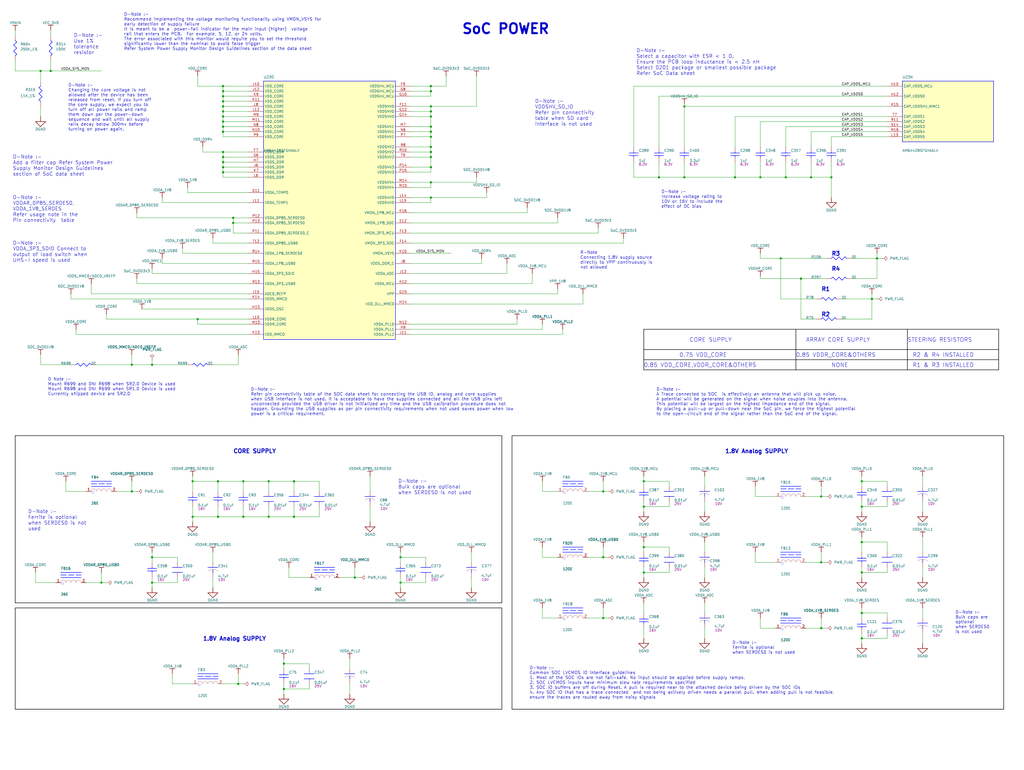
<source format=kicad_sch>
(kicad_sch (version 20231120) (generator "eeschema") (generator_version "8.0")
  (paper "User" 513.08 386.08)
  (lib_symbols
    (symbol "09-altium-import:DGND_SIGNAL_GROUND" (power)
      (property "Reference" "#PWR" (at 0 0 0))
      (property "Value" "DGND" (at 0 6.35 0))
      (symbol "DGND_SIGNAL_GROUND_0_0"
        (pin power_in line (at 0 0 0) (length 0) hide (name "DGND") (number ""))
      )
    )
    (symbol "09-altium-import:SOC_DVDD1V8_BAR" (power)
      (property "Reference" "#PWR" (at 0 0 0))
      (property "Value" "SOC_DVDD1V8" (at 0 3.81 0))
      (symbol "SOC_DVDD1V8_BAR_0_0"
        (pin power_in line (at 0 0 0) (length 0) hide (name "SOC_DVDD1V8") (number ""))
      )
    )
    (symbol "09-altium-import:SoC_DVDD3V3_BAR" (power)
      (property "Reference" "#PWR" (at 0 0 0))
      (property "Value" "SoC_DVDD3V3" (at 0 3.81 0))
      (symbol "SoC_DVDD3V3_BAR_0_0"
        (pin power_in line (at 0 0 0) (length 0) hide (name "SoC_DVDD3V3") (number ""))
      )
    )
    (symbol "09-altium-import:VCC_5V0_BAR" (power)
      (property "Reference" "#PWR" (at 0 0 0))
      (property "Value" "VCC_5V0" (at 0 3.81 0))
      (symbol "VCC_5V0_BAR_0_0"
        (pin power_in line (at 0 0 0) (length 0) hide (name "VCC_5V0") (number ""))
      )
    )
    (symbol "09-altium-import:VDDAR_0P85_SERDES0_BAR" (power)
      (property "Reference" "#PWR" (at 0 0 0))
      (property "Value" "VDDAR_0P85_SERDES0" (at 0 3.81 0))
      (symbol "VDDAR_0P85_SERDES0_BAR_0_0"
        (pin power_in line (at 0 0 0) (length 0) hide (name "VDDAR_0P85_SERDES0") (number ""))
      )
    )
    (symbol "09-altium-import:VDDAR_0P85_USB0_BAR" (power)
      (property "Reference" "#PWR" (at 0 0 0))
      (property "Value" "VDDAR_0P85_USB0" (at 0 3.81 0))
      (symbol "VDDAR_0P85_USB0_BAR_0_0"
        (pin power_in line (at 0 0 0) (length 0) hide (name "VDDAR_0P85_USB0") (number ""))
      )
    )
    (symbol "09-altium-import:VDDAR_CORE_BAR" (power)
      (property "Reference" "#PWR" (at 0 0 0))
      (property "Value" "VDDAR_CORE" (at 0 3.81 0))
      (symbol "VDDAR_CORE_BAR_0_0"
        (pin power_in line (at 0 0 0) (length 0) hide (name "VDDAR_CORE") (number ""))
      )
    )
    (symbol "09-altium-import:VDDA_1V8_BAR" (power)
      (property "Reference" "#PWR" (at 0 0 0))
      (property "Value" "VDDA_1V8" (at 0 3.81 0))
      (symbol "VDDA_1V8_BAR_0_0"
        (pin power_in line (at 0 0 0) (length 0) hide (name "VDDA_1V8") (number ""))
      )
    )
    (symbol "09-altium-import:VDDA_1V8_MCU_BAR" (power)
      (property "Reference" "#PWR" (at 0 0 0))
      (property "Value" "VDDA_1V8_MCU" (at 0 3.81 0))
      (symbol "VDDA_1V8_MCU_BAR_0_0"
        (pin power_in line (at 0 0 0) (length 0) hide (name "VDDA_1V8_MCU") (number ""))
      )
    )
    (symbol "09-altium-import:VDDA_1V8_SERDES_BAR" (power)
      (property "Reference" "#PWR" (at 0 0 0))
      (property "Value" "VDDA_1V8_SERDES" (at 0 3.81 0))
      (symbol "VDDA_1V8_SERDES_BAR_0_0"
        (pin power_in line (at 0 0 0) (length 0) hide (name "VDDA_1V8_SERDES") (number ""))
      )
    )
    (symbol "09-altium-import:VDDA_1V8_USB0_BAR" (power)
      (property "Reference" "#PWR" (at 0 0 0))
      (property "Value" "VDDA_1V8_USB0" (at 0 3.81 0))
      (symbol "VDDA_1V8_USB0_BAR_0_0"
        (pin power_in line (at 0 0 0) (length 0) hide (name "VDDA_1V8_USB0") (number ""))
      )
    )
    (symbol "09-altium-import:VDDA_ADC_BAR" (power)
      (property "Reference" "#PWR" (at 0 0 0))
      (property "Value" "VDDA_ADC" (at 0 3.81 0))
      (symbol "VDDA_ADC_BAR_0_0"
        (pin power_in line (at 0 0 0) (length 0) hide (name "VDDA_ADC") (number ""))
      )
    )
    (symbol "09-altium-import:VDDA_CORE_BAR" (power)
      (property "Reference" "#PWR" (at 0 0 0))
      (property "Value" "VDDA_CORE" (at 0 3.81 0))
      (symbol "VDDA_CORE_BAR_0_0"
        (pin power_in line (at 0 0 0) (length 0) hide (name "VDDA_CORE") (number ""))
      )
    )
    (symbol "09-altium-import:VDDA_PLL0_BAR" (power)
      (property "Reference" "#PWR" (at 0 0 0))
      (property "Value" "VDDA_PLL0" (at 0 3.81 0))
      (symbol "VDDA_PLL0_BAR_0_0"
        (pin power_in line (at 0 0 0) (length 0) hide (name "VDDA_PLL0") (number ""))
      )
    )
    (symbol "09-altium-import:VDDA_PLL1_BAR" (power)
      (property "Reference" "#PWR" (at 0 0 0))
      (property "Value" "VDDA_PLL1" (at 0 3.81 0))
      (symbol "VDDA_PLL1_BAR_0_0"
        (pin power_in line (at 0 0 0) (length 0) hide (name "VDDA_PLL1") (number ""))
      )
    )
    (symbol "09-altium-import:VDDA_PLL2_BAR" (power)
      (property "Reference" "#PWR" (at 0 0 0))
      (property "Value" "VDDA_PLL2" (at 0 3.81 0))
      (symbol "VDDA_PLL2_BAR_0_0"
        (pin power_in line (at 0 0 0) (length 0) hide (name "VDDA_PLL2") (number ""))
      )
    )
    (symbol "09-altium-import:VDDR_CORE_BAR" (power)
      (property "Reference" "#PWR" (at 0 0 0))
      (property "Value" "VDDR_CORE" (at 0 3.81 0))
      (symbol "VDDR_CORE_BAR_0_0"
        (pin power_in line (at 0 0 0) (length 0) hide (name "VDDR_CORE") (number ""))
      )
    )
    (symbol "09-altium-import:VDDSHV_SD_IO_BAR" (power)
      (property "Reference" "#PWR" (at 0 0 0))
      (property "Value" "VDDSHV_SD_IO" (at 0 3.81 0))
      (symbol "VDDSHV_SD_IO_BAR_0_0"
        (pin power_in line (at 0 0 0) (length 0) hide (name "VDDSHV_SD_IO") (number ""))
      )
    )
    (symbol "09-altium-import:VDDS_MMC0/ADC0_VREFP_BAR" (power)
      (property "Reference" "#PWR" (at 0 0 0))
      (property "Value" "VDDS_MMC0/ADC0_VREFP" (at 0 3.81 0))
      (symbol "VDDS_MMC0/ADC0_VREFP_BAR_0_0"
        (pin power_in line (at 0 0 0) (length 0) hide (name "VDDS_MMC0/ADC0_VREFP") (number ""))
      )
    )
    (symbol "09-altium-import:VDD_CORE_BAR" (power)
      (property "Reference" "#PWR" (at 0 0 0))
      (property "Value" "VDD_CORE" (at 0 3.81 0))
      (symbol "VDD_CORE_BAR_0_0"
        (pin power_in line (at 0 0 0) (length 0) hide (name "VDD_CORE") (number ""))
      )
    )
    (symbol "09-altium-import:VDD_DDR4_BAR" (power)
      (property "Reference" "#PWR" (at 0 0 0))
      (property "Value" "VDD_DDR4" (at 0 3.81 0))
      (symbol "VDD_DDR4_BAR_0_0"
        (pin power_in line (at 0 0 0) (length 0) hide (name "VDD_DDR4") (number ""))
      )
    )
    (symbol "09-altium-import:VDD_DLL_MMC0_BAR" (power)
      (property "Reference" "#PWR" (at 0 0 0))
      (property "Value" "VDD_DLL_MMC0" (at 0 3.81 0))
      (symbol "VDD_DLL_MMC0_BAR_0_0"
        (pin power_in line (at 0 0 0) (length 0) hide (name "VDD_DLL_MMC0") (number ""))
      )
    )
    (symbol "09-altium-import:VDD_MMC1_BAR" (power)
      (property "Reference" "#PWR" (at 0 0 0))
      (property "Value" "VDD_MMC1" (at 0 3.81 0))
      (symbol "VDD_MMC1_BAR_0_0"
        (pin power_in line (at 0 0 0) (length 0) hide (name "VDD_MMC1") (number ""))
      )
    )
    (symbol "09-altium-import:VMAIN_BAR" (power)
      (property "Reference" "#PWR" (at 0 0 0))
      (property "Value" "VMAIN" (at 0 3.81 0))
      (symbol "VMAIN_BAR_0_0"
        (pin power_in line (at 0 0 0) (length 0) hide (name "VMAIN") (number ""))
      )
    )
    (symbol "09-altium-import:VPP_1V8_BAR" (power)
      (property "Reference" "#PWR" (at 0 0 0))
      (property "Value" "VPP_1V8" (at 0 3.81 0))
      (symbol "VPP_1V8_BAR_0_0"
        (pin power_in line (at 0 0 0) (length 0) hide (name "VPP_1V8") (number ""))
      )
    )
    (symbol "09-altium-import:root_0_CAP_Dup1"
      (symbol "root_0_CAP_Dup1_1_0"
        (pin passive line (at 2.54 2.54 270) (length 2.54) (name "1") (number "1"))
        (pin passive line (at 2.54 -5.08 90) (length 2.54) (name "2") (number "2"))
      )
    )
    (symbol "09-altium-import:root_0_CAP_Dup2"
      (symbol "root_0_CAP_Dup2_1_0"
        (pin passive line (at 2.54 2.54 270) (length 2.54) (name "1") (number "1"))
        (pin passive line (at 2.54 -5.08 90) (length 2.54) (name "2") (number "2"))
      )
    )
    (symbol "09-altium-import:root_0_CAP_Dup3"
      (symbol "root_0_CAP_Dup3_1_0"
        (pin passive line (at 2.54 2.54 270) (length 2.54) (name "1") (number "1"))
        (pin passive line (at 2.54 -5.08 90) (length 2.54) (name "2") (number "2"))
      )
    )
    (symbol "09-altium-import:root_0_RESISTOR_Dup5"
      (symbol "root_0_RESISTOR_Dup5_1_0"
        (pin passive line (at 2.54 2.54 270) (length 2.54) (name "1") (number "1"))
        (pin passive line (at 2.54 -10.16 90) (length 2.54) (name "2") (number "2"))
      )
    )
    (symbol "09-altium-import:root_0_RESISTOR_Dup6"
      (symbol "root_0_RESISTOR_Dup6_1_0"
        (pin passive line (at 2.54 2.54 270) (length 2.54) (name "1") (number "1"))
        (pin passive line (at 2.54 -10.16 90) (length 2.54) (name "2") (number "2"))
      )
    )
    (symbol "09-altium-import:root_0_XAM6442BSFGGAALV_BGA441"
      (property "Reference" "U23" (at 0 1.27 0))
      (property "Value" "AM6442BSFGHAALV" (at 0 -35.56 0))
      (symbol "root_0_XAM6442BSFGGAALV_BGA441_1_0"
        (pin passive line (at -7.62 -20.32 0) (length 7.62) (name "SPI0_D0") (number "A13"))
        (pin passive line (at -7.62 -22.86 0) (length 7.62) (name "SPI0_D1") (number "A14"))
        (pin passive line (at -7.62 -38.1 0) (length 7.62) (name "SPI1_D1") (number "A15"))
        (pin passive line (at 66.04 -22.86 180) (length 7.62) (name "UART0_RTSN") (number "A16"))
        (pin passive line (at 66.04 -5.08 180) (length 7.62) (name "MCAN0_TX") (number "A17"))
        (pin passive clock (at -7.62 -2.54 0) (length 7.62) (name "I2C0_SCL") (number "A18"))
        (pin passive line (at 66.04 -58.42 180) (length 7.62) (name "EXT_REFCLK1") (number "A19"))
        (pin passive line (at -7.62 -40.64 0) (length 7.62) (name "SPI1_CS0") (number "B14"))
        (pin passive line (at -7.62 -35.56 0) (length 7.62) (name "SPI1_D0") (number "B15"))
        (pin passive line (at 66.04 -17.78 180) (length 7.62) (name "UART0_CTSN") (number "B16"))
        (pin passive line (at 66.04 -2.54 180) (length 7.62) (name "MCAN0_RX") (number "B17"))
        (pin passive line (at -7.62 -5.08 0) (length 7.62) (name "I2C0_SDA") (number "B18"))
        (pin passive line (at -7.62 -12.7 0) (length 7.62) (name "I2C1_SDA") (number "B19"))
        (pin passive line (at -7.62 -27.94 0) (length 7.62) (name "SPI0_CS1") (number "C13"))
        (pin passive clock (at -7.62 -33.02 0) (length 7.62) (name "SPI1_CLK") (number "C14"))
        (pin passive line (at 66.04 -30.48 180) (length 7.62) (name "UART0_TXD") (number "C16"))
        (pin passive line (at 66.04 -12.7 180) (length 7.62) (name "MCAN1_TX") (number "C17"))
        (pin passive clock (at -7.62 -10.16 0) (length 7.62) (name "I2C1_SCL") (number "C18"))
        (pin passive line (at -7.62 -25.4 0) (length 7.62) (name "SPI0_CS0") (number "D12"))
        (pin passive clock (at -7.62 -17.78 0) (length 7.62) (name "SPI0_CLK") (number "D13"))
        (pin passive line (at -7.62 -43.18 0) (length 7.62) (name "SPI1_CS1") (number "D14"))
        (pin passive line (at 66.04 -27.94 180) (length 7.62) (name "UART0_RXD") (number "D15"))
        (pin passive line (at 66.04 -35.56 180) (length 7.62) (name "UART1_CTSN") (number "D16"))
        (pin passive line (at 66.04 -10.16 180) (length 7.62) (name "MCAN1_RX") (number "D17"))
        (pin passive line (at 66.04 -53.34 180) (length 7.62) (name "ECAP0_IN_APWM_OUT") (number "D18"))
        (pin passive line (at -7.62 -50.8 0) (length 7.62) (name "RSVD1") (number "D21"))
        (pin passive line (at 66.04 -48.26 180) (length 7.62) (name "UART1_TXD") (number "E14"))
        (pin passive line (at 66.04 -45.72 180) (length 7.62) (name "UART1_RXD") (number "E15"))
        (pin passive line (at 66.04 -40.64 180) (length 7.62) (name "UART1_RTSN") (number "E16"))
        (pin passive line (at -7.62 -68.58 0) (length 7.62) (name "RSVD8") (number "F12"))
        (pin passive line (at -7.62 -55.88 0) (length 7.62) (name "RSVD3") (number "F17"))
        (pin passive line (at -7.62 -53.34 0) (length 7.62) (name "RSVD2") (number "G13"))
        (pin passive line (at -7.62 -48.26 0) (length 7.62) (name "RSVD0") (number "H16"))
        (pin passive line (at -7.62 -66.04 0) (length 7.62) (name "RSVD7") (number "K1"))
        (pin passive line (at -7.62 -63.5 0) (length 7.62) (name "RSVD6") (number "K2"))
        (pin passive line (at -7.62 -60.96 0) (length 7.62) (name "RSVD5") (number "V16"))
        (pin passive line (at -7.62 -58.42 0) (length 7.62) (name "RSVD4") (number "W15"))
      )
      (symbol "root_0_XAM6442BSFGGAALV_BGA441_2_0"
        (pin output line (at -7.62 -15.24 0) (length 7.62) (name "TDO") (number "A12"))
        (pin input clock (at -7.62 -10.16 0) (length 7.62) (name "TCK") (number "B11"))
        (pin input line (at -7.62 -12.7 0) (length 7.62) (name "TDI") (number "C11"))
        (pin passive line (at -7.62 -17.78 0) (length 7.62) (name "TMS") (number "C12"))
        (pin passive line (at -7.62 -2.54 0) (length 7.62) (name "EMU0") (number "D10"))
        (pin passive line (at -7.62 -20.32 0) (length 7.62) (name "TRSTN") (number "D11"))
        (pin passive line (at -7.62 -5.08 0) (length 7.62) (name "EMU1") (number "E10"))
      )
      (symbol "root_0_XAM6442BSFGGAALV_BGA441_3_0"
        (pin passive line (at -7.62 -7.62 0) (length 7.62) (name "MCU_SAFETY_ERRORN") (number "A20"))
        (pin passive line (at -7.62 -22.86 0) (length 7.62) (name "MCU_RESETZ") (number "B12"))
        (pin passive line (at -7.62 -27.94 0) (length 7.62) (name "MCU_RESETSTATZ") (number "B13"))
        (pin passive line (at -7.62 -12.7 0) (length 7.62) (name "MCU_PORZ") (number "B21"))
        (pin passive line (at -7.62 -2.54 0) (length 7.62) (name "EXTINTN") (number "C19"))
        (pin passive line (at -7.62 -17.78 0) (length 7.62) (name "PORZ_OUT") (number "E17"))
        (pin passive line (at -7.62 -33.02 0) (length 7.62) (name "RESET_REQZ") (number "E18"))
        (pin passive line (at -7.62 -38.1 0) (length 7.62) (name "RESETSTATZ") (number "F16"))
      )
      (symbol "root_0_XAM6442BSFGGAALV_BGA441_4_0"
        (pin passive line (at -7.62 -2.54 0) (length 7.62) (name "USB0_DP") (number "AA19"))
        (pin passive line (at -7.62 -5.08 0) (length 7.62) (name "USB0_DM") (number "AA20"))
        (pin passive line (at -7.62 -25.4 0) (length 7.62) (name "USB0_DRVVBUS") (number "E19"))
        (pin passive line (at -7.62 -20.32 0) (length 7.62) (name "USB0_VBUS") (number "T14"))
        (pin passive line (at -7.62 -10.16 0) (length 7.62) (name "USB0_ID") (number "U16"))
        (pin passive line (at -7.62 -15.24 0) (length 7.62) (name "USB0_RCALIB") (number "U17"))
      )
      (symbol "root_0_XAM6442BSFGGAALV_BGA441_5_0"
        (pin passive line (at -7.62 -10.16 0) (length 7.62) (name "ADC0_AIN3") (number "D20"))
        (pin passive line (at -7.62 -20.32 0) (length 7.62) (name "ADC0_AIN7") (number "E20"))
        (pin passive line (at -7.62 -7.62 0) (length 7.62) (name "ADC0_AIN2") (number "E21"))
        (pin passive line (at -7.62 -17.78 0) (length 7.62) (name "ADC0_AIN6") (number "F19"))
        (pin passive line (at -7.62 -5.08 0) (length 7.62) (name "ADC0_AIN1") (number "F20"))
        (pin passive line (at -7.62 -15.24 0) (length 7.62) (name "ADC0_AIN5") (number "F21"))
        (pin passive line (at -7.62 -2.54 0) (length 7.62) (name "ADC0_AIN0") (number "G20"))
        (pin passive line (at -7.62 -12.7 0) (length 7.62) (name "ADC0_AIN4") (number "G21"))
      )
      (symbol "root_0_XAM6442BSFGGAALV_BGA441_6_0"
        (pin passive line (at -7.62 -91.44 0) (length 7.62) (name "GPMC0_WPN") (number "N16"))
        (pin passive line (at -7.62 -78.74 0) (length 7.62) (name "GPMC0_DIR") (number "N17"))
        (pin passive line (at -7.62 -63.5 0) (length 7.62) (name "GPMC0_ADVN_ALE") (number "P16"))
        (pin passive line (at -7.62 -68.58 0) (length 7.62) (name "GPMC0_BE0N_CLE") (number "P17"))
        (pin passive line (at -7.62 -55.88 0) (length 7.62) (name "GPMC0_CSN2") (number "P19"))
        (pin passive line (at -7.62 -33.02 0) (length 7.62) (name "GPMC0_AD10") (number "R16"))
        (pin passive clock (at -7.62 -2.54 0) (length 7.62) (name "GPMC0_CLK") (number "R17"))
        (pin passive line (at -7.62 -96.52 0) (length 7.62) (name "GPMC0_OEN_REN") (number "R18"))
        (pin passive line (at -7.62 -50.8 0) (length 7.62) (name "GPMC0_CSN0") (number "R19"))
        (pin passive line (at -7.62 -53.34 0) (length 7.62) (name "GPMC0_CSN1") (number "R20"))
        (pin passive line (at -7.62 -58.42 0) (length 7.62) (name "GPMC0_CSN3") (number "R21"))
        (pin passive line (at -7.62 -30.48 0) (length 7.62) (name "GPMC0_AD9") (number "T17"))
        (pin passive line (at -7.62 -12.7 0) (length 7.62) (name "GPMC0_AD2") (number "T18"))
        (pin passive line (at -7.62 -73.66 0) (length 7.62) (name "GPMC0_BE1N") (number "T19"))
        (pin passive line (at -7.62 -7.62 0) (length 7.62) (name "GPMC0_AD0") (number "T20"))
        (pin passive line (at -7.62 -101.6 0) (length 7.62) (name "GPMC0_WEN") (number "T21"))
        (pin passive line (at -7.62 -17.78 0) (length 7.62) (name "GPMC0_AD4") (number "U18"))
        (pin passive line (at -7.62 -20.32 0) (length 7.62) (name "GPMC0_AD5") (number "U19"))
        (pin passive line (at -7.62 -15.24 0) (length 7.62) (name "GPMC0_AD3") (number "U20"))
        (pin passive line (at -7.62 -10.16 0) (length 7.62) (name "GPMC0_AD1") (number "U21"))
        (pin passive line (at -7.62 -40.64 0) (length 7.62) (name "GPMC0_AD13") (number "V18"))
        (pin passive line (at -7.62 -27.94 0) (length 7.62) (name "GPMC0_AD8") (number "V19"))
        (pin passive line (at -7.62 -22.86 0) (length 7.62) (name "GPMC0_AD6") (number "V20"))
        (pin passive line (at -7.62 -25.4 0) (length 7.62) (name "GPMC0_AD7") (number "V21"))
        (pin passive line (at -7.62 -83.82 0) (length 7.62) (name "GPMC0_WAIT0") (number "W19"))
        (pin passive line (at -7.62 -35.56 0) (length 7.62) (name "GPMC0_AD11") (number "W20"))
        (pin passive line (at -7.62 -38.1 0) (length 7.62) (name "GPMC0_AD12") (number "W21"))
        (pin passive line (at -7.62 -86.36 0) (length 7.62) (name "GPMC0_WAIT1") (number "Y18"))
        (pin passive line (at -7.62 -45.72 0) (length 7.62) (name "GPMC0_AD15") (number "Y20"))
        (pin passive line (at -7.62 -43.18 0) (length 7.62) (name "GPMC0_AD14") (number "Y21"))
      )
      (symbol "root_0_XAM6442BSFGGAALV_BGA441_7_0"
        (pin passive line (at 60.96 -12.7 180) (length 7.62) (name "DDR0_DQ1") (number "A2"))
        (pin passive line (at 60.96 -10.16 180) (length 7.62) (name "DDR0_DQ0") (number "A3"))
        (pin passive line (at 60.96 -17.78 180) (length 7.62) (name "DDR0_DQ3") (number "A4"))
        (pin passive line (at 60.96 -55.88 180) (length 7.62) (name "DDR0_DQS0_N") (number "B1"))
        (pin passive line (at 60.96 -2.54 180) (length 7.62) (name "DDR0_DM0") (number "B2"))
        (pin passive line (at 60.96 -20.32 180) (length 7.62) (name "DDR0_DQ4") (number "B3"))
        (pin passive line (at 60.96 -27.94 180) (length 7.62) (name "DDR0_DQ7") (number "B4"))
        (pin passive line (at 60.96 -15.24 180) (length 7.62) (name "DDR0_DQ2") (number "B5"))
        (pin passive line (at 60.96 -53.34 180) (length 7.62) (name "DDR0_DQS0") (number "C1"))
        (pin passive line (at 60.96 -25.4 180) (length 7.62) (name "DDR0_DQ6") (number "C2"))
        (pin passive line (at 60.96 -22.86 180) (length 7.62) (name "DDR0_DQ5") (number "C4"))
        (pin passive line (at -7.62 -5.08 0) (length 7.62) (name "DDR0_A1") (number "C5"))
        (pin passive line (at -7.62 -2.54 0) (length 7.62) (name "DDR0_A0") (number "D2"))
        (pin passive line (at -7.62 -12.7 0) (length 7.62) (name "DDR0_A4") (number "D3"))
        (pin passive line (at -7.62 -10.16 0) (length 7.62) (name "DDR0_A3") (number "D4"))
        (pin passive line (at -7.62 -124.46 0) (length 7.62) (name "DDR0_RESET0_N") (number "D5"))
        (pin passive line (at -7.62 -66.04 0) (length 7.62) (name "DDR0_CK0_N") (number "E1"))
        (pin passive line (at -7.62 -7.62 0) (length 7.62) (name "DDR0_A2") (number "E2"))
        (pin passive line (at -7.62 -78.74 0) (length 7.62) (name "DDR0_CS0_N") (number "E3"))
        (pin passive line (at -7.62 -81.28 0) (length 7.62) (name "DDR0_CS1_N") (number "E4"))
        (pin passive line (at -7.62 -86.36 0) (length 7.62) (name "DDR0_ODT0") (number "E5"))
        (pin passive line (at -7.62 -63.5 0) (length 7.62) (name "DDR0_CK0") (number "F1"))
        (pin passive line (at -7.62 -15.24 0) (length 7.62) (name "DDR0_A5") (number "F2"))
        (pin passive line (at -7.62 -73.66 0) (length 7.62) (name "DDR0_CKE1") (number "F3"))
        (pin passive line (at -7.62 -71.12 0) (length 7.62) (name "DDR0_CKE0") (number "F4"))
        (pin passive line (at -7.62 -88.9 0) (length 7.62) (name "DDR0_ODT1") (number "F5"))
        (pin passive line (at -7.62 -119.38 0) (length 7.62) (name "DDR0_RAS_N") (number "F6"))
        (pin passive line (at -7.62 -48.26 0) (length 7.62) (name "DDR0_BG0") (number "G2"))
        (pin passive line (at -7.62 -40.64 0) (length 7.62) (name "DDR0_BA0") (number "G4"))
        (pin passive line (at -7.62 -43.18 0) (length 7.62) (name "DDR0_BA1") (number "G5"))
        (pin passive line (at -7.62 -99.06 0) (length 7.62) (name "DDR0_ALERT_N") (number "H1"))
        (pin passive line (at -7.62 -93.98 0) (length 7.62) (name "DDR0_ACT_N") (number "H2"))
        (pin passive line (at -7.62 -50.8 0) (length 7.62) (name "DDR0_BG1") (number "H3"))
        (pin passive line (at -7.62 -129.54 0) (length 7.62) (name "DDR0_WE_N") (number "H4"))
        (pin passive line (at -7.62 -104.14 0) (length 7.62) (name "DDR0_CAL0") (number "H5"))
        (pin passive line (at -7.62 -30.48 0) (length 7.62) (name "DDR0_A11") (number "J1"))
        (pin passive line (at -7.62 -17.78 0) (length 7.62) (name "DDR0_A6") (number "J2"))
        (pin passive line (at -7.62 -22.86 0) (length 7.62) (name "DDR0_A8") (number "J3"))
        (pin passive line (at -7.62 -25.4 0) (length 7.62) (name "DDR0_A9") (number "J4"))
        (pin passive line (at -7.62 -109.22 0) (length 7.62) (name "DDR0_CAS_N") (number "J5"))
        (pin passive line (at -7.62 -27.94 0) (length 7.62) (name "DDR0_A10") (number "K3"))
        (pin passive line (at -7.62 -35.56 0) (length 7.62) (name "DDR0_A13") (number "K4"))
        (pin passive line (at -7.62 -114.3 0) (length 7.62) (name "DDR0_PAR") (number "K5"))
        (pin passive line (at 60.96 -35.56 180) (length 7.62) (name "DDR0_DQ10") (number "L2"))
        (pin passive line (at 60.96 -33.02 180) (length 7.62) (name "DDR0_DQ9") (number "L4"))
        (pin passive line (at -7.62 -20.32 0) (length 7.62) (name "DDR0_A7") (number "L5"))
        (pin passive line (at 60.96 -63.5 180) (length 7.62) (name "DDR0_DQS1_N") (number "M1"))
        (pin passive line (at 60.96 -5.08 180) (length 7.62) (name "DDR0_DM1") (number "M2"))
        (pin passive line (at 60.96 -38.1 180) (length 7.62) (name "DDR0_DQ11") (number "M3"))
        (pin passive line (at 60.96 -45.72 180) (length 7.62) (name "DDR0_DQ14") (number "M4"))
        (pin passive line (at -7.62 -33.02 0) (length 7.62) (name "DDR0_A12") (number "M5"))
        (pin passive line (at 60.96 -60.96 180) (length 7.62) (name "DDR0_DQS1") (number "N1"))
        (pin passive line (at 60.96 -48.26 180) (length 7.62) (name "DDR0_DQ15") (number "N2"))
        (pin passive line (at 60.96 -43.18 180) (length 7.62) (name "DDR0_DQ13") (number "N3"))
        (pin passive line (at 60.96 -40.64 180) (length 7.62) (name "DDR0_DQ12") (number "N4"))
        (pin passive line (at 60.96 -30.48 180) (length 7.62) (name "DDR0_DQ8") (number "N5"))
      )
      (symbol "root_0_XAM6442BSFGGAALV_BGA441_8_0"
        (pin passive line (at -7.62 -5.08 0) (length 7.62) (name "MCU_I2C0_SDA") (number "A10"))
        (pin passive clock (at -7.62 -10.16 0) (length 7.62) (name "MCU_I2C1_SCL") (number "A11"))
        (pin passive line (at -7.62 -48.26 0) (length 7.62) (name "MCU_SPI1_CS0") (number "A7"))
        (pin passive line (at -7.62 -58.42 0) (length 7.62) (name "MCU_UART0_TXD") (number "A8"))
        (pin passive line (at -7.62 -55.88 0) (length 7.62) (name "MCU_UART0_RXD") (number "A9"))
        (pin passive line (at -7.62 -12.7 0) (length 7.62) (name "MCU_I2C1_SDA") (number "B10"))
        (pin passive line (at -7.62 -20.32 0) (length 7.62) (name "MCU_OSC0_XO") (number "B20"))
        (pin passive line (at -7.62 -30.48 0) (length 7.62) (name "MCU_SPI0_D1") (number "B6"))
        (pin passive line (at -7.62 -50.8 0) (length 7.62) (name "MCU_SPI1_CS1") (number "B7"))
        (pin passive line (at -7.62 -78.74 0) (length 7.62) (name "MCU_UART1_CTSN") (number "B8"))
        (pin passive line (at -7.62 -81.28 0) (length 7.62) (name "MCU_UART1_RTSN") (number "B9"))
        (pin passive line (at -7.62 -17.78 0) (length 7.62) (name "MCU_OSC0_XI") (number "C21"))
        (pin passive line (at -7.62 -35.56 0) (length 7.62) (name "MCU_SPI0_CS1") (number "C6"))
        (pin passive line (at -7.62 -43.18 0) (length 7.62) (name "MCU_SPI1_D0") (number "C7"))
        (pin passive line (at -7.62 -45.72 0) (length 7.62) (name "MCU_SPI1_D1") (number "C8"))
        (pin passive line (at -7.62 -63.5 0) (length 7.62) (name "MCU_UART1_RXD") (number "C9"))
        (pin passive line (at -7.62 -33.02 0) (length 7.62) (name "MCU_SPI0_CS0") (number "D6"))
        (pin passive clock (at -7.62 -40.64 0) (length 7.62) (name "MCU_SPI1_CLK") (number "D7"))
        (pin passive line (at -7.62 -71.12 0) (length 7.62) (name "MCU_UART0_CTSN") (number "D8"))
        (pin passive line (at -7.62 -66.04 0) (length 7.62) (name "MCU_UART1_TXD") (number "D9"))
        (pin passive clock (at -7.62 -25.4 0) (length 7.62) (name "MCU_SPI0_CLK") (number "E6"))
        (pin passive line (at -7.62 -27.94 0) (length 7.62) (name "MCU_SPI0_D0") (number "E7"))
        (pin passive line (at -7.62 -73.66 0) (length 7.62) (name "MCU_UART0_RTSN") (number "E8"))
        (pin passive clock (at -7.62 -2.54 0) (length 7.62) (name "MCU_I2C0_SCL") (number "E9"))
      )
      (symbol "root_0_XAM6442BSFGGAALV_BGA441_9_0"
        (pin passive line (at -7.62 -73.66 0) (length 7.62) (name "MMC1_SDWP") (number "C20"))
        (pin passive line (at -7.62 -68.58 0) (length 7.62) (name "MMC1_SDCD") (number "D19"))
        (pin passive line (at -7.62 -40.64 0) (length 7.62) (name "MMC0_CALPAD") (number "F18"))
        (pin passive line (at -7.62 -25.4 0) (length 7.62) (name "MMC0_DAT7") (number "G17"))
        (pin passive clock (at -7.62 -2.54 0) (length 7.62) (name "MMC0_CLK") (number "G18"))
        (pin passive line (at -7.62 -35.56 0) (length 7.62) (name "MMC0_DS") (number "G19"))
        (pin passive line (at -7.62 -17.78 0) (length 7.62) (name "MMC0_DAT4") (number "H17"))
        (pin passive line (at -7.62 -22.86 0) (length 7.62) (name "MMC0_DAT6") (number "H18"))
        (pin passive line (at -7.62 -20.32 0) (length 7.62) (name "MMC0_DAT5") (number "H19"))
        (pin passive line (at -7.62 -15.24 0) (length 7.62) (name "MMC0_DAT3") (number "J17"))
        (pin passive line (at -7.62 -12.7 0) (length 7.62) (name "MMC0_DAT2") (number "J18"))
        (pin passive line (at -7.62 -63.5 0) (length 7.62) (name "MMC1_CMD") (number "J19"))
        (pin passive line (at -7.62 -10.16 0) (length 7.62) (name "MMC0_DAT1") (number "J20"))
        (pin passive line (at -7.62 -30.48 0) (length 7.62) (name "MMC0_CMD") (number "J21"))
        (pin passive line (at -7.62 -58.42 0) (length 7.62) (name "MMC1_DAT3") (number "K18"))
        (pin passive line (at -7.62 -55.88 0) (length 7.62) (name "MMC1_DAT2") (number "K19"))
        (pin passive line (at -7.62 -7.62 0) (length 7.62) (name "MMC0_DAT0") (number "K20"))
        (pin passive line (at -7.62 -50.8 0) (length 7.62) (name "MMC1_DAT0") (number "K21"))
        (pin passive clock (at -7.62 -45.72 0) (length 7.62) (name "MMC1_CLK") (number "L20"))
        (pin passive line (at -7.62 -53.34 0) (length 7.62) (name "MMC1_DAT1") (number "L21"))
      )
      (symbol "root_0_XAM6442BSFGGAALV_BGA441_10_0"
        (pin passive line (at -7.62 -40.64 0) (length 7.62) (name "OSPI0_CSN2") (number "K17"))
        (pin passive line (at -7.62 -43.18 0) (length 7.62) (name "OSPI0_CSN3") (number "L17"))
        (pin passive line (at -7.62 -38.1 0) (length 7.62) (name "OSPI0_CSN1") (number "L18"))
        (pin passive line (at -7.62 -35.56 0) (length 7.62) (name "OSPI0_CSN0") (number "L19"))
        (pin passive line (at -7.62 -25.4 0) (length 7.62) (name "OSPI0_D7") (number "M17"))
        (pin passive line (at -7.62 -10.16 0) (length 7.62) (name "OSPI0_D1") (number "M18"))
        (pin passive line (at -7.62 -7.62 0) (length 7.62) (name "OSPI0_D0") (number "M19"))
        (pin passive line (at -7.62 -12.7 0) (length 7.62) (name "OSPI0_D2") (number "M20"))
        (pin passive line (at -7.62 -15.24 0) (length 7.62) (name "OSPI0_D3") (number "M21"))
        (pin passive line (at -7.62 -22.86 0) (length 7.62) (name "OSPI0_D6") (number "N18"))
        (pin passive line (at -7.62 -30.48 0) (length 7.62) (name "OSPI0_DQS") (number "N19"))
        (pin passive line (at -7.62 -2.54 0) (length 7.62) (name "OSPI0_CLK") (number "N20"))
        (pin passive line (at -7.62 -48.26 0) (length 7.62) (name "OSPI0_LBCLKO") (number "N21"))
        (pin passive line (at -7.62 -20.32 0) (length 7.62) (name "OSPI0_D5") (number "P20"))
        (pin passive line (at -7.62 -17.78 0) (length 7.62) (name "OSPI0_D4") (number "P21"))
      )
      (symbol "root_0_XAM6442BSFGGAALV_BGA441_11_0"
        (pin passive line (at -7.62 -22.86 0) (length 7.62) (name "PRG0_PRU0_GPO4") (number "AA2"))
        (pin passive line (at -7.62 -43.18 0) (length 7.62) (name "PRG0_PRU0_GPO12") (number "AA3"))
        (pin passive line (at -7.62 -106.68 0) (length 7.62) (name "PRG0_PRU1_GPO16") (number "AA4"))
        (pin passive line (at -7.62 -38.1 0) (length 7.62) (name "PRG0_PRU0_GPO10") (number "AA5"))
        (pin passive line (at -7.62 -7.62 0) (length 7.62) (name "PRG0_MDIO0_MDIO") (number "P2"))
        (pin passive line (at -7.62 -2.54 0) (length 7.62) (name "PRG0_MDIO0_MDC") (number "P3"))
        (pin passive line (at -7.62 -78.74 0) (length 7.62) (name "PRG0_PRU1_GPO5") (number "P4"))
        (pin passive line (at -7.62 -111.76 0) (length 7.62) (name "PRG0_PRU1_GPO18") (number "P5"))
        (pin passive line (at -7.62 -86.36 0) (length 7.62) (name "PRG0_PRU1_GPO8") (number "R1"))
        (pin passive line (at -7.62 -114.3 0) (length 7.62) (name "PRG0_PRU1_GPO19") (number "R2"))
        (pin passive line (at -7.62 -25.4 0) (length 7.62) (name "PRG0_PRU0_GPO5") (number "R3"))
        (pin passive line (at -7.62 -15.24 0) (length 7.62) (name "PRG0_PRU0_GPO1") (number "R4"))
        (pin passive line (at -7.62 -81.28 0) (length 7.62) (name "PRG0_PRU1_GPO6") (number "R5"))
        (pin passive line (at -7.62 -45.72 0) (length 7.62) (name "PRG0_PRU0_GPO13") (number "R6"))
        (pin passive line (at -7.62 -30.48 0) (length 7.62) (name "PRG0_PRU0_GPO7") (number "T1"))
        (pin passive line (at -7.62 -33.02 0) (length 7.62) (name "PRG0_PRU0_GPO8") (number "T2"))
        (pin passive line (at -7.62 -27.94 0) (length 7.62) (name "PRG0_PRU0_GPO6") (number "T3"))
        (pin passive line (at -7.62 -73.66 0) (length 7.62) (name "PRG0_PRU1_GPO3") (number "T4"))
        (pin passive line (at -7.62 -50.8 0) (length 7.62) (name "PRG0_PRU0_GPO15") (number "T5"))
        (pin passive line (at -7.62 -99.06 0) (length 7.62) (name "PRG0_PRU1_GPO13") (number "T6"))
        (pin passive line (at -7.62 -55.88 0) (length 7.62) (name "PRG0_PRU0_GPO17") (number "U1"))
        (pin passive line (at -7.62 -17.78 0) (length 7.62) (name "PRG0_PRU0_GPO2") (number "U2"))
        (pin passive line (at -7.62 -53.34 0) (length 7.62) (name "PRG0_PRU0_GPO16") (number "U4"))
        (pin passive line (at -7.62 -104.14 0) (length 7.62) (name "PRG0_PRU1_GPO15") (number "U5"))
        (pin passive line (at -7.62 -101.6 0) (length 7.62) (name "PRG0_PRU1_GPO14") (number "U6"))
        (pin passive line (at -7.62 -58.42 0) (length 7.62) (name "PRG0_PRU0_GPO18") (number "V1"))
        (pin passive line (at -7.62 -20.32 0) (length 7.62) (name "PRG0_PRU0_GPO3") (number "V2"))
        (pin passive line (at -7.62 -71.12 0) (length 7.62) (name "PRG0_PRU1_GPO2") (number "V3"))
        (pin passive line (at -7.62 -48.26 0) (length 7.62) (name "PRG0_PRU0_GPO14") (number "V4"))
        (pin passive line (at -7.62 -109.22 0) (length 7.62) (name "PRG0_PRU1_GPO17") (number "V5"))
        (pin passive line (at -7.62 -91.44 0) (length 7.62) (name "PRG0_PRU1_GPO10") (number "V6"))
        (pin passive line (at -7.62 -60.96 0) (length 7.62) (name "PRG0_PRU0_GPO19") (number "W1"))
        (pin passive line (at -7.62 -68.58 0) (length 7.62) (name "PRG0_PRU1_GPO1") (number "W2"))
        (pin passive line (at -7.62 -76.2 0) (length 7.62) (name "PRG0_PRU1_GPO4") (number "W3"))
        (pin passive line (at -7.62 -93.98 0) (length 7.62) (name "PRG0_PRU1_GPO11") (number "W4"))
        (pin passive line (at -7.62 -83.82 0) (length 7.62) (name "PRG0_PRU1_GPO7") (number "W5"))
        (pin passive line (at -7.62 -35.56 0) (length 7.62) (name "PRG0_PRU0_GPO9") (number "W6"))
        (pin passive line (at -7.62 -12.7 0) (length 7.62) (name "PRG0_PRU0_GPO0") (number "Y1"))
        (pin passive line (at -7.62 -66.04 0) (length 7.62) (name "PRG0_PRU1_GPO0") (number "Y2"))
        (pin passive line (at -7.62 -40.64 0) (length 7.62) (name "PRG0_PRU0_GPO11") (number "Y3"))
        (pin passive line (at -7.62 -96.52 0) (length 7.62) (name "PRG0_PRU1_GPO12") (number "Y4"))
        (pin passive line (at -7.62 -88.9 0) (length 7.62) (name "PRG0_PRU1_GPO9") (number "Y5"))
      )
      (symbol "root_0_XAM6442BSFGGAALV_BGA441_12_0"
        (pin passive line (at -7.62 -96.52 0) (length 7.62) (name "PRG1_PRU1_GPO11") (number "AA10"))
        (pin passive line (at -7.62 -104.14 0) (length 7.62) (name "PRG1_PRU1_GPO14") (number "AA11"))
        (pin passive line (at -7.62 -73.66 0) (length 7.62) (name "PRG1_PRU1_GPO2") (number "AA12"))
        (pin passive line (at -7.62 -81.28 0) (length 7.62) (name "PRG1_PRU1_GPO5") (number "AA13"))
        (pin passive line (at -7.62 -111.76 0) (length 7.62) (name "PRG1_PRU1_GPO17") (number "AA14"))
        (pin passive line (at -7.62 -10.16 0) (length 7.62) (name "PRG1_MDIO0_MDIO") (number "AA6"))
        (pin passive line (at -7.62 -30.48 0) (length 7.62) (name "PRG1_PRU0_GPO6") (number "AA7"))
        (pin passive line (at -7.62 -43.18 0) (length 7.62) (name "PRG1_PRU0_GPO11") (number "AA8"))
        (pin passive line (at -7.62 -50.8 0) (length 7.62) (name "PRG1_PRU0_GPO14") (number "AA9"))
        (pin passive line (at -7.62 -101.6 0) (length 7.62) (name "PRG1_PRU1_GPO13") (number "U10"))
        (pin passive line (at -7.62 -83.82 0) (length 7.62) (name "PRG1_PRU1_GPO6") (number "U11"))
        (pin passive line (at -7.62 -88.9 0) (length 7.62) (name "PRG1_PRU1_GPO8") (number "U12"))
        (pin passive line (at -7.62 -33.02 0) (length 7.62) (name "PRG1_PRU0_GPO7") (number "U13"))
        (pin passive line (at -7.62 -40.64 0) (length 7.62) (name "PRG1_PRU0_GPO10") (number "U14"))
        (pin passive line (at -7.62 -38.1 0) (length 7.62) (name "PRG1_PRU0_GPO9") (number "U15"))
        (pin passive line (at -7.62 -58.42 0) (length 7.62) (name "PRG1_PRU0_GPO17") (number "U7"))
        (pin passive line (at -7.62 -17.78 0) (length 7.62) (name "PRG1_PRU0_GPO1") (number "U8"))
        (pin passive line (at -7.62 -45.72 0) (length 7.62) (name "PRG1_PRU0_GPO12") (number "U9"))
        (pin passive line (at -7.62 -99.06 0) (length 7.62) (name "PRG1_PRU1_GPO12") (number "V10"))
        (pin passive line (at -7.62 -71.12 0) (length 7.62) (name "PRG1_PRU1_GPO1") (number "V11"))
        (pin passive line (at -7.62 -116.84 0) (length 7.62) (name "PRG1_PRU1_GPO19") (number "V12"))
        (pin passive line (at -7.62 -27.94 0) (length 7.62) (name "PRG1_PRU0_GPO5") (number "V13"))
        (pin passive line (at -7.62 -91.44 0) (length 7.62) (name "PRG1_PRU1_GPO9") (number "V14"))
        (pin passive line (at -7.62 -86.36 0) (length 7.62) (name "PRG1_PRU1_GPO7") (number "V15"))
        (pin passive line (at -7.62 -60.96 0) (length 7.62) (name "PRG1_PRU0_GPO18") (number "V7"))
        (pin passive line (at -7.62 -22.86 0) (length 7.62) (name "PRG1_PRU0_GPO3") (number "V8"))
        (pin passive line (at -7.62 -55.88 0) (length 7.62) (name "PRG1_PRU0_GPO16") (number "V9"))
        (pin passive line (at -7.62 -68.58 0) (length 7.62) (name "PRG1_PRU1_GPO0") (number "W11"))
        (pin passive line (at -7.62 -78.74 0) (length 7.62) (name "PRG1_PRU1_GPO4") (number "W12"))
        (pin passive line (at -7.62 -35.56 0) (length 7.62) (name "PRG1_PRU0_GPO8") (number "W13"))
        (pin passive line (at -7.62 -93.98 0) (length 7.62) (name "PRG1_PRU1_GPO10") (number "W14"))
        (pin passive line (at -7.62 -63.5 0) (length 7.62) (name "PRG1_PRU0_GPO19") (number "W7"))
        (pin passive line (at -7.62 -20.32 0) (length 7.62) (name "PRG1_PRU0_GPO2") (number "W8"))
        (pin passive line (at -7.62 -48.26 0) (length 7.62) (name "PRG1_PRU0_GPO13") (number "W9"))
        (pin passive line (at -7.62 -109.22 0) (length 7.62) (name "PRG1_PRU1_GPO16") (number "Y10"))
        (pin passive line (at -7.62 -106.68 0) (length 7.62) (name "PRG1_PRU1_GPO15") (number "Y11"))
        (pin passive line (at -7.62 -76.2 0) (length 7.62) (name "PRG1_PRU1_GPO3") (number "Y12"))
        (pin passive line (at -7.62 -114.3 0) (length 7.62) (name "PRG1_PRU1_GPO18") (number "Y13"))
        (pin passive line (at -7.62 -2.54 0) (length 7.62) (name "PRG1_MDIO0_MDC") (number "Y6"))
        (pin passive line (at -7.62 -15.24 0) (length 7.62) (name "PRG1_PRU0_GPO0") (number "Y7"))
        (pin passive line (at -7.62 -25.4 0) (length 7.62) (name "PRG1_PRU0_GPO4") (number "Y8"))
        (pin passive line (at -7.62 -53.34 0) (length 7.62) (name "PRG1_PRU0_GPO15") (number "Y9"))
      )
      (symbol "root_0_XAM6442BSFGGAALV_BGA441_13_0"
        (pin passive line (at -7.62 -20.32 0) (length 7.62) (name "SERDES0_TX0_N") (number "AA16"))
        (pin passive line (at -7.62 -17.78 0) (length 7.62) (name "SERDES0_TX0_P") (number "AA17"))
        (pin passive line (at -7.62 -25.4 0) (length 7.62) (name "SERDES0_REXT") (number "T13"))
        (pin passive line (at -7.62 -5.08 0) (length 7.62) (name "SERDES0_REFCLK0N") (number "W16"))
        (pin passive line (at -7.62 -2.54 0) (length 7.62) (name "SERDES0_REFCLK0P") (number "W17"))
        (pin passive line (at -7.62 -12.7 0) (length 7.62) (name "SERDES0_RX0_N") (number "Y15"))
        (pin passive line (at -7.62 -10.16 0) (length 7.62) (name "SERDES0_RX0_P") (number "Y16"))
      )
      (symbol "root_0_XAM6442BSFGGAALV_BGA441_14_0"
        (pin power_out line (at -7.62 -2.54 0) (length 7.62) (name "CAP_VDDS_MCU") (number "H10"))
        (pin power_out line (at -7.62 -7.62 0) (length 7.62) (name "CAP_VDDS0") (number "H12"))
        (pin power_out line (at -7.62 -12.7 0) (length 7.62) (name "CAP_VDDSHV_MMC1") (number "K15"))
        (pin power_out line (at -7.62 -27.94 0) (length 7.62) (name "CAP_VDDS5") (number "L13"))
        (pin power_out line (at -7.62 -25.4 0) (length 7.62) (name "CAP_VDDS4") (number "M16"))
        (pin power_out line (at -7.62 -22.86 0) (length 7.62) (name "CAP_VDDS3") (number "N14"))
        (pin power_out line (at -7.62 -20.32 0) (length 7.62) (name "CAP_VDDS2") (number "R11"))
        (pin power_out line (at -7.62 -17.78 0) (length 7.62) (name "CAP_VDDS1") (number "T7"))
      )
      (symbol "root_0_XAM6442BSFGGAALV_BGA441_15_0"
        (pin power_in line (at 73.66 -71.12 180) (length 7.62) (name "VMON_1P8_SOC") (number "E12"))
        (pin power_in line (at 73.66 -12.7 180) (length 7.62) (name "VDDSHV0") (number "F11"))
        (pin power_in line (at 73.66 -76.2 180) (length 7.62) (name "VMON_3P3_MCU") (number "F13"))
        (pin power_in line (at 73.66 -81.28 180) (length 7.62) (name "VMON_3P3_SOC") (number "F14"))
        (pin power_in line (at -7.62 -35.56 0) (length 7.62) (name "VDDS_DDR") (number "F7"))
        (pin power_in line (at 73.66 -2.54 180) (length 7.62) (name "VDDSHV_MCU") (number "F9"))
        (pin power_in line (at 73.66 -7.62 180) (length 7.62) (name "VDDSHV_MCU") (number "G10"))
        (pin power_in line (at -7.62 -55.88 0) (length 7.62) (name "VDDA_TEMP0") (number "G11"))
        (pin power_in line (at 73.66 -15.24 180) (length 7.62) (name "VDDSHV0") (number "G12"))
        (pin power_in line (at 73.66 -17.78 180) (length 7.62) (name "VDDSHV0") (number "G14"))
        (pin power_in line (at 73.66 -106.68 180) (length 7.62) (name "VPP") (number "G15"))
        (pin power_in line (at -7.62 -38.1 0) (length 7.62) (name "VDDS_DDR") (number "G6"))
        (pin power_in line (at 73.66 -5.08 180) (length 7.62) (name "VDDSHV_MCU") (number "G8"))
        (pin power_in line (at -7.62 -114.3 0) (length 7.62) (name "VDDS_OSC") (number "H13"))
        (pin power_in line (at 73.66 -111.76 180) (length 7.62) (name "VDD_DLL_MMC0") (number "H14"))
        (pin power_in line (at -7.62 -96.52 0) (length 7.62) (name "VDDA_3P3_SDIO") (number "H15"))
        (pin power_in line (at -7.62 -40.64 0) (length 7.62) (name "VDDS_DDR") (number "H7"))
        (pin power_in line (at 73.66 -124.46 180) (length 7.62) (name "VDDA_PLL1") (number "H9"))
        (pin power_in line (at -7.62 -2.54 0) (length 7.62) (name "VDD_CORE") (number "J10"))
        (pin power_in line (at 73.66 -127 180) (length 7.62) (name "VDDA_PLL2") (number "J11"))
        (pin power_in line (at -7.62 -5.08 0) (length 7.62) (name "VDD_CORE") (number "J12"))
        (pin power_in line (at 73.66 -96.52 180) (length 7.62) (name "VDDA_ADC") (number "J13"))
        (pin passive line (at -7.62 -106.68 0) (length 7.62) (name "ADC0_REFP") (number "J15"))
        (pin power_in line (at -7.62 -43.18 0) (length 7.62) (name "VDDS_DDR") (number "J6"))
        (pin power_in line (at 73.66 -91.44 180) (length 7.62) (name "VDDS_DDR_C") (number "J8"))
        (pin input line (at 73.66 -86.36 180) (length 7.62) (name "VMON_VSYS") (number "K10"))
        (pin power_in line (at -7.62 -10.16 0) (length 7.62) (name "VDD_CORE") (number "K11"))
        (pin power_in line (at 73.66 -101.6 180) (length 7.62) (name "VDDA_MCU") (number "K12"))
        (pin power_in line (at -7.62 -127 0) (length 7.62) (name "VDD_MMC0") (number "K13"))
        (pin power_in line (at -7.62 -109.22 0) (length 7.62) (name "VDDS_MMC0") (number "K14"))
        (pin power_in line (at 73.66 -66.04 180) (length 7.62) (name "VMON_1P8_MCU") (number "K16"))
        (pin power_in line (at -7.62 -45.72 0) (length 7.62) (name "VDDS_DDR") (number "K7"))
        (pin power_in line (at -7.62 -7.62 0) (length 7.62) (name "VDD_CORE") (number "K9"))
        (pin power_in line (at -7.62 -119.38 0) (length 7.62) (name "VDDR_CORE") (number "L10"))
        (pin power_in line (at -7.62 -60.96 0) (length 7.62) (name "VDDA_TEMP1") (number "L11"))
        (pin power_in line (at -7.62 -15.24 0) (length 7.62) (name "VDD_CORE") (number "L12"))
        (pin power_in line (at 73.66 -58.42 180) (length 7.62) (name "VDDSHV5") (number "L14"))
        (pin power_in line (at 73.66 -60.96 180) (length 7.62) (name "VDDSHV5") (number "L15"))
        (pin power_in line (at -7.62 -48.26 0) (length 7.62) (name "VDDS_DDR") (number "L6"))
        (pin power_in line (at -7.62 -12.7 0) (length 7.62) (name "VDD_CORE") (number "L8"))
        (pin power_in line (at -7.62 -20.32 0) (length 7.62) (name "VDD_CORE") (number "M11"))
        (pin power_in line (at -7.62 -121.92 0) (length 7.62) (name "VDDR_CORE") (number "M13"))
        (pin power_in line (at 73.66 -50.8 180) (length 7.62) (name "VDDSHV4") (number "M14"))
        (pin power_in line (at 73.66 -53.34 180) (length 7.62) (name "VDDSHV4") (number "M15"))
        (pin power_in line (at 73.66 -22.86 180) (length 7.62) (name "VDDSHV1") (number "M7"))
        (pin power_in line (at -7.62 -17.78 0) (length 7.62) (name "VDD_CORE") (number "M9"))
        (pin power_in line (at -7.62 -25.4 0) (length 7.62) (name "VDD_CORE") (number "N10"))
        (pin power_in line (at 73.66 -121.92 180) (length 7.62) (name "VDDA_PLL0") (number "N12"))
        (pin power_in line (at 73.66 -25.4 180) (length 7.62) (name "VDDSHV1") (number "N6"))
        (pin power_in line (at -7.62 -22.86 0) (length 7.62) (name "VDD_CORE") (number "N8"))
        (pin power_in line (at -7.62 -76.2 0) (length 7.62) (name "VDDA_0P85_SERDES0_C") (number "P11"))
        (pin power_in line (at -7.62 -68.58 0) (length 7.62) (name "VDDA_0P85_SERDES0") (number "P12"))
        (pin power_in line (at -7.62 -71.12 0) (length 7.62) (name "VDDA_0P85_SERDES0") (number "P13"))
        (pin power_in line (at 73.66 -43.18 180) (length 7.62) (name "VDDSHV3") (number "P14"))
        (pin power_in line (at 73.66 -45.72 180) (length 7.62) (name "VDDSHV3") (number "P15"))
        (pin power_in line (at 73.66 -27.94 180) (length 7.62) (name "VDDSHV1") (number "P7"))
        (pin power_in line (at -7.62 -27.94 0) (length 7.62) (name "VDD_CORE") (number "P9"))
        (pin power_in line (at 73.66 -35.56 180) (length 7.62) (name "VDDSHV2") (number "R10"))
        (pin power_in line (at -7.62 -101.6 0) (length 7.62) (name "VDDA_3P3_USB0") (number "R13"))
        (pin power_in line (at -7.62 -86.36 0) (length 7.62) (name "VDDA_1P8_SERDES0") (number "R14"))
        (pin power_in line (at -7.62 -91.44 0) (length 7.62) (name "VDDA_1P8_USB0") (number "R15"))
        (pin power_in line (at 73.66 -33.02 180) (length 7.62) (name "VDDSHV2") (number "R8"))
        (pin power_in line (at -7.62 -81.28 0) (length 7.62) (name "VDDA_0P85_USB0") (number "T12"))
        (pin power_in line (at 73.66 -38.1 180) (length 7.62) (name "VDDSHV2") (number "T9"))
      )
      (symbol "root_0_XAM6442BSFGGAALV_BGA441_16_0"
        (pin power_in line (at -7.62 -2.54 0) (length 7.62) (name "VSS") (number "A1"))
        (pin power_in line (at -7.62 -7.62 0) (length 7.62) (name "VSS") (number "A21"))
        (pin power_in line (at -7.62 -50.8 0) (length 7.62) (name "VSS") (number "A5"))
        (pin power_in line (at -7.62 -5.08 0) (length 7.62) (name "VSS") (number "A6"))
        (pin power_in line (at 43.18 -76.2 180) (length 7.62) (name "VSS") (number "AA1"))
        (pin power_in line (at 43.18 -78.74 180) (length 7.62) (name "VSS") (number "AA15"))
        (pin power_in line (at 43.18 -81.28 180) (length 7.62) (name "VSS") (number "AA18"))
        (pin power_in line (at 43.18 -83.82 180) (length 7.62) (name "VSS") (number "AA21"))
        (pin power_in line (at -7.62 -12.7 0) (length 7.62) (name "VSS") (number "C10"))
        (pin power_in line (at -7.62 -15.24 0) (length 7.62) (name "VSS") (number "C15"))
        (pin power_in line (at -7.62 -10.16 0) (length 7.62) (name "VSS") (number "C3"))
        (pin power_in line (at -7.62 -17.78 0) (length 7.62) (name "VSS") (number "D1"))
        (pin power_in line (at -7.62 -20.32 0) (length 7.62) (name "VSS") (number "E11"))
        (pin power_in line (at -7.62 -22.86 0) (length 7.62) (name "VSS") (number "E13"))
        (pin power_in line (at -7.62 -27.94 0) (length 7.62) (name "VSS") (number "F10"))
        (pin power_in line (at -7.62 -73.66 0) (length 7.62) (name "VSS") (number "F15"))
        (pin power_in line (at -7.62 -25.4 0) (length 7.62) (name "VSS") (number "F8"))
        (pin power_in line (at -7.62 -30.48 0) (length 7.62) (name "VSS") (number "G1"))
        (pin power_in line (at -7.62 -40.64 0) (length 7.62) (name "VSS") (number "G16"))
        (pin power_in line (at -7.62 -33.02 0) (length 7.62) (name "VSS") (number "G3"))
        (pin power_in line (at -7.62 -35.56 0) (length 7.62) (name "VSS") (number "G7"))
        (pin power_in line (at -7.62 -38.1 0) (length 7.62) (name "VSS") (number "G9"))
        (pin power_in line (at -7.62 -48.26 0) (length 7.62) (name "VSS") (number "H11"))
        (pin power_in line (at -7.62 -53.34 0) (length 7.62) (name "VSS") (number "H20"))
        (pin power_in line (at -7.62 -55.88 0) (length 7.62) (name "VSS") (number "H21"))
        (pin power_in line (at -7.62 -43.18 0) (length 7.62) (name "VSS") (number "H6"))
        (pin power_in line (at -7.62 -45.72 0) (length 7.62) (name "VSS") (number "H8"))
        (pin power_in line (at -7.62 -63.5 0) (length 7.62) (name "VSS") (number "J14"))
        (pin passive line (at -7.62 -66.04 0) (length 7.62) (name "ADC0_REFN") (number "J16"))
        (pin power_in line (at -7.62 -58.42 0) (length 7.62) (name "VSS") (number "J7"))
        (pin power_in line (at -7.62 -60.96 0) (length 7.62) (name "VSS") (number "J9"))
        (pin power_in line (at -7.62 -68.58 0) (length 7.62) (name "VSS") (number "K6"))
        (pin power_in line (at -7.62 -71.12 0) (length 7.62) (name "VSS") (number "K8"))
        (pin power_in line (at -7.62 -76.2 0) (length 7.62) (name "VSS") (number "L1"))
        (pin power_in line (at -7.62 -86.36 0) (length 7.62) (name "VSS") (number "L16"))
        (pin power_in line (at -7.62 -78.74 0) (length 7.62) (name "VSS") (number "L3"))
        (pin power_in line (at -7.62 -81.28 0) (length 7.62) (name "VSS") (number "L7"))
        (pin power_in line (at -7.62 -83.82 0) (length 7.62) (name "VSS") (number "L9"))
        (pin power_in line (at 43.18 -7.62 180) (length 7.62) (name "VSS") (number "M10"))
        (pin power_in line (at 43.18 -10.16 180) (length 7.62) (name "VSS") (number "M12"))
        (pin power_in line (at 43.18 -2.54 180) (length 7.62) (name "VSS") (number "M6"))
        (pin power_in line (at 43.18 -5.08 180) (length 7.62) (name "VSS") (number "M8"))
        (pin power_in line (at 43.18 -17.78 180) (length 7.62) (name "VSS") (number "N11"))
        (pin power_in line (at 43.18 -20.32 180) (length 7.62) (name "VSS") (number "N13"))
        (pin power_in line (at 43.18 -22.86 180) (length 7.62) (name "VSS") (number "N15"))
        (pin power_in line (at 43.18 -12.7 180) (length 7.62) (name "VSS") (number "N7"))
        (pin power_in line (at 43.18 -15.24 180) (length 7.62) (name "VSS") (number "N9"))
        (pin power_in line (at 43.18 -25.4 180) (length 7.62) (name "VSS") (number "P1"))
        (pin power_in line (at 43.18 -33.02 180) (length 7.62) (name "VSS") (number "P10"))
        (pin power_in line (at 43.18 -35.56 180) (length 7.62) (name "VSS") (number "P18"))
        (pin power_in line (at 43.18 -27.94 180) (length 7.62) (name "VSS") (number "P6"))
        (pin power_in line (at 43.18 -30.48 180) (length 7.62) (name "VSS") (number "P8"))
        (pin power_in line (at 43.18 -43.18 180) (length 7.62) (name "VSS") (number "R12"))
        (pin power_in line (at 43.18 -38.1 180) (length 7.62) (name "VSS") (number "R7"))
        (pin power_in line (at 43.18 -40.64 180) (length 7.62) (name "VSS") (number "R9"))
        (pin power_in line (at 43.18 -50.8 180) (length 7.62) (name "VSS") (number "T10"))
        (pin power_in line (at 43.18 -53.34 180) (length 7.62) (name "VSS") (number "T11"))
        (pin power_in line (at 43.18 -45.72 180) (length 7.62) (name "VSS") (number "T15"))
        (pin power_in line (at 43.18 -55.88 180) (length 7.62) (name "VSS") (number "T16"))
        (pin power_in line (at 43.18 -48.26 180) (length 7.62) (name "VSS") (number "T8"))
        (pin power_in line (at 43.18 -58.42 180) (length 7.62) (name "VSS") (number "U3"))
        (pin power_in line (at 43.18 -60.96 180) (length 7.62) (name "VSS") (number "V17"))
        (pin power_in line (at 43.18 -63.5 180) (length 7.62) (name "VSS") (number "W10"))
        (pin power_in line (at 43.18 -66.04 180) (length 7.62) (name "VSS") (number "W18"))
        (pin power_in line (at 43.18 -68.58 180) (length 7.62) (name "VSS") (number "Y14"))
        (pin power_in line (at 43.18 -71.12 180) (length 7.62) (name "VSS") (number "Y17"))
        (pin power_in line (at 43.18 -73.66 180) (length 7.62) (name "VSS") (number "Y19"))
      )
    )
    (symbol "09-altium-import:root_0_mirrored_RESISTOR_Dup6"
      (symbol "root_0_mirrored_RESISTOR_Dup6_1_0"
        (pin passive line (at -2.54 2.54 270) (length 2.54) (name "1") (number "1"))
        (pin passive line (at -2.54 -10.16 90) (length 2.54) (name "2") (number "2"))
      )
    )
    (symbol "09-altium-import:root_1_INDUCTOR_FERRITE"
      (symbol "root_1_INDUCTOR_FERRITE_1_0"
        (pin passive line (at -2.54 2.54 0) (length 2.54) (name "1") (number "1"))
        (pin passive line (at 12.7 2.54 180) (length 2.54) (name "2") (number "2"))
      )
    )
    (symbol "09-altium-import:root_1_RESISTOR"
      (symbol "root_1_RESISTOR_1_0"
        (pin passive line (at -2.54 2.54 0) (length 2.54) (name "1") (number "1"))
        (pin passive line (at 10.16 2.54 180) (length 2.54) (name "2") (number "2"))
      )
    )
    (symbol "09-altium-import:root_1_RESISTOR_Dup5"
      (symbol "root_1_RESISTOR_Dup5_1_0"
        (pin passive line (at -2.54 2.54 0) (length 2.54) (name "1") (number "1"))
        (pin passive line (at 10.16 2.54 180) (length 2.54) (name "2") (number "2"))
      )
    )
    (symbol "power:PWR_FLAG" (power) (pin_numbers hide) (pin_names (offset 0) hide)
      (property "Value" "PWR_FLAG" (at 0 3.81 0))
      (symbol "PWR_FLAG_0_0"
        (pin power_out line (at 0 0 90) (length 0) (name "~") (number "1"))
      )
    )
    (symbol "root_0_XAM6442BSFGGAALV_BGA441_1"
      (property "Reference" "U23" (at 0 1.27 0))
      (property "Value" "AM6442BSFGHAALV" (at 0 -35.56 0))
      (symbol "root_0_XAM6442BSFGGAALV_BGA441_1_1_0"
        (pin passive line (at -7.62 -20.32 0) (length 7.62) (name "SPI0_D0") (number "A13"))
        (pin passive line (at -7.62 -22.86 0) (length 7.62) (name "SPI0_D1") (number "A14"))
        (pin passive line (at -7.62 -38.1 0) (length 7.62) (name "SPI1_D1") (number "A15"))
        (pin passive line (at 66.04 -22.86 180) (length 7.62) (name "UART0_RTSN") (number "A16"))
        (pin passive line (at 66.04 -5.08 180) (length 7.62) (name "MCAN0_TX") (number "A17"))
        (pin passive clock (at -7.62 -2.54 0) (length 7.62) (name "I2C0_SCL") (number "A18"))
        (pin passive line (at 66.04 -58.42 180) (length 7.62) (name "EXT_REFCLK1") (number "A19"))
        (pin passive line (at -7.62 -40.64 0) (length 7.62) (name "SPI1_CS0") (number "B14"))
        (pin passive line (at -7.62 -35.56 0) (length 7.62) (name "SPI1_D0") (number "B15"))
        (pin passive line (at 66.04 -17.78 180) (length 7.62) (name "UART0_CTSN") (number "B16"))
        (pin passive line (at 66.04 -2.54 180) (length 7.62) (name "MCAN0_RX") (number "B17"))
        (pin passive line (at -7.62 -5.08 0) (length 7.62) (name "I2C0_SDA") (number "B18"))
        (pin passive line (at -7.62 -12.7 0) (length 7.62) (name "I2C1_SDA") (number "B19"))
        (pin passive line (at -7.62 -27.94 0) (length 7.62) (name "SPI0_CS1") (number "C13"))
        (pin passive clock (at -7.62 -33.02 0) (length 7.62) (name "SPI1_CLK") (number "C14"))
        (pin passive line (at 66.04 -30.48 180) (length 7.62) (name "UART0_TXD") (number "C16"))
        (pin passive line (at 66.04 -12.7 180) (length 7.62) (name "MCAN1_TX") (number "C17"))
        (pin passive clock (at -7.62 -10.16 0) (length 7.62) (name "I2C1_SCL") (number "C18"))
        (pin passive line (at -7.62 -25.4 0) (length 7.62) (name "SPI0_CS0") (number "D12"))
        (pin passive clock (at -7.62 -17.78 0) (length 7.62) (name "SPI0_CLK") (number "D13"))
        (pin passive line (at -7.62 -43.18 0) (length 7.62) (name "SPI1_CS1") (number "D14"))
        (pin passive line (at 66.04 -27.94 180) (length 7.62) (name "UART0_RXD") (number "D15"))
        (pin passive line (at 66.04 -35.56 180) (length 7.62) (name "UART1_CTSN") (number "D16"))
        (pin passive line (at 66.04 -10.16 180) (length 7.62) (name "MCAN1_RX") (number "D17"))
        (pin passive line (at 66.04 -53.34 180) (length 7.62) (name "ECAP0_IN_APWM_OUT") (number "D18"))
        (pin passive line (at -7.62 -50.8 0) (length 7.62) (name "RSVD1") (number "D21"))
        (pin passive line (at 66.04 -48.26 180) (length 7.62) (name "UART1_TXD") (number "E14"))
        (pin passive line (at 66.04 -45.72 180) (length 7.62) (name "UART1_RXD") (number "E15"))
        (pin passive line (at 66.04 -40.64 180) (length 7.62) (name "UART1_RTSN") (number "E16"))
        (pin passive line (at -7.62 -68.58 0) (length 7.62) (name "RSVD8") (number "F12"))
        (pin passive line (at -7.62 -55.88 0) (length 7.62) (name "RSVD3") (number "F17"))
        (pin passive line (at -7.62 -53.34 0) (length 7.62) (name "RSVD2") (number "G13"))
        (pin passive line (at -7.62 -48.26 0) (length 7.62) (name "RSVD0") (number "H16"))
        (pin passive line (at -7.62 -66.04 0) (length 7.62) (name "RSVD7") (number "K1"))
        (pin passive line (at -7.62 -63.5 0) (length 7.62) (name "RSVD6") (number "K2"))
        (pin passive line (at -7.62 -60.96 0) (length 7.62) (name "RSVD5") (number "V16"))
        (pin passive line (at -7.62 -58.42 0) (length 7.62) (name "RSVD4") (number "W15"))
      )
      (symbol "root_0_XAM6442BSFGGAALV_BGA441_1_2_0"
        (pin output line (at -7.62 -15.24 0) (length 7.62) (name "TDO") (number "A12"))
        (pin input clock (at -7.62 -10.16 0) (length 7.62) (name "TCK") (number "B11"))
        (pin input line (at -7.62 -12.7 0) (length 7.62) (name "TDI") (number "C11"))
        (pin passive line (at -7.62 -17.78 0) (length 7.62) (name "TMS") (number "C12"))
        (pin passive line (at -7.62 -2.54 0) (length 7.62) (name "EMU0") (number "D10"))
        (pin passive line (at -7.62 -20.32 0) (length 7.62) (name "TRSTN") (number "D11"))
        (pin passive line (at -7.62 -5.08 0) (length 7.62) (name "EMU1") (number "E10"))
      )
      (symbol "root_0_XAM6442BSFGGAALV_BGA441_1_3_0"
        (pin passive line (at -7.62 -7.62 0) (length 7.62) (name "MCU_SAFETY_ERRORN") (number "A20"))
        (pin passive line (at -7.62 -22.86 0) (length 7.62) (name "MCU_RESETZ") (number "B12"))
        (pin passive line (at -7.62 -27.94 0) (length 7.62) (name "MCU_RESETSTATZ") (number "B13"))
        (pin passive line (at -7.62 -12.7 0) (length 7.62) (name "MCU_PORZ") (number "B21"))
        (pin passive line (at -7.62 -2.54 0) (length 7.62) (name "EXTINTN") (number "C19"))
        (pin passive line (at -7.62 -17.78 0) (length 7.62) (name "PORZ_OUT") (number "E17"))
        (pin passive line (at -7.62 -33.02 0) (length 7.62) (name "RESET_REQZ") (number "E18"))
        (pin passive line (at -7.62 -38.1 0) (length 7.62) (name "RESETSTATZ") (number "F16"))
      )
      (symbol "root_0_XAM6442BSFGGAALV_BGA441_1_4_0"
        (pin passive line (at -7.62 -2.54 0) (length 7.62) (name "USB0_DP") (number "AA19"))
        (pin passive line (at -7.62 -5.08 0) (length 7.62) (name "USB0_DM") (number "AA20"))
        (pin passive line (at -7.62 -25.4 0) (length 7.62) (name "USB0_DRVVBUS") (number "E19"))
        (pin passive line (at -7.62 -20.32 0) (length 7.62) (name "USB0_VBUS") (number "T14"))
        (pin passive line (at -7.62 -10.16 0) (length 7.62) (name "USB0_ID") (number "U16"))
        (pin passive line (at -7.62 -15.24 0) (length 7.62) (name "USB0_RCALIB") (number "U17"))
      )
      (symbol "root_0_XAM6442BSFGGAALV_BGA441_1_5_0"
        (pin passive line (at -7.62 -10.16 0) (length 7.62) (name "ADC0_AIN3") (number "D20"))
        (pin passive line (at -7.62 -20.32 0) (length 7.62) (name "ADC0_AIN7") (number "E20"))
        (pin passive line (at -7.62 -7.62 0) (length 7.62) (name "ADC0_AIN2") (number "E21"))
        (pin passive line (at -7.62 -17.78 0) (length 7.62) (name "ADC0_AIN6") (number "F19"))
        (pin passive line (at -7.62 -5.08 0) (length 7.62) (name "ADC0_AIN1") (number "F20"))
        (pin passive line (at -7.62 -15.24 0) (length 7.62) (name "ADC0_AIN5") (number "F21"))
        (pin passive line (at -7.62 -2.54 0) (length 7.62) (name "ADC0_AIN0") (number "G20"))
        (pin passive line (at -7.62 -12.7 0) (length 7.62) (name "ADC0_AIN4") (number "G21"))
      )
      (symbol "root_0_XAM6442BSFGGAALV_BGA441_1_6_0"
        (pin passive line (at -7.62 -91.44 0) (length 7.62) (name "GPMC0_WPN") (number "N16"))
        (pin passive line (at -7.62 -78.74 0) (length 7.62) (name "GPMC0_DIR") (number "N17"))
        (pin passive line (at -7.62 -63.5 0) (length 7.62) (name "GPMC0_ADVN_ALE") (number "P16"))
        (pin passive line (at -7.62 -68.58 0) (length 7.62) (name "GPMC0_BE0N_CLE") (number "P17"))
        (pin passive line (at -7.62 -55.88 0) (length 7.62) (name "GPMC0_CSN2") (number "P19"))
        (pin passive line (at -7.62 -33.02 0) (length 7.62) (name "GPMC0_AD10") (number "R16"))
        (pin passive clock (at -7.62 -2.54 0) (length 7.62) (name "GPMC0_CLK") (number "R17"))
        (pin passive line (at -7.62 -96.52 0) (length 7.62) (name "GPMC0_OEN_REN") (number "R18"))
        (pin passive line (at -7.62 -50.8 0) (length 7.62) (name "GPMC0_CSN0") (number "R19"))
        (pin passive line (at -7.62 -53.34 0) (length 7.62) (name "GPMC0_CSN1") (number "R20"))
        (pin passive line (at -7.62 -58.42 0) (length 7.62) (name "GPMC0_CSN3") (number "R21"))
        (pin passive line (at -7.62 -30.48 0) (length 7.62) (name "GPMC0_AD9") (number "T17"))
        (pin passive line (at -7.62 -12.7 0) (length 7.62) (name "GPMC0_AD2") (number "T18"))
        (pin passive line (at -7.62 -73.66 0) (length 7.62) (name "GPMC0_BE1N") (number "T19"))
        (pin passive line (at -7.62 -7.62 0) (length 7.62) (name "GPMC0_AD0") (number "T20"))
        (pin passive line (at -7.62 -101.6 0) (length 7.62) (name "GPMC0_WEN") (number "T21"))
        (pin passive line (at -7.62 -17.78 0) (length 7.62) (name "GPMC0_AD4") (number "U18"))
        (pin passive line (at -7.62 -20.32 0) (length 7.62) (name "GPMC0_AD5") (number "U19"))
        (pin passive line (at -7.62 -15.24 0) (length 7.62) (name "GPMC0_AD3") (number "U20"))
        (pin passive line (at -7.62 -10.16 0) (length 7.62) (name "GPMC0_AD1") (number "U21"))
        (pin passive line (at -7.62 -40.64 0) (length 7.62) (name "GPMC0_AD13") (number "V18"))
        (pin passive line (at -7.62 -27.94 0) (length 7.62) (name "GPMC0_AD8") (number "V19"))
        (pin passive line (at -7.62 -22.86 0) (length 7.62) (name "GPMC0_AD6") (number "V20"))
        (pin passive line (at -7.62 -25.4 0) (length 7.62) (name "GPMC0_AD7") (number "V21"))
        (pin passive line (at -7.62 -83.82 0) (length 7.62) (name "GPMC0_WAIT0") (number "W19"))
        (pin passive line (at -7.62 -35.56 0) (length 7.62) (name "GPMC0_AD11") (number "W20"))
        (pin passive line (at -7.62 -38.1 0) (length 7.62) (name "GPMC0_AD12") (number "W21"))
        (pin passive line (at -7.62 -86.36 0) (length 7.62) (name "GPMC0_WAIT1") (number "Y18"))
        (pin passive line (at -7.62 -45.72 0) (length 7.62) (name "GPMC0_AD15") (number "Y20"))
        (pin passive line (at -7.62 -43.18 0) (length 7.62) (name "GPMC0_AD14") (number "Y21"))
      )
      (symbol "root_0_XAM6442BSFGGAALV_BGA441_1_7_0"
        (pin passive line (at 60.96 -12.7 180) (length 7.62) (name "DDR0_DQ1") (number "A2"))
        (pin passive line (at 60.96 -10.16 180) (length 7.62) (name "DDR0_DQ0") (number "A3"))
        (pin passive line (at 60.96 -17.78 180) (length 7.62) (name "DDR0_DQ3") (number "A4"))
        (pin passive line (at 60.96 -55.88 180) (length 7.62) (name "DDR0_DQS0_N") (number "B1"))
        (pin passive line (at 60.96 -2.54 180) (length 7.62) (name "DDR0_DM0") (number "B2"))
        (pin passive line (at 60.96 -20.32 180) (length 7.62) (name "DDR0_DQ4") (number "B3"))
        (pin passive line (at 60.96 -27.94 180) (length 7.62) (name "DDR0_DQ7") (number "B4"))
        (pin passive line (at 60.96 -15.24 180) (length 7.62) (name "DDR0_DQ2") (number "B5"))
        (pin passive line (at 60.96 -53.34 180) (length 7.62) (name "DDR0_DQS0") (number "C1"))
        (pin passive line (at 60.96 -25.4 180) (length 7.62) (name "DDR0_DQ6") (number "C2"))
        (pin passive line (at 60.96 -22.86 180) (length 7.62) (name "DDR0_DQ5") (number "C4"))
        (pin passive line (at -7.62 -5.08 0) (length 7.62) (name "DDR0_A1") (number "C5"))
        (pin passive line (at -7.62 -2.54 0) (length 7.62) (name "DDR0_A0") (number "D2"))
        (pin passive line (at -7.62 -12.7 0) (length 7.62) (name "DDR0_A4") (number "D3"))
        (pin passive line (at -7.62 -10.16 0) (length 7.62) (name "DDR0_A3") (number "D4"))
        (pin passive line (at -7.62 -124.46 0) (length 7.62) (name "DDR0_RESET0_N") (number "D5"))
        (pin passive line (at -7.62 -66.04 0) (length 7.62) (name "DDR0_CK0_N") (number "E1"))
        (pin passive line (at -7.62 -7.62 0) (length 7.62) (name "DDR0_A2") (number "E2"))
        (pin passive line (at -7.62 -78.74 0) (length 7.62) (name "DDR0_CS0_N") (number "E3"))
        (pin passive line (at -7.62 -81.28 0) (length 7.62) (name "DDR0_CS1_N") (number "E4"))
        (pin passive line (at -7.62 -86.36 0) (length 7.62) (name "DDR0_ODT0") (number "E5"))
        (pin passive line (at -7.62 -63.5 0) (length 7.62) (name "DDR0_CK0") (number "F1"))
        (pin passive line (at -7.62 -15.24 0) (length 7.62) (name "DDR0_A5") (number "F2"))
        (pin passive line (at -7.62 -73.66 0) (length 7.62) (name "DDR0_CKE1") (number "F3"))
        (pin passive line (at -7.62 -71.12 0) (length 7.62) (name "DDR0_CKE0") (number "F4"))
        (pin passive line (at -7.62 -88.9 0) (length 7.62) (name "DDR0_ODT1") (number "F5"))
        (pin passive line (at -7.62 -119.38 0) (length 7.62) (name "DDR0_RAS_N") (number "F6"))
        (pin passive line (at -7.62 -48.26 0) (length 7.62) (name "DDR0_BG0") (number "G2"))
        (pin passive line (at -7.62 -40.64 0) (length 7.62) (name "DDR0_BA0") (number "G4"))
        (pin passive line (at -7.62 -43.18 0) (length 7.62) (name "DDR0_BA1") (number "G5"))
        (pin passive line (at -7.62 -99.06 0) (length 7.62) (name "DDR0_ALERT_N") (number "H1"))
        (pin passive line (at -7.62 -93.98 0) (length 7.62) (name "DDR0_ACT_N") (number "H2"))
        (pin passive line (at -7.62 -50.8 0) (length 7.62) (name "DDR0_BG1") (number "H3"))
        (pin passive line (at -7.62 -129.54 0) (length 7.62) (name "DDR0_WE_N") (number "H4"))
        (pin passive line (at -7.62 -104.14 0) (length 7.62) (name "DDR0_CAL0") (number "H5"))
        (pin passive line (at -7.62 -30.48 0) (length 7.62) (name "DDR0_A11") (number "J1"))
        (pin passive line (at -7.62 -17.78 0) (length 7.62) (name "DDR0_A6") (number "J2"))
        (pin passive line (at -7.62 -22.86 0) (length 7.62) (name "DDR0_A8") (number "J3"))
        (pin passive line (at -7.62 -25.4 0) (length 7.62) (name "DDR0_A9") (number "J4"))
        (pin passive line (at -7.62 -109.22 0) (length 7.62) (name "DDR0_CAS_N") (number "J5"))
        (pin passive line (at -7.62 -27.94 0) (length 7.62) (name "DDR0_A10") (number "K3"))
        (pin passive line (at -7.62 -35.56 0) (length 7.62) (name "DDR0_A13") (number "K4"))
        (pin passive line (at -7.62 -114.3 0) (length 7.62) (name "DDR0_PAR") (number "K5"))
        (pin passive line (at 60.96 -35.56 180) (length 7.62) (name "DDR0_DQ10") (number "L2"))
        (pin passive line (at 60.96 -33.02 180) (length 7.62) (name "DDR0_DQ9") (number "L4"))
        (pin passive line (at -7.62 -20.32 0) (length 7.62) (name "DDR0_A7") (number "L5"))
        (pin passive line (at 60.96 -63.5 180) (length 7.62) (name "DDR0_DQS1_N") (number "M1"))
        (pin passive line (at 60.96 -5.08 180) (length 7.62) (name "DDR0_DM1") (number "M2"))
        (pin passive line (at 60.96 -38.1 180) (length 7.62) (name "DDR0_DQ11") (number "M3"))
        (pin passive line (at 60.96 -45.72 180) (length 7.62) (name "DDR0_DQ14") (number "M4"))
        (pin passive line (at -7.62 -33.02 0) (length 7.62) (name "DDR0_A12") (number "M5"))
        (pin passive line (at 60.96 -60.96 180) (length 7.62) (name "DDR0_DQS1") (number "N1"))
        (pin passive line (at 60.96 -48.26 180) (length 7.62) (name "DDR0_DQ15") (number "N2"))
        (pin passive line (at 60.96 -43.18 180) (length 7.62) (name "DDR0_DQ13") (number "N3"))
        (pin passive line (at 60.96 -40.64 180) (length 7.62) (name "DDR0_DQ12") (number "N4"))
        (pin passive line (at 60.96 -30.48 180) (length 7.62) (name "DDR0_DQ8") (number "N5"))
      )
      (symbol "root_0_XAM6442BSFGGAALV_BGA441_1_8_0"
        (pin passive line (at -7.62 -5.08 0) (length 7.62) (name "MCU_I2C0_SDA") (number "A10"))
        (pin passive clock (at -7.62 -10.16 0) (length 7.62) (name "MCU_I2C1_SCL") (number "A11"))
        (pin passive line (at -7.62 -48.26 0) (length 7.62) (name "MCU_SPI1_CS0") (number "A7"))
        (pin passive line (at -7.62 -58.42 0) (length 7.62) (name "MCU_UART0_TXD") (number "A8"))
        (pin passive line (at -7.62 -55.88 0) (length 7.62) (name "MCU_UART0_RXD") (number "A9"))
        (pin passive line (at -7.62 -12.7 0) (length 7.62) (name "MCU_I2C1_SDA") (number "B10"))
        (pin passive line (at -7.62 -20.32 0) (length 7.62) (name "MCU_OSC0_XO") (number "B20"))
        (pin passive line (at -7.62 -30.48 0) (length 7.62) (name "MCU_SPI0_D1") (number "B6"))
        (pin passive line (at -7.62 -50.8 0) (length 7.62) (name "MCU_SPI1_CS1") (number "B7"))
        (pin passive line (at -7.62 -78.74 0) (length 7.62) (name "MCU_UART1_CTSN") (number "B8"))
        (pin passive line (at -7.62 -81.28 0) (length 7.62) (name "MCU_UART1_RTSN") (number "B9"))
        (pin passive line (at -7.62 -17.78 0) (length 7.62) (name "MCU_OSC0_XI") (number "C21"))
        (pin passive line (at -7.62 -35.56 0) (length 7.62) (name "MCU_SPI0_CS1") (number "C6"))
        (pin passive line (at -7.62 -43.18 0) (length 7.62) (name "MCU_SPI1_D0") (number "C7"))
        (pin passive line (at -7.62 -45.72 0) (length 7.62) (name "MCU_SPI1_D1") (number "C8"))
        (pin passive line (at -7.62 -63.5 0) (length 7.62) (name "MCU_UART1_RXD") (number "C9"))
        (pin passive line (at -7.62 -33.02 0) (length 7.62) (name "MCU_SPI0_CS0") (number "D6"))
        (pin passive clock (at -7.62 -40.64 0) (length 7.62) (name "MCU_SPI1_CLK") (number "D7"))
        (pin passive line (at -7.62 -71.12 0) (length 7.62) (name "MCU_UART0_CTSN") (number "D8"))
        (pin passive line (at -7.62 -66.04 0) (length 7.62) (name "MCU_UART1_TXD") (number "D9"))
        (pin passive clock (at -7.62 -25.4 0) (length 7.62) (name "MCU_SPI0_CLK") (number "E6"))
        (pin passive line (at -7.62 -27.94 0) (length 7.62) (name "MCU_SPI0_D0") (number "E7"))
        (pin passive line (at -7.62 -73.66 0) (length 7.62) (name "MCU_UART0_RTSN") (number "E8"))
        (pin passive clock (at -7.62 -2.54 0) (length 7.62) (name "MCU_I2C0_SCL") (number "E9"))
      )
      (symbol "root_0_XAM6442BSFGGAALV_BGA441_1_9_0"
        (pin passive line (at -7.62 -73.66 0) (length 7.62) (name "MMC1_SDWP") (number "C20"))
        (pin passive line (at -7.62 -68.58 0) (length 7.62) (name "MMC1_SDCD") (number "D19"))
        (pin passive line (at -7.62 -40.64 0) (length 7.62) (name "MMC0_CALPAD") (number "F18"))
        (pin passive line (at -7.62 -25.4 0) (length 7.62) (name "MMC0_DAT7") (number "G17"))
        (pin passive clock (at -7.62 -2.54 0) (length 7.62) (name "MMC0_CLK") (number "G18"))
        (pin passive line (at -7.62 -35.56 0) (length 7.62) (name "MMC0_DS") (number "G19"))
        (pin passive line (at -7.62 -17.78 0) (length 7.62) (name "MMC0_DAT4") (number "H17"))
        (pin passive line (at -7.62 -22.86 0) (length 7.62) (name "MMC0_DAT6") (number "H18"))
        (pin passive line (at -7.62 -20.32 0) (length 7.62) (name "MMC0_DAT5") (number "H19"))
        (pin passive line (at -7.62 -15.24 0) (length 7.62) (name "MMC0_DAT3") (number "J17"))
        (pin passive line (at -7.62 -12.7 0) (length 7.62) (name "MMC0_DAT2") (number "J18"))
        (pin passive line (at -7.62 -63.5 0) (length 7.62) (name "MMC1_CMD") (number "J19"))
        (pin passive line (at -7.62 -10.16 0) (length 7.62) (name "MMC0_DAT1") (number "J20"))
        (pin passive line (at -7.62 -30.48 0) (length 7.62) (name "MMC0_CMD") (number "J21"))
        (pin passive line (at -7.62 -58.42 0) (length 7.62) (name "MMC1_DAT3") (number "K18"))
        (pin passive line (at -7.62 -55.88 0) (length 7.62) (name "MMC1_DAT2") (number "K19"))
        (pin passive line (at -7.62 -7.62 0) (length 7.62) (name "MMC0_DAT0") (number "K20"))
        (pin passive line (at -7.62 -50.8 0) (length 7.62) (name "MMC1_DAT0") (number "K21"))
        (pin passive clock (at -7.62 -45.72 0) (length 7.62) (name "MMC1_CLK") (number "L20"))
        (pin passive line (at -7.62 -53.34 0) (length 7.62) (name "MMC1_DAT1") (number "L21"))
      )
      (symbol "root_0_XAM6442BSFGGAALV_BGA441_1_10_0"
        (pin passive line (at -7.62 -40.64 0) (length 7.62) (name "OSPI0_CSN2") (number "K17"))
        (pin passive line (at -7.62 -43.18 0) (length 7.62) (name "OSPI0_CSN3") (number "L17"))
        (pin passive line (at -7.62 -38.1 0) (length 7.62) (name "OSPI0_CSN1") (number "L18"))
        (pin passive line (at -7.62 -35.56 0) (length 7.62) (name "OSPI0_CSN0") (number "L19"))
        (pin passive line (at -7.62 -25.4 0) (length 7.62) (name "OSPI0_D7") (number "M17"))
        (pin passive line (at -7.62 -10.16 0) (length 7.62) (name "OSPI0_D1") (number "M18"))
        (pin passive line (at -7.62 -7.62 0) (length 7.62) (name "OSPI0_D0") (number "M19"))
        (pin passive line (at -7.62 -12.7 0) (length 7.62) (name "OSPI0_D2") (number "M20"))
        (pin passive line (at -7.62 -15.24 0) (length 7.62) (name "OSPI0_D3") (number "M21"))
        (pin passive line (at -7.62 -22.86 0) (length 7.62) (name "OSPI0_D6") (number "N18"))
        (pin passive line (at -7.62 -30.48 0) (length 7.62) (name "OSPI0_DQS") (number "N19"))
        (pin passive line (at -7.62 -2.54 0) (length 7.62) (name "OSPI0_CLK") (number "N20"))
        (pin passive line (at -7.62 -48.26 0) (length 7.62) (name "OSPI0_LBCLKO") (number "N21"))
        (pin passive line (at -7.62 -20.32 0) (length 7.62) (name "OSPI0_D5") (number "P20"))
        (pin passive line (at -7.62 -17.78 0) (length 7.62) (name "OSPI0_D4") (number "P21"))
      )
      (symbol "root_0_XAM6442BSFGGAALV_BGA441_1_11_0"
        (pin passive line (at -7.62 -22.86 0) (length 7.62) (name "PRG0_PRU0_GPO4") (number "AA2"))
        (pin passive line (at -7.62 -43.18 0) (length 7.62) (name "PRG0_PRU0_GPO12") (number "AA3"))
        (pin passive line (at -7.62 -106.68 0) (length 7.62) (name "PRG0_PRU1_GPO16") (number "AA4"))
        (pin passive line (at -7.62 -38.1 0) (length 7.62) (name "PRG0_PRU0_GPO10") (number "AA5"))
        (pin passive line (at -7.62 -7.62 0) (length 7.62) (name "PRG0_MDIO0_MDIO") (number "P2"))
        (pin passive line (at -7.62 -2.54 0) (length 7.62) (name "PRG0_MDIO0_MDC") (number "P3"))
        (pin passive line (at -7.62 -78.74 0) (length 7.62) (name "PRG0_PRU1_GPO5") (number "P4"))
        (pin passive line (at -7.62 -111.76 0) (length 7.62) (name "PRG0_PRU1_GPO18") (number "P5"))
        (pin passive line (at -7.62 -86.36 0) (length 7.62) (name "PRG0_PRU1_GPO8") (number "R1"))
        (pin passive line (at -7.62 -114.3 0) (length 7.62) (name "PRG0_PRU1_GPO19") (number "R2"))
        (pin passive line (at -7.62 -25.4 0) (length 7.62) (name "PRG0_PRU0_GPO5") (number "R3"))
        (pin passive line (at -7.62 -15.24 0) (length 7.62) (name "PRG0_PRU0_GPO1") (number "R4"))
        (pin passive line (at -7.62 -81.28 0) (length 7.62) (name "PRG0_PRU1_GPO6") (number "R5"))
        (pin passive line (at -7.62 -45.72 0) (length 7.62) (name "PRG0_PRU0_GPO13") (number "R6"))
        (pin passive line (at -7.62 -30.48 0) (length 7.62) (name "PRG0_PRU0_GPO7") (number "T1"))
        (pin passive line (at -7.62 -33.02 0) (length 7.62) (name "PRG0_PRU0_GPO8") (number "T2"))
        (pin passive line (at -7.62 -27.94 0) (length 7.62) (name "PRG0_PRU0_GPO6") (number "T3"))
        (pin passive line (at -7.62 -73.66 0) (length 7.62) (name "PRG0_PRU1_GPO3") (number "T4"))
        (pin passive line (at -7.62 -50.8 0) (length 7.62) (name "PRG0_PRU0_GPO15") (number "T5"))
        (pin passive line (at -7.62 -99.06 0) (length 7.62) (name "PRG0_PRU1_GPO13") (number "T6"))
        (pin passive line (at -7.62 -55.88 0) (length 7.62) (name "PRG0_PRU0_GPO17") (number "U1"))
        (pin passive line (at -7.62 -17.78 0) (length 7.62) (name "PRG0_PRU0_GPO2") (number "U2"))
        (pin passive line (at -7.62 -53.34 0) (length 7.62) (name "PRG0_PRU0_GPO16") (number "U4"))
        (pin passive line (at -7.62 -104.14 0) (length 7.62) (name "PRG0_PRU1_GPO15") (number "U5"))
        (pin passive line (at -7.62 -101.6 0) (length 7.62) (name "PRG0_PRU1_GPO14") (number "U6"))
        (pin passive line (at -7.62 -58.42 0) (length 7.62) (name "PRG0_PRU0_GPO18") (number "V1"))
        (pin passive line (at -7.62 -20.32 0) (length 7.62) (name "PRG0_PRU0_GPO3") (number "V2"))
        (pin passive line (at -7.62 -71.12 0) (length 7.62) (name "PRG0_PRU1_GPO2") (number "V3"))
        (pin passive line (at -7.62 -48.26 0) (length 7.62) (name "PRG0_PRU0_GPO14") (number "V4"))
        (pin passive line (at -7.62 -109.22 0) (length 7.62) (name "PRG0_PRU1_GPO17") (number "V5"))
        (pin passive line (at -7.62 -91.44 0) (length 7.62) (name "PRG0_PRU1_GPO10") (number "V6"))
        (pin passive line (at -7.62 -60.96 0) (length 7.62) (name "PRG0_PRU0_GPO19") (number "W1"))
        (pin passive line (at -7.62 -68.58 0) (length 7.62) (name "PRG0_PRU1_GPO1") (number "W2"))
        (pin passive line (at -7.62 -76.2 0) (length 7.62) (name "PRG0_PRU1_GPO4") (number "W3"))
        (pin passive line (at -7.62 -93.98 0) (length 7.62) (name "PRG0_PRU1_GPO11") (number "W4"))
        (pin passive line (at -7.62 -83.82 0) (length 7.62) (name "PRG0_PRU1_GPO7") (number "W5"))
        (pin passive line (at -7.62 -35.56 0) (length 7.62) (name "PRG0_PRU0_GPO9") (number "W6"))
        (pin passive line (at -7.62 -12.7 0) (length 7.62) (name "PRG0_PRU0_GPO0") (number "Y1"))
        (pin passive line (at -7.62 -66.04 0) (length 7.62) (name "PRG0_PRU1_GPO0") (number "Y2"))
        (pin passive line (at -7.62 -40.64 0) (length 7.62) (name "PRG0_PRU0_GPO11") (number "Y3"))
        (pin passive line (at -7.62 -96.52 0) (length 7.62) (name "PRG0_PRU1_GPO12") (number "Y4"))
        (pin passive line (at -7.62 -88.9 0) (length 7.62) (name "PRG0_PRU1_GPO9") (number "Y5"))
      )
      (symbol "root_0_XAM6442BSFGGAALV_BGA441_1_12_0"
        (pin passive line (at -7.62 -96.52 0) (length 7.62) (name "PRG1_PRU1_GPO11") (number "AA10"))
        (pin passive line (at -7.62 -104.14 0) (length 7.62) (name "PRG1_PRU1_GPO14") (number "AA11"))
        (pin passive line (at -7.62 -73.66 0) (length 7.62) (name "PRG1_PRU1_GPO2") (number "AA12"))
        (pin passive line (at -7.62 -81.28 0) (length 7.62) (name "PRG1_PRU1_GPO5") (number "AA13"))
        (pin passive line (at -7.62 -111.76 0) (length 7.62) (name "PRG1_PRU1_GPO17") (number "AA14"))
        (pin passive line (at -7.62 -10.16 0) (length 7.62) (name "PRG1_MDIO0_MDIO") (number "AA6"))
        (pin passive line (at -7.62 -30.48 0) (length 7.62) (name "PRG1_PRU0_GPO6") (number "AA7"))
        (pin passive line (at -7.62 -43.18 0) (length 7.62) (name "PRG1_PRU0_GPO11") (number "AA8"))
        (pin passive line (at -7.62 -50.8 0) (length 7.62) (name "PRG1_PRU0_GPO14") (number "AA9"))
        (pin passive line (at -7.62 -101.6 0) (length 7.62) (name "PRG1_PRU1_GPO13") (number "U10"))
        (pin passive line (at -7.62 -83.82 0) (length 7.62) (name "PRG1_PRU1_GPO6") (number "U11"))
        (pin passive line (at -7.62 -88.9 0) (length 7.62) (name "PRG1_PRU1_GPO8") (number "U12"))
        (pin passive line (at -7.62 -33.02 0) (length 7.62) (name "PRG1_PRU0_GPO7") (number "U13"))
        (pin passive line (at -7.62 -40.64 0) (length 7.62) (name "PRG1_PRU0_GPO10") (number "U14"))
        (pin passive line (at -7.62 -38.1 0) (length 7.62) (name "PRG1_PRU0_GPO9") (number "U15"))
        (pin passive line (at -7.62 -58.42 0) (length 7.62) (name "PRG1_PRU0_GPO17") (number "U7"))
        (pin passive line (at -7.62 -17.78 0) (length 7.62) (name "PRG1_PRU0_GPO1") (number "U8"))
        (pin passive line (at -7.62 -45.72 0) (length 7.62) (name "PRG1_PRU0_GPO12") (number "U9"))
        (pin passive line (at -7.62 -99.06 0) (length 7.62) (name "PRG1_PRU1_GPO12") (number "V10"))
        (pin passive line (at -7.62 -71.12 0) (length 7.62) (name "PRG1_PRU1_GPO1") (number "V11"))
        (pin passive line (at -7.62 -116.84 0) (length 7.62) (name "PRG1_PRU1_GPO19") (number "V12"))
        (pin passive line (at -7.62 -27.94 0) (length 7.62) (name "PRG1_PRU0_GPO5") (number "V13"))
        (pin passive line (at -7.62 -91.44 0) (length 7.62) (name "PRG1_PRU1_GPO9") (number "V14"))
        (pin passive line (at -7.62 -86.36 0) (length 7.62) (name "PRG1_PRU1_GPO7") (number "V15"))
        (pin passive line (at -7.62 -60.96 0) (length 7.62) (name "PRG1_PRU0_GPO18") (number "V7"))
        (pin passive line (at -7.62 -22.86 0) (length 7.62) (name "PRG1_PRU0_GPO3") (number "V8"))
        (pin passive line (at -7.62 -55.88 0) (length 7.62) (name "PRG1_PRU0_GPO16") (number "V9"))
        (pin passive line (at -7.62 -68.58 0) (length 7.62) (name "PRG1_PRU1_GPO0") (number "W11"))
        (pin passive line (at -7.62 -78.74 0) (length 7.62) (name "PRG1_PRU1_GPO4") (number "W12"))
        (pin passive line (at -7.62 -35.56 0) (length 7.62) (name "PRG1_PRU0_GPO8") (number "W13"))
        (pin passive line (at -7.62 -93.98 0) (length 7.62) (name "PRG1_PRU1_GPO10") (number "W14"))
        (pin passive line (at -7.62 -63.5 0) (length 7.62) (name "PRG1_PRU0_GPO19") (number "W7"))
        (pin passive line (at -7.62 -20.32 0) (length 7.62) (name "PRG1_PRU0_GPO2") (number "W8"))
        (pin passive line (at -7.62 -48.26 0) (length 7.62) (name "PRG1_PRU0_GPO13") (number "W9"))
        (pin passive line (at -7.62 -109.22 0) (length 7.62) (name "PRG1_PRU1_GPO16") (number "Y10"))
        (pin passive line (at -7.62 -106.68 0) (length 7.62) (name "PRG1_PRU1_GPO15") (number "Y11"))
        (pin passive line (at -7.62 -76.2 0) (length 7.62) (name "PRG1_PRU1_GPO3") (number "Y12"))
        (pin passive line (at -7.62 -114.3 0) (length 7.62) (name "PRG1_PRU1_GPO18") (number "Y13"))
        (pin passive line (at -7.62 -2.54 0) (length 7.62) (name "PRG1_MDIO0_MDC") (number "Y6"))
        (pin passive line (at -7.62 -15.24 0) (length 7.62) (name "PRG1_PRU0_GPO0") (number "Y7"))
        (pin passive line (at -7.62 -25.4 0) (length 7.62) (name "PRG1_PRU0_GPO4") (number "Y8"))
        (pin passive line (at -7.62 -53.34 0) (length 7.62) (name "PRG1_PRU0_GPO15") (number "Y9"))
      )
      (symbol "root_0_XAM6442BSFGGAALV_BGA441_1_13_0"
        (pin passive line (at -7.62 -20.32 0) (length 7.62) (name "SERDES0_TX0_N") (number "AA16"))
        (pin passive line (at -7.62 -17.78 0) (length 7.62) (name "SERDES0_TX0_P") (number "AA17"))
        (pin passive line (at -7.62 -25.4 0) (length 7.62) (name "SERDES0_REXT") (number "T13"))
        (pin passive line (at -7.62 -5.08 0) (length 7.62) (name "SERDES0_REFCLK0N") (number "W16"))
        (pin passive line (at -7.62 -2.54 0) (length 7.62) (name "SERDES0_REFCLK0P") (number "W17"))
        (pin passive line (at -7.62 -12.7 0) (length 7.62) (name "SERDES0_RX0_N") (number "Y15"))
        (pin passive line (at -7.62 -10.16 0) (length 7.62) (name "SERDES0_RX0_P") (number "Y16"))
      )
      (symbol "root_0_XAM6442BSFGGAALV_BGA441_1_14_0"
        (pin power_out line (at -7.62 -2.54 0) (length 7.62) (name "CAP_VDDS_MCU") (number "H10"))
        (pin power_out line (at -7.62 -7.62 0) (length 7.62) (name "CAP_VDDS0") (number "H12"))
        (pin power_out line (at -7.62 -12.7 0) (length 7.62) (name "CAP_VDDSHV_MMC1") (number "K15"))
        (pin power_out line (at -7.62 -27.94 0) (length 7.62) (name "CAP_VDDS5") (number "L13"))
        (pin power_out line (at -7.62 -25.4 0) (length 7.62) (name "CAP_VDDS4") (number "M16"))
        (pin power_out line (at -7.62 -22.86 0) (length 7.62) (name "CAP_VDDS3") (number "N14"))
        (pin power_out line (at -7.62 -20.32 0) (length 7.62) (name "CAP_VDDS2") (number "R11"))
        (pin power_out line (at -7.62 -17.78 0) (length 7.62) (name "CAP_VDDS1") (number "T7"))
      )
      (symbol "root_0_XAM6442BSFGGAALV_BGA441_1_15_0"
        (pin power_in line (at 73.66 -71.12 180) (length 7.62) (name "VMON_1P8_SOC") (number "E12"))
        (pin power_in line (at 73.66 -12.7 180) (length 7.62) (name "VDDSHV0") (number "F11"))
        (pin power_in line (at 73.66 -76.2 180) (length 7.62) (name "VMON_3P3_MCU") (number "F13"))
        (pin power_in line (at 73.66 -81.28 180) (length 7.62) (name "VMON_3P3_SOC") (number "F14"))
        (pin power_in line (at -7.62 -35.56 0) (length 7.62) (name "VDDS_DDR") (number "F7"))
        (pin power_in line (at 73.66 -2.54 180) (length 7.62) (name "VDDSHV_MCU") (number "F9"))
        (pin power_in line (at 73.66 -7.62 180) (length 7.62) (name "VDDSHV_MCU") (number "G10"))
        (pin power_in line (at -7.62 -55.88 0) (length 7.62) (name "VDDA_TEMP0") (number "G11"))
        (pin power_in line (at 73.66 -15.24 180) (length 7.62) (name "VDDSHV0") (number "G12"))
        (pin power_in line (at 73.66 -17.78 180) (length 7.62) (name "VDDSHV0") (number "G14"))
        (pin power_in line (at 73.66 -106.68 180) (length 7.62) (name "VPP") (number "G15"))
        (pin power_in line (at -7.62 -38.1 0) (length 7.62) (name "VDDS_DDR") (number "G6"))
        (pin power_in line (at 73.66 -5.08 180) (length 7.62) (name "VDDSHV_MCU") (number "G8"))
        (pin power_in line (at -7.62 -114.3 0) (length 7.62) (name "VDDS_OSC") (number "H13"))
        (pin power_in line (at 73.66 -111.76 180) (length 7.62) (name "VDD_DLL_MMC0") (number "H14"))
        (pin power_in line (at -7.62 -96.52 0) (length 7.62) (name "VDDA_3P3_SDIO") (number "H15"))
        (pin power_in line (at -7.62 -40.64 0) (length 7.62) (name "VDDS_DDR") (number "H7"))
        (pin power_in line (at 73.66 -124.46 180) (length 7.62) (name "VDDA_PLL1") (number "H9"))
        (pin power_in line (at -7.62 -2.54 0) (length 7.62) (name "VDD_CORE") (number "J10"))
        (pin power_in line (at 73.66 -127 180) (length 7.62) (name "VDDA_PLL2") (number "J11"))
        (pin power_in line (at -7.62 -5.08 0) (length 7.62) (name "VDD_CORE") (number "J12"))
        (pin power_in line (at 73.66 -96.52 180) (length 7.62) (name "VDDA_ADC") (number "J13"))
        (pin passive line (at -7.62 -106.68 0) (length 7.62) (name "ADC0_REFP") (number "J15"))
        (pin power_in line (at -7.62 -43.18 0) (length 7.62) (name "VDDS_DDR") (number "J6"))
        (pin power_in line (at 73.66 -91.44 180) (length 7.62) (name "VDDS_DDR_C") (number "J8"))
        (pin input line (at 73.66 -86.36 180) (length 7.62) (name "VMON_VSYS") (number "K10"))
        (pin power_in line (at -7.62 -10.16 0) (length 7.62) (name "VDD_CORE") (number "K11"))
        (pin power_in line (at 73.66 -101.6 180) (length 7.62) (name "VDDA_MCU") (number "K12"))
        (pin power_in line (at -7.62 -127 0) (length 7.62) (name "VDD_MMC0") (number "K13"))
        (pin power_in line (at -7.62 -109.22 0) (length 7.62) (name "VDDS_MMC0") (number "K14"))
        (pin power_in line (at 73.66 -66.04 180) (length 7.62) (name "VMON_1P8_MCU") (number "K16"))
        (pin power_in line (at -7.62 -45.72 0) (length 7.62) (name "VDDS_DDR") (number "K7"))
        (pin power_in line (at -7.62 -7.62 0) (length 7.62) (name "VDD_CORE") (number "K9"))
        (pin power_in line (at -7.62 -119.38 0) (length 7.62) (name "VDDR_CORE") (number "L10"))
        (pin power_in line (at -7.62 -60.96 0) (length 7.62) (name "VDDA_TEMP1") (number "L11"))
        (pin power_in line (at -7.62 -15.24 0) (length 7.62) (name "VDD_CORE") (number "L12"))
        (pin power_in line (at 73.66 -58.42 180) (length 7.62) (name "VDDSHV5") (number "L14"))
        (pin power_in line (at 73.66 -60.96 180) (length 7.62) (name "VDDSHV5") (number "L15"))
        (pin power_in line (at -7.62 -48.26 0) (length 7.62) (name "VDDS_DDR") (number "L6"))
        (pin power_in line (at -7.62 -12.7 0) (length 7.62) (name "VDD_CORE") (number "L8"))
        (pin power_in line (at -7.62 -20.32 0) (length 7.62) (name "VDD_CORE") (number "M11"))
        (pin power_in line (at -7.62 -121.92 0) (length 7.62) (name "VDDR_CORE") (number "M13"))
        (pin power_in line (at 73.66 -50.8 180) (length 7.62) (name "VDDSHV4") (number "M14"))
        (pin power_in line (at 73.66 -53.34 180) (length 7.62) (name "VDDSHV4") (number "M15"))
        (pin power_in line (at 73.66 -22.86 180) (length 7.62) (name "VDDSHV1") (number "M7"))
        (pin power_in line (at -7.62 -17.78 0) (length 7.62) (name "VDD_CORE") (number "M9"))
        (pin power_in line (at -7.62 -25.4 0) (length 7.62) (name "VDD_CORE") (number "N10"))
        (pin power_in line (at 73.66 -121.92 180) (length 7.62) (name "VDDA_PLL0") (number "N12"))
        (pin power_in line (at 73.66 -25.4 180) (length 7.62) (name "VDDSHV1") (number "N6"))
        (pin power_in line (at -7.62 -22.86 0) (length 7.62) (name "VDD_CORE") (number "N8"))
        (pin power_in line (at -7.62 -76.2 0) (length 7.62) (name "VDDA_0P85_SERDES0_C") (number "P11"))
        (pin power_in line (at -7.62 -68.58 0) (length 7.62) (name "VDDA_0P85_SERDES0") (number "P12"))
        (pin power_in line (at -7.62 -71.12 0) (length 7.62) (name "VDDA_0P85_SERDES0") (number "P13"))
        (pin power_in line (at 73.66 -43.18 180) (length 7.62) (name "VDDSHV3") (number "P14"))
        (pin power_in line (at 73.66 -45.72 180) (length 7.62) (name "VDDSHV3") (number "P15"))
        (pin power_in line (at 73.66 -27.94 180) (length 7.62) (name "VDDSHV1") (number "P7"))
        (pin power_in line (at -7.62 -27.94 0) (length 7.62) (name "VDD_CORE") (number "P9"))
        (pin power_in line (at 73.66 -35.56 180) (length 7.62) (name "VDDSHV2") (number "R10"))
        (pin power_in line (at -7.62 -101.6 0) (length 7.62) (name "VDDA_3P3_USB0") (number "R13"))
        (pin power_in line (at -7.62 -86.36 0) (length 7.62) (name "VDDA_1P8_SERDES0") (number "R14"))
        (pin power_in line (at -7.62 -91.44 0) (length 7.62) (name "VDDA_1P8_USB0") (number "R15"))
        (pin power_in line (at 73.66 -33.02 180) (length 7.62) (name "VDDSHV2") (number "R8"))
        (pin power_in line (at -7.62 -81.28 0) (length 7.62) (name "VDDA_0P85_USB0") (number "T12"))
        (pin power_in line (at 73.66 -38.1 180) (length 7.62) (name "VDDSHV2") (number "T9"))
      )
      (symbol "root_0_XAM6442BSFGGAALV_BGA441_1_16_0"
        (pin power_in line (at -7.62 -2.54 0) (length 7.62) (name "VSS") (number "A1"))
        (pin power_in line (at -7.62 -7.62 0) (length 7.62) (name "VSS") (number "A21"))
        (pin power_in line (at -7.62 -50.8 0) (length 7.62) (name "VSS") (number "A5"))
        (pin power_in line (at -7.62 -5.08 0) (length 7.62) (name "VSS") (number "A6"))
        (pin power_in line (at 43.18 -76.2 180) (length 7.62) (name "VSS") (number "AA1"))
        (pin power_in line (at 43.18 -78.74 180) (length 7.62) (name "VSS") (number "AA15"))
        (pin power_in line (at 43.18 -81.28 180) (length 7.62) (name "VSS") (number "AA18"))
        (pin power_in line (at 43.18 -83.82 180) (length 7.62) (name "VSS") (number "AA21"))
        (pin power_in line (at -7.62 -12.7 0) (length 7.62) (name "VSS") (number "C10"))
        (pin power_in line (at -7.62 -15.24 0) (length 7.62) (name "VSS") (number "C15"))
        (pin power_in line (at -7.62 -10.16 0) (length 7.62) (name "VSS") (number "C3"))
        (pin power_in line (at -7.62 -17.78 0) (length 7.62) (name "VSS") (number "D1"))
        (pin power_in line (at -7.62 -20.32 0) (length 7.62) (name "VSS") (number "E11"))
        (pin power_in line (at -7.62 -22.86 0) (length 7.62) (name "VSS") (number "E13"))
        (pin power_in line (at -7.62 -27.94 0) (length 7.62) (name "VSS") (number "F10"))
        (pin power_in line (at -7.62 -73.66 0) (length 7.62) (name "VSS") (number "F15"))
        (pin power_in line (at -7.62 -25.4 0) (length 7.62) (name "VSS") (number "F8"))
        (pin power_in line (at -7.62 -30.48 0) (length 7.62) (name "VSS") (number "G1"))
        (pin power_in line (at -7.62 -40.64 0) (length 7.62) (name "VSS") (number "G16"))
        (pin power_in line (at -7.62 -33.02 0) (length 7.62) (name "VSS") (number "G3"))
        (pin power_in line (at -7.62 -35.56 0) (length 7.62) (name "VSS") (number "G7"))
        (pin power_in line (at -7.62 -38.1 0) (length 7.62) (name "VSS") (number "G9"))
        (pin power_in line (at -7.62 -48.26 0) (length 7.62) (name "VSS") (number "H11"))
        (pin power_in line (at -7.62 -53.34 0) (length 7.62) (name "VSS") (number "H20"))
        (pin power_in line (at -7.62 -55.88 0) (length 7.62) (name "VSS") (number "H21"))
        (pin power_in line (at -7.62 -43.18 0) (length 7.62) (name "VSS") (number "H6"))
        (pin power_in line (at -7.62 -45.72 0) (length 7.62) (name "VSS") (number "H8"))
        (pin power_in line (at -7.62 -63.5 0) (length 7.62) (name "VSS") (number "J14"))
        (pin passive line (at -7.62 -66.04 0) (length 7.62) (name "ADC0_REFN") (number "J16"))
        (pin power_in line (at -7.62 -58.42 0) (length 7.62) (name "VSS") (number "J7"))
        (pin power_in line (at -7.62 -60.96 0) (length 7.62) (name "VSS") (number "J9"))
        (pin power_in line (at -7.62 -68.58 0) (length 7.62) (name "VSS") (number "K6"))
        (pin power_in line (at -7.62 -71.12 0) (length 7.62) (name "VSS") (number "K8"))
        (pin power_in line (at -7.62 -76.2 0) (length 7.62) (name "VSS") (number "L1"))
        (pin power_in line (at -7.62 -86.36 0) (length 7.62) (name "VSS") (number "L16"))
        (pin power_in line (at -7.62 -78.74 0) (length 7.62) (name "VSS") (number "L3"))
        (pin power_in line (at -7.62 -81.28 0) (length 7.62) (name "VSS") (number "L7"))
        (pin power_in line (at -7.62 -83.82 0) (length 7.62) (name "VSS") (number "L9"))
        (pin power_in line (at 43.18 -7.62 180) (length 7.62) (name "VSS") (number "M10"))
        (pin power_in line (at 43.18 -10.16 180) (length 7.62) (name "VSS") (number "M12"))
        (pin power_in line (at 43.18 -2.54 180) (length 7.62) (name "VSS") (number "M6"))
        (pin power_in line (at 43.18 -5.08 180) (length 7.62) (name "VSS") (number "M8"))
        (pin power_in line (at 43.18 -17.78 180) (length 7.62) (name "VSS") (number "N11"))
        (pin power_in line (at 43.18 -20.32 180) (length 7.62) (name "VSS") (number "N13"))
        (pin power_in line (at 43.18 -22.86 180) (length 7.62) (name "VSS") (number "N15"))
        (pin power_in line (at 43.18 -12.7 180) (length 7.62) (name "VSS") (number "N7"))
        (pin power_in line (at 43.18 -15.24 180) (length 7.62) (name "VSS") (number "N9"))
        (pin power_in line (at 43.18 -25.4 180) (length 7.62) (name "VSS") (number "P1"))
        (pin power_in line (at 43.18 -33.02 180) (length 7.62) (name "VSS") (number "P10"))
        (pin power_in line (at 43.18 -35.56 180) (length 7.62) (name "VSS") (number "P18"))
        (pin power_in line (at 43.18 -27.94 180) (length 7.62) (name "VSS") (number "P6"))
        (pin power_in line (at 43.18 -30.48 180) (length 7.62) (name "VSS") (number "P8"))
        (pin power_in line (at 43.18 -43.18 180) (length 7.62) (name "VSS") (number "R12"))
        (pin power_in line (at 43.18 -38.1 180) (length 7.62) (name "VSS") (number "R7"))
        (pin power_in line (at 43.18 -40.64 180) (length 7.62) (name "VSS") (number "R9"))
        (pin power_in line (at 43.18 -50.8 180) (length 7.62) (name "VSS") (number "T10"))
        (pin power_in line (at 43.18 -53.34 180) (length 7.62) (name "VSS") (number "T11"))
        (pin power_in line (at 43.18 -45.72 180) (length 7.62) (name "VSS") (number "T15"))
        (pin power_in line (at 43.18 -55.88 180) (length 7.62) (name "VSS") (number "T16"))
        (pin power_in line (at 43.18 -48.26 180) (length 7.62) (name "VSS") (number "T8"))
        (pin power_in line (at 43.18 -58.42 180) (length 7.62) (name "VSS") (number "U3"))
        (pin power_in line (at 43.18 -60.96 180) (length 7.62) (name "VSS") (number "V17"))
        (pin power_in line (at 43.18 -63.5 180) (length 7.62) (name "VSS") (number "W10"))
        (pin power_in line (at 43.18 -66.04 180) (length 7.62) (name "VSS") (number "W18"))
        (pin power_in line (at 43.18 -68.58 180) (length 7.62) (name "VSS") (number "Y14"))
        (pin power_in line (at 43.18 -71.12 180) (length 7.62) (name "VSS") (number "Y17"))
        (pin power_in line (at 43.18 -73.66 180) (length 7.62) (name "VSS") (number "Y19"))
      )
    )
  )
  (junction (at 411.48 314.96))
  (junction (at 431.8 271.78))
  (junction (at 342.9 88.9))
  (junction (at 111.76 53.34))
  (junction (at 200.66 292.1))
  (junction (at 111.76 55.88))
  (junction (at 302.26 309.88))
  (junction (at 215.9 83.82))
  (junction (at 342.9 53.34))
  (junction (at 431.8 320.04))
  (junction (at 20.32 35.56))
  (junction (at 109.22 241.3))
  (junction (at 111.76 86.36))
  (junction (at 322.58 287.02))
  (junction (at 215.9 58.42))
  (junction (at 121.92 259.08))
  (junction (at 111.76 50.8))
  (junction (at 436.88 149.86))
  (junction (at 322.58 254))
  (junction (at 134.62 241.3))
  (junction (at 147.32 241.3))
  (junction (at 119.38 342.9))
  (junction (at 142.24 345.44))
  (junction (at 111.76 83.82))
  (junction (at 25.4 35.56))
  (junction (at 111.76 45.72))
  (junction (at 66.04 246.38))
  (junction (at 121.92 241.3))
  (junction (at 368.3 88.9))
  (junction (at 411.48 281.94))
  (junction (at 439.42 129.54))
  (junction (at 431.8 241.3))
  (junction (at 111.76 63.5))
  (junction (at 142.24 332.74))
  (junction (at 215.9 63.5))
  (junction (at 177.8 289.56))
  (junction (at 431.8 307.34))
  (junction (at 66.04 182.88))
  (junction (at 215.9 53.34))
  (junction (at 393.7 88.9))
  (junction (at 111.76 66.04))
  (junction (at 431.8 287.02))
  (junction (at 302.26 246.38))
  (junction (at 134.62 259.08))
  (junction (at 406.4 88.9))
  (junction (at 215.9 76.2))
  (junction (at 411.48 248.92))
  (junction (at 302.26 279.4))
  (junction (at 50.8 292.1))
  (junction (at 391.16 129.54))
  (junction (at 215.9 91.44))
  (junction (at 215.9 43.18))
  (junction (at 111.76 48.26))
  (junction (at 96.52 259.08))
  (junction (at 76.2 182.88))
  (junction (at 401.32 139.7))
  (junction (at 116.84 109.22))
  (junction (at 215.9 55.88))
  (junction (at 215.9 78.74))
  (junction (at 215.9 66.04))
  (junction (at 111.76 60.96))
  (junction (at 215.9 73.66))
  (junction (at 215.9 68.58))
  (junction (at 381 88.9))
  (junction (at 330.2 88.9))
  (junction (at 215.9 45.72))
  (junction (at 116.84 111.76))
  (junction (at 416.56 88.9))
  (junction (at 200.66 279.4))
  (junction (at 99.06 160.02))
  (junction (at 111.76 81.28))
  (junction (at 111.76 78.74))
  (junction (at 111.76 43.18))
  (junction (at 147.32 259.08))
  (junction (at 322.58 274.32))
  (junction (at 322.58 241.3))
  (junction (at 111.76 76.2))
  (junction (at 109.22 259.08))
  (junction (at 76.2 292.1))
  (junction (at 76.2 279.4))
  (junction (at 431.8 254))
  (junction (at 215.9 99.06))
  (junction (at 96.52 241.3))
  (junction (at 111.76 58.42))
  (wire (pts (xy 81.28 101.6) (xy 81.28 99.06)))
  (wire (pts (xy 279.4 144.78) (xy 279.4 147.32)))
  (wire (pts (xy 121.92 241.3) (xy 134.62 241.3)))
  (wire (pts (xy 154.94 332.74) (xy 142.24 332.74)))
  (wire (pts (xy 381 139.7) (xy 401.32 139.7)))
  (wire (pts (xy 317.5 88.9) (xy 330.2 88.9)))
  (wire (pts (xy 119.38 342.9) (xy 111.76 342.9)))
  (wire (pts (xy 142.24 335.28) (xy 142.24 332.74)))
  (wire (pts (xy 147.32 241.3) (xy 160.02 241.3)))
  (wire (pts (xy 322.58 287.02) (xy 322.58 284.48)))
  (wire (pts (xy 142.24 345.44) (xy 142.24 342.9)))
  (wire (pts (xy 462.28 289.56) (xy 462.28 284.48)))
  (polyline (pts (xy 454.66 165.1) (xy 454.66 185.42)) (stroke (width 0.254) (type solid) (color 0 0 0 1)))
  (wire (pts (xy 144.78 289.56) (xy 144.78 284.48)))
  (wire (pts (xy 353.06 307.34) (xy 353.06 302.26)))
  (wire (pts (xy 175.26 347.98) (xy 175.26 342.9)))
  (wire (pts (xy 86.36 342.9) (xy 86.36 337.82)))
  (wire (pts (xy 124.46 78.74) (xy 111.76 78.74)))
  (wire (pts (xy 393.7 63.5) (xy 393.7 73.66)))
  (wire (pts (xy 185.42 246.38) (xy 185.42 238.76)))
  (wire (pts (xy 142.24 345.44) (xy 154.94 345.44)))
  (wire (pts (xy 124.46 137.16) (xy 76.2 137.16)))
  (wire (pts (xy 342.9 88.9) (xy 342.9 81.28)))
  (wire (pts (xy 444.5 60.96) (xy 381 60.96)))
  (wire (pts (xy 236.22 294.64) (xy 236.22 289.56)))
  (wire (pts (xy 124.46 101.6) (xy 81.28 101.6)))
  (wire (pts (xy 215.9 73.66) (xy 215.9 68.58)))
  (wire (pts (xy 119.38 182.88) (xy 106.68 182.88)))
  (wire (pts (xy 431.8 271.78) (xy 431.8 269.24)))
  (wire (pts (xy 124.46 53.34) (xy 111.76 53.34)))
  (wire (pts (xy 215.9 76.2) (xy 215.9 73.66)))
  (wire (pts (xy 271.78 162.56) (xy 271.78 165.1)))
  (wire (pts (xy 431.8 322.58) (xy 431.8 320.04)))
  (wire (pts (xy 124.46 154.94) (xy 71.12 154.94)))
  (wire (pts (xy 154.94 335.28) (xy 154.94 332.74)))
  (wire (pts (xy 444.5 63.5) (xy 393.7 63.5)))
  (wire (pts (xy 408.94 160.02) (xy 401.32 160.02)))
  (wire (pts (xy 111.76 66.04) (xy 111.76 63.5)))
  (wire (pts (xy 431.8 320.04) (xy 431.8 317.5)))
  (wire (pts (xy 106.68 294.64) (xy 106.68 289.56)))
  (wire (pts (xy 431.8 287.02) (xy 444.5 287.02)))
  (wire (pts (xy 124.46 45.72) (xy 111.76 45.72)))
  (wire (pts (xy 444.5 307.34) (xy 431.8 307.34)))
  (wire (pts (xy 124.46 167.64) (xy 38.1 167.64)))
  (wire (pts (xy 205.74 48.26) (xy 215.9 48.26)))
  (polyline (pts (xy 322.58 185.42) (xy 500.38 185.42)) (stroke (width 0.254) (type solid) (color 0 0 0 1)))
  (wire (pts (xy 431.8 254) (xy 431.8 251.46)))
  (wire (pts (xy 302.26 309.88) (xy 294.64 309.88)))
  (wire (pts (xy 279.4 309.88) (xy 271.78 309.88)))
  (wire (pts (xy 335.28 254) (xy 335.28 251.46)))
  (wire (pts (xy 213.36 292.1) (xy 213.36 289.56)))
  (wire (pts (xy 91.44 127) (xy 91.44 124.46)))
  (wire (pts (xy 213.36 279.4) (xy 200.66 279.4)))
  (wire (pts (xy 111.76 60.96) (xy 111.76 58.42)))
  (wire (pts (xy 431.8 309.88) (xy 431.8 307.34)))
  (wire (pts (xy 124.46 68.58) (xy 111.76 68.58)))
  (wire (pts (xy 215.9 68.58) (xy 215.9 66.04)))
  (wire (pts (xy 142.24 332.74) (xy 142.24 330.2)))
  (wire (pts (xy 241.3 129.54) (xy 241.3 132.08)))
  (wire (pts (xy 411.48 243.84) (xy 411.48 248.92)))
  (wire (pts (xy 142.24 347.98) (xy 142.24 345.44)))
  (wire (pts (xy 76.2 279.4) (xy 76.2 276.86)))
  (wire (pts (xy 393.7 88.9) (xy 393.7 81.28)))
  (wire (pts (xy 226.06 127) (xy 205.74 127)))
  (wire (pts (xy 93.98 96.52) (xy 93.98 93.98)))
  (wire (pts (xy 215.9 91.44) (xy 215.9 93.98)))
  (wire (pts (xy 50.8 292.1) (xy 43.18 292.1)))
  (wire (pts (xy 322.58 254) (xy 322.58 251.46)))
  (wire (pts (xy 205.74 43.18) (xy 215.9 43.18)))
  (wire (pts (xy 124.46 86.36) (xy 111.76 86.36)))
  (wire (pts (xy 439.42 129.54) (xy 439.42 127)))
  (wire (pts (xy 111.76 83.82) (xy 111.76 81.28)))
  (wire (pts (xy 99.06 38.1) (xy 99.06 43.18)))
  (wire (pts (xy 444.5 320.04) (xy 431.8 320.04)))
  (wire (pts (xy 205.74 142.24) (xy 266.7 142.24)))
  (wire (pts (xy 124.46 50.8) (xy 111.76 50.8)))
  (wire (pts (xy 96.52 261.62) (xy 96.52 259.08)))
  (wire (pts (xy 414.02 129.54) (xy 391.16 129.54)))
  (wire (pts (xy 50.8 35.56) (xy 25.4 35.56)))
  (wire (pts (xy 302.26 246.38) (xy 304.8 246.38)))
  (wire (pts (xy 322.58 254) (xy 335.28 254)))
  (wire (pts (xy 154.94 345.44) (xy 154.94 342.9)))
  (wire (pts (xy 266.7 142.24) (xy 266.7 137.16)))
  (wire (pts (xy 124.46 132.08) (xy 81.28 132.08)))
  (wire (pts (xy 302.26 309.88) (xy 304.8 309.88)))
  (wire (pts (xy 408.94 149.86) (xy 391.16 149.86)))
  (wire (pts (xy 101.6 76.2) (xy 111.76 76.2)))
  (wire (pts (xy 81.28 132.08) (xy 81.28 129.54)))
  (wire (pts (xy 43.18 246.38) (xy 33.02 246.38)))
  (wire (pts (xy 66.04 246.38) (xy 58.42 246.38)))
  (wire (pts (xy 35.56 182.88) (xy 20.32 182.88)))
  (wire (pts (xy 322.58 276.86) (xy 322.58 274.32)))
  (wire (pts (xy 401.32 139.7) (xy 414.02 139.7)))
  (wire (pts (xy 205.74 99.06) (xy 215.9 99.06)))
  (wire (pts (xy 436.88 149.86) (xy 436.88 147.32)))
  (wire (pts (xy 462.28 322.58) (xy 462.28 317.5)))
  (wire (pts (xy 101.6 73.66) (xy 101.6 76.2)))
  (wire (pts (xy 134.62 246.38) (xy 134.62 241.3)))
  (wire (pts (xy 215.9 73.66) (xy 205.74 73.66)))
  (wire (pts (xy 444.5 43.18) (xy 317.5 43.18)))
  (wire (pts (xy 175.26 335.28) (xy 175.26 330.2)))
  (wire (pts (xy 416.56 68.58) (xy 444.5 68.58)))
  (wire (pts (xy 368.3 88.9) (xy 368.3 81.28)))
  (wire (pts (xy 147.32 259.08) (xy 160.02 259.08)))
  (wire (pts (xy 421.64 160.02) (xy 436.88 160.02)))
  (wire (pts (xy 322.58 241.3) (xy 322.58 238.76)))
  (wire (pts (xy 111.76 55.88) (xy 111.76 53.34)))
  (wire (pts (xy 353.06 256.54) (xy 353.06 251.46)))
  (wire (pts (xy 444.5 241.3) (xy 431.8 241.3)))
  (wire (pts (xy 378.46 248.92) (xy 378.46 243.84)))
  (wire (pts (xy 124.46 96.52) (xy 93.98 96.52)))
  (wire (pts (xy 154.94 289.56) (xy 144.78 289.56)))
  (wire (pts (xy 444.5 309.88) (xy 444.5 307.34)))
  (wire (pts (xy 292.1 147.32) (xy 292.1 152.4)))
  (wire (pts (xy 200.66 294.64) (xy 200.66 292.1)))
  (wire (pts (xy 406.4 88.9) (xy 406.4 81.28)))
  (wire (pts (xy 124.46 162.56) (xy 99.06 162.56)))
  (wire (pts (xy 53.34 160.02) (xy 53.34 157.48)))
  (wire (pts (xy 236.22 281.94) (xy 236.22 276.86)))
  (wire (pts (xy 185.42 254) (xy 185.42 261.62)))
  (wire (pts (xy 411.48 281.94) (xy 414.02 281.94)))
  (wire (pts (xy 109.22 259.08) (xy 109.22 254)))
  (wire (pts (xy 439.42 129.54) (xy 426.72 129.54)))
  (wire (pts (xy 462.28 256.54) (xy 462.28 251.46)))
  (wire (pts (xy 312.42 121.92) (xy 205.74 121.92)))
  (wire (pts (xy 353.06 243.84) (xy 353.06 238.76)))
  (wire (pts (xy 111.76 58.42) (xy 111.76 55.88)))
  (wire (pts (xy 401.32 160.02) (xy 401.32 139.7)))
  (wire (pts (xy 241.3 132.08) (xy 205.74 132.08)))
  (wire (pts (xy 444.5 48.26) (xy 330.2 48.26)))
  (wire (pts (xy 243.84 99.06) (xy 243.84 96.52)))
  (wire (pts (xy 215.9 66.04) (xy 215.9 63.5)))
  (wire (pts (xy 388.62 248.92) (xy 378.46 248.92)))
  (polyline (pts (xy 398.78 165.1) (xy 398.78 185.42)) (stroke (width 0.254) (type solid) (color 0 0 0 1)))
  (wire (pts (xy 124.46 127) (xy 91.44 127)))
  (wire (pts (xy 68.58 106.68) (xy 68.58 109.22)))
  (wire (pts (xy 88.9 279.4) (xy 76.2 279.4)))
  (wire (pts (xy 134.62 259.08) (xy 147.32 259.08)))
  (wire (pts (xy 378.46 281.94) (xy 378.46 276.86)))
  (wire (pts (xy 431.8 289.56) (xy 431.8 287.02)))
  (wire (pts (xy 317.5 81.28) (xy 317.5 88.9)))
  (wire (pts (xy 292.1 152.4) (xy 205.74 152.4)))
  (wire (pts (xy 330.2 88.9) (xy 330.2 81.28)))
  (wire (pts (xy 96.52 246.38) (xy 96.52 241.3)))
  (wire (pts (xy 431.8 241.3) (xy 431.8 238.76)))
  (wire (pts (xy 99.06 160.02) (xy 53.34 160.02)))
  (wire (pts (xy 281.94 167.64) (xy 205.74 167.64)))
  (wire (pts (xy 299.72 116.84) (xy 299.72 114.3)))
  (wire (pts (xy 381 60.96) (xy 381 73.66)))
  (wire (pts (xy 124.46 63.5) (xy 111.76 63.5)))
  (wire (pts (xy 302.26 279.4) (xy 294.64 279.4)))
  (wire (pts (xy 381 88.9) (xy 381 81.28)))
  (wire (pts (xy 66.04 241.3) (xy 66.04 246.38)))
  (wire (pts (xy 124.46 121.92) (xy 106.68 121.92)))
  (wire (pts (xy 302.26 274.32) (xy 302.26 279.4)))
  (wire (pts (xy 205.74 91.44) (xy 215.9 91.44)))
  (wire (pts (xy 436.88 160.02) (xy 436.88 149.86)))
  (wire (pts (xy 436.88 149.86) (xy 421.64 149.86)))
  (wire (pts (xy 411.48 248.92) (xy 403.86 248.92)))
  (wire (pts (xy 66.04 182.88) (xy 66.04 177.8)))
  (polyline (pts (xy 500.38 165.1) (xy 500.38 185.42)) (stroke (width 0.254) (type solid) (color 0 0 0 1)))
  (wire (pts (xy 215.9 76.2) (xy 205.74 76.2)))
  (wire (pts (xy 353.06 276.86) (xy 353.06 271.78)))
  (wire (pts (xy 431.8 287.02) (xy 431.8 284.48)))
  (wire (pts (xy 215.9 66.04) (xy 205.74 66.04)))
  (wire (pts (xy 215.9 58.42) (xy 205.74 58.42)))
  (wire (pts (xy 279.4 111.76) (xy 205.74 111.76)))
  (wire (pts (xy 205.74 53.34) (xy 215.9 53.34)))
  (wire (pts (xy 215.9 99.06) (xy 243.84 99.06)))
  (wire (pts (xy 259.08 160.02) (xy 259.08 162.56)))
  (wire (pts (xy 111.76 45.72) (xy 111.76 43.18)))
  (wire (pts (xy 96.52 342.9) (xy 86.36 342.9)))
  (wire (pts (xy 411.48 281.94) (xy 403.86 281.94)))
  (wire (pts (xy 322.58 287.02) (xy 335.28 287.02)))
  (wire (pts (xy 302.26 241.3) (xy 302.26 246.38)))
  (polyline (pts (xy 322.58 165.1) (xy 322.58 185.42)) (stroke (width 0.254) (type solid) (color 0 0 0 1)))
  (wire (pts (xy 124.46 66.04) (xy 111.76 66.04)))
  (wire (pts (xy 302.26 304.8) (xy 302.26 309.88)))
  (wire (pts (xy 322.58 289.56) (xy 322.58 287.02)))
  (wire (pts (xy 124.46 58.42) (xy 111.76 58.42)))
  (wire (pts (xy 342.9 52.07) (xy 342.9 53.34)))
  (wire (pts (xy 416.56 88.9) (xy 416.56 81.28)))
  (wire (pts (xy 119.38 177.8) (xy 119.38 182.88)))
  (wire (pts (xy 35.56 149.86) (xy 35.56 147.32)))
  (wire (pts (xy 45.72 147.32) (xy 45.72 142.24)))
  (wire (pts (xy 147.32 246.38) (xy 147.32 241.3)))
  (wire (pts (xy 411.48 276.86) (xy 411.48 281.94)))
  (wire (pts (xy 66.04 182.88) (xy 76.2 182.88)))
  (wire (pts (xy 160.02 259.08) (xy 160.02 254)))
  (wire (pts (xy 330.2 88.9) (xy 342.9 88.9)))
  (wire (pts (xy 124.46 147.32) (xy 45.72 147.32)))
  (wire (pts (xy 353.06 289.56) (xy 353.06 284.48)))
  (wire (pts (xy 416.56 99.06) (xy 416.56 88.9)))
  (wire (pts (xy 121.92 259.08) (xy 121.92 254)))
  (wire (pts (xy 25.4 17.78) (xy 25.4 15.24)))
  (wire (pts (xy 215.9 55.88) (xy 215.9 53.34)))
  (wire (pts (xy 68.58 109.22) (xy 116.84 109.22)))
  (wire (pts (xy 264.16 104.14) (xy 264.16 106.68)))
  (wire (pts (xy 322.58 307.34) (xy 322.58 302.26)))
  (wire (pts (xy 48.26 182.88) (xy 66.04 182.88)))
  (wire (pts (xy 76.2 292.1) (xy 76.2 289.56)))
  (wire (pts (xy 391.16 129.54) (xy 381 129.54)))
  (wire (pts (xy 312.42 119.38) (xy 312.42 121.92)))
  (wire (pts (xy 200.66 279.4) (xy 200.66 276.86)))
  (wire (pts (xy 431.8 243.84) (xy 431.8 241.3)))
  (wire (pts (xy 124.46 88.9) (xy 111.76 88.9)))
  (wire (pts (xy 111.76 48.26) (xy 111.76 45.72)))
  (wire (pts (xy 111.76 50.8) (xy 111.76 48.26)))
  (wire (pts (xy 254 137.16) (xy 205.74 137.16)))
  (wire (pts (xy 177.8 284.48) (xy 177.8 289.56)))
  (wire (pts (xy 215.9 93.98) (xy 205.74 93.98)))
  (wire (pts (xy 215.9 83.82) (xy 215.9 78.74)))
  (wire (pts (xy 200.66 292.1) (xy 200.66 289.56)))
  (wire (pts (xy 388.62 314.96) (xy 381 314.96)))
  (wire (pts (xy 444.5 53.34) (xy 342.9 53.34)))
  (wire (pts (xy 76.2 182.88) (xy 93.98 182.88)))
  (wire (pts (xy 279.4 279.4) (xy 271.78 279.4)))
  (wire (pts (xy 411.48 314.96) (xy 403.86 314.96)))
  (wire (pts (xy 109.22 241.3) (xy 121.92 241.3)))
  (wire (pts (xy 111.76 76.2) (xy 124.46 76.2)))
  (wire (pts (xy 444.5 287.02) (xy 444.5 284.48)))
  (wire (pts (xy 368.3 73.66) (xy 368.3 58.42)))
  (wire (pts (xy 111.76 78.74) (xy 111.76 76.2)))
  (wire (pts (xy 124.46 81.28) (xy 111.76 81.28)))
  (wire (pts (xy 124.46 160.02) (xy 99.06 160.02)))
  (wire (pts (xy 215.9 63.5) (xy 205.74 63.5)))
  (wire (pts (xy 439.42 139.7) (xy 439.42 129.54)))
  (wire (pts (xy 393.7 88.9) (xy 406.4 88.9)))
  (wire (pts (xy 391.16 149.86) (xy 391.16 129.54)))
  (wire (pts (xy 27.94 292.1) (xy 17.78 292.1)))
  (polyline (pts (xy 322.58 175.26) (xy 500.38 175.26)) (stroke (width 0.254) (type solid) (color 0 0 0 1)))
  (wire (pts (xy 7.62 35.56) (xy 7.62 30.48)))
  (wire (pts (xy 431.8 307.34) (xy 431.8 304.8)))
  (wire (pts (xy 124.46 149.86) (xy 35.56 149.86)))
  (wire (pts (xy 177.8 289.56) (xy 170.18 289.56)))
  (wire (pts (xy 411.48 314.96) (xy 414.02 314.96)))
  (wire (pts (xy 271.78 309.88) (xy 271.78 304.8)))
  (wire (pts (xy 20.32 40.64) (xy 20.32 35.56)))
  (wire (pts (xy 411.48 309.88) (xy 411.48 314.96)))
  (wire (pts (xy 439.42 129.54) (xy 441.96 129.54)))
  (wire (pts (xy 205.74 86.36) (xy 215.9 86.36)))
  (wire (pts (xy 111.76 68.58) (xy 111.76 66.04)))
  (wire (pts (xy 20.32 182.88) (xy 20.32 177.8)))
  (wire (pts (xy 279.4 246.38) (xy 271.78 246.38)))
  (wire (pts (xy 177.8 289.56) (xy 180.34 289.56)))
  (wire (pts (xy 381 314.96) (xy 381 309.88)))
  (wire (pts (xy 259.08 162.56) (xy 205.74 162.56)))
  (wire (pts (xy 111.76 86.36) (xy 111.76 83.82)))
  (wire (pts (xy 388.62 281.94) (xy 378.46 281.94)))
  (wire (pts (xy 322.58 320.04) (xy 322.58 314.96)))
  (wire (pts (xy 215.9 101.6) (xy 205.74 101.6)))
  (wire (pts (xy 215.9 83.82) (xy 205.74 83.82)))
  (wire (pts (xy 116.84 116.84) (xy 116.84 111.76)))
  (polyline (pts (xy 322.58 165.1) (xy 500.38 165.1)) (stroke (width 0.254) (type solid) (color 0 0 0 1)))
  (wire (pts (xy 215.9 78.74) (xy 205.74 78.74)))
  (wire (pts (xy 121.92 246.38) (xy 121.92 241.3)))
  (wire (pts (xy 436.88 149.86) (xy 439.42 149.86)))
  (wire (pts (xy 215.9 58.42) (xy 215.9 55.88)))
  (wire (pts (xy 254 132.08) (xy 254 137.16)))
  (wire (pts (xy 76.2 137.16) (xy 76.2 134.62)))
  (wire (pts (xy 20.32 58.42) (xy 20.32 53.34)))
  (wire (pts (xy 444.5 254) (xy 444.5 251.46)))
  (wire (pts (xy 381 129.54) (xy 381 127)))
  (wire (pts (xy 271.78 165.1) (xy 205.74 165.1)))
  (wire (pts (xy 223.52 43.18) (xy 223.52 38.1)))
  (wire (pts (xy 116.84 109.22) (xy 124.46 109.22)))
  (wire (pts (xy 444.5 276.86) (xy 444.5 271.78)))
  (wire (pts (xy 381 138.43) (xy 381 139.7)))
  (wire (pts (xy 381 88.9) (xy 393.7 88.9)))
  (wire (pts (xy 50.8 292.1) (xy 53.34 292.1)))
  (wire (pts (xy 431.8 256.54) (xy 431.8 254)))
  (wire (pts (xy 111.76 88.9) (xy 111.76 86.36)))
  (wire (pts (xy 342.9 53.34) (xy 342.9 73.66)))
  (wire (pts (xy 271.78 279.4) (xy 271.78 274.32)))
  (wire (pts (xy 160.02 241.3) (xy 160.02 246.38)))
  (wire (pts (xy 302.26 246.38) (xy 294.64 246.38)))
  (wire (pts (xy 215.9 99.06) (xy 215.9 101.6)))
  (wire (pts (xy 124.46 55.88) (xy 111.76 55.88)))
  (wire (pts (xy 111.76 43.18) (xy 124.46 43.18)))
  (wire (pts (xy 96.52 241.3) (xy 96.52 238.76)))
  (wire (pts (xy 38.1 167.64) (xy 38.1 165.1)))
  (wire (pts (xy 215.9 53.34) (xy 238.76 53.34)))
  (wire (pts (xy 335.28 243.84) (xy 335.28 241.3)))
  (wire (pts (xy 431.8 254) (xy 444.5 254)))
  (wire (pts (xy 322.58 256.54) (xy 322.58 254)))
  (wire (pts (xy 335.28 276.86) (xy 335.28 274.32)))
  (wire (pts (xy 322.58 243.84) (xy 322.58 241.3)))
  (wire (pts (xy 368.3 58.42) (xy 444.5 58.42)))
  (wire (pts (xy 50.8 287.02) (xy 50.8 292.1)))
  (wire (pts (xy 124.46 111.76) (xy 116.84 111.76)))
  (wire (pts (xy 426.72 139.7) (xy 439.42 139.7)))
  (wire (pts (xy 416.56 73.66) (xy 416.56 68.58)))
  (wire (pts (xy 124.46 60.96) (xy 111.76 60.96)))
  (wire (pts (xy 76.2 294.64) (xy 76.2 292.1)))
  (wire (pts (xy 124.46 83.82) (xy 111.76 83.82)))
  (wire (pts (xy 109.22 259.08) (xy 121.92 259.08)))
  (wire (pts (xy 147.32 259.08) (xy 147.32 254)))
  (wire (pts (xy 200.66 281.94) (xy 200.66 279.4)))
  (wire (pts (xy 238.76 91.44) (xy 238.76 88.9)))
  (wire (pts (xy 111.76 81.28) (xy 111.76 78.74)))
  (wire (pts (xy 342.9 88.9) (xy 368.3 88.9)))
  (wire (pts (xy 406.4 73.66) (xy 406.4 66.04)))
  (wire (pts (xy 76.2 180.34) (xy 76.2 182.88)))
  (wire (pts (xy 322.58 274.32) (xy 322.58 271.78)))
  (wire (pts (xy 411.48 248.92) (xy 414.02 248.92)))
  (wire (pts (xy 444.5 317.5) (xy 444.5 320.04)))
  (wire (pts (xy 68.58 246.38) (xy 66.04 246.38)))
  (wire (pts (xy 124.46 48.26) (xy 111.76 48.26)))
  (wire (pts (xy 76.2 281.94) (xy 76.2 279.4)))
  (wire (pts (xy 96.52 241.3) (xy 109.22 241.3)))
  (wire (pts (xy 406.4 66.04) (xy 444.5 66.04)))
  (wire (pts (xy 20.32 35.56) (xy 7.62 35.56)))
  (wire (pts (xy 431.8 276.86) (xy 431.8 271.78)))
  (wire (pts (xy 119.38 342.9) (xy 121.92 342.9)))
  (wire (pts (xy 279.4 109.22) (xy 279.4 111.76)))
  (wire (pts (xy 109.22 246.38) (xy 109.22 241.3)))
  (wire (pts (xy 25.4 35.56) (xy 25.4 30.48)))
  (wire (pts (xy 134.62 241.3) (xy 147.32 241.3)))
  (wire (pts (xy 238.76 53.34) (xy 238.76 38.1)))
  (wire (pts (xy 33.02 246.38) (xy 33.02 241.3)))
  (wire (pts (xy 124.46 116.84) (xy 116.84 116.84)))
  (wire (pts (xy 134.62 259.08) (xy 134.62 254)))
  (wire (pts (xy 302.26 279.4) (xy 304.8 279.4)))
  (wire (pts (xy 111.76 53.34) (xy 111.76 50.8)))
  (wire (pts (xy 215.9 45.72) (xy 205.74 45.72)))
  (wire (pts (xy 215.9 45.72) (xy 215.9 43.18)))
  (wire (pts (xy 121.92 259.08) (xy 134.62 259.08)))
  (wire (pts (xy 111.76 63.5) (xy 111.76 60.96)))
  (wire (pts (xy 68.58 142.24) (xy 68.58 139.7)))
  (wire (pts (xy 213.36 281.94) (xy 213.36 279.4)))
  (wire (pts (xy 271.78 246.38) (xy 271.78 241.3)))
  (wire (pts (xy 25.4 35.56) (xy 20.32 35.56)))
  (wire (pts (xy 462.28 276.86) (xy 462.28 269.24)))
  (wire (pts (xy 88.9 292.1) (xy 76.2 292.1)))
  (wire (pts (xy 96.52 259.08) (xy 109.22 259.08)))
  (wire (pts (xy 205.74 116.84) (xy 299.72 116.84)))
  (wire (pts (xy 99.06 43.18) (xy 111.76 43.18)))
  (wire (pts (xy 88.9 281.94) (xy 88.9 279.4)))
  (wire (pts (xy 200.66 292.1) (xy 213.36 292.1)))
  (wire (pts (xy 215.9 55.88) (xy 205.74 55.88)))
  (wire (pts (xy 106.68 281.94) (xy 106.68 276.86)))
  (wire (pts (xy 330.2 48.26) (xy 330.2 73.66)))
  (wire (pts (xy 368.3 88.9) (xy 381 88.9)))
  (wire (pts (xy 462.28 309.88) (xy 462.28 304.8)))
  (wire (pts (xy 124.46 142.24) (xy 68.58 142.24)))
  (wire (pts (xy 215.9 78.74) (xy 215.9 76.2)))
  (wire (pts (xy 335.28 274.32) (xy 322.58 274.32)))
  (wire (pts (xy 215.9 91.44) (xy 238.76 91.44)))
  (wire (pts (xy 215.9 43.18) (xy 223.52 43.18)))
  (wire (pts (xy 215.9 86.36) (xy 215.9 83.82)))
  (polyline (pts (xy 322.58 180.34) (xy 500.38 180.34)) (stroke (width 0.254) (type solid) (color 0 0 0 1)))
  (wire (pts (xy 7.62 17.78) (xy 7.62 15.24)))
  (wire (pts (xy 317.5 43.18) (xy 317.5 73.66)))
  (wire (pts (xy 281.94 165.1) (xy 281.94 167.64)))
  (wire (pts (xy 444.5 243.84) (xy 444.5 241.3)))
  (wire (pts (xy 119.38 337.82) (xy 119.38 342.9)))
  (wire (pts (xy 462.28 243.84) (xy 462.28 238.76)))
  (wire (pts (xy 335.28 287.02) (xy 335.28 284.48)))
  (wire (pts (xy 406.4 88.9) (xy 416.56 88.9)))
  (wire (pts (xy 215.9 68.58) (xy 205.74 68.58)))
  (wire (pts (xy 99.06 162.56) (xy 99.06 160.02)))
  (wire (pts (xy 116.84 111.76) (xy 116.84 109.22)))
  (wire (pts (xy 279.4 147.32) (xy 205.74 147.32)))
  (wire (pts (xy 215.9 63.5) (xy 215.9 58.42)))
  (wire (pts (xy 335.28 241.3) (xy 322.58 241.3)))
  (wire (pts (xy 106.68 121.92) (xy 106.68 119.38)))
  (wire (pts (xy 444.5 271.78) (xy 431.8 271.78)))
  (wire (pts (xy 353.06 320.04) (xy 353.06 314.96)))
  (wire (pts (xy 88.9 289.56) (xy 88.9 292.1)))
  (wire (pts (xy 96.52 259.08) (xy 96.52 254)))
  (wire (pts (xy 215.9 48.26) (xy 215.9 45.72)))
  (wire (pts (xy 17.78 292.1) (xy 17.78 287.02)))
  (wire (pts (xy 264.16 106.68) (xy 205.74 106.68)))
  (rectangle (start 502.92 218.44) (end 256.54 355.6) (stroke (width 0.254) (color 0 0 0 1)))
  (rectangle (start 251.46 304.8) (end 7.62 355.6) (stroke (width 0.254) (color 0 0 0 1)))
  (rectangle (start 251.46 218.44) (end 7.62 302.26) (stroke (width 0.254) (color 0 0 0 1)))
  (text_box "\nD-Note :-\nChanging the core voltage is not\nallowed after the device has been\nreleased from reset. If you turn off\nthe core supply, we expect you to\nturn off all power rails and ramp\nthem down per the power-down\nsequence and wait until all supply\nrails decay below 300mv before\nturning on power again." (at 33.02 38.1 0) (size 64.77 33.528) (stroke (width -0.0001) (color 0 0 0 1)) (effects (font (size 1.524 1.524)) (justify left top)))
  (text_box "D-Note :-\nFerrite is optional \nwhen SERDES0 is not\nused" (at 54.356 268.224 0) (size -41.656 -14.224) (stroke (width -0.0001) (color 0 0 0 1)) (effects (font (size 1.778 1.778)) (justify left top)))
  (text_box "D-Note :-\nBulk caps are\noptional \nwhen SERDES0\nis not used" (at 501.396 320.04 0) (size -23.876 -15.24) (stroke (width -0.0001) (color 0 0 0 1)) (effects (font (size 1.524 1.524)) (justify left top)))
  (text_box "D-Note :-\nIncrease voltage rating to\n10V or 16V to include the\neffect of DC bias" (at 377.19 106.172 0) (size -46.99 -12.192) (stroke (width -0.0001) (color 0 0 0 1)) (effects (font (size 1.524 1.524)) (justify left top)))
  (text_box "D-Note :-\nFerrite is optional \nwhen SERDES0 is not used" (at 409.194 329.184 0) (size -43.434 -9.144) (stroke (width -0.0001) (color 0 0 0 1)) (effects (font (size 1.524 1.524)) (justify left top)))
  (text_box "D-Note :-\nVDDAR_0P85_SERDES0,\nVDDA_1V8_SERDES\nRefer usage note in the \nPin connectivity  table" (at 5.08 96.52 0) (size 49.784 17.78) (stroke (width -0.0001) (color 0 0 0 1)) (effects (font (size 1.778 1.778)) (justify left top)))
  (text_box "D-Note :-\nRecommend implementing the voltage monitoring functionality using VMON_VSYS for\nearly detection of supply failure\nIt is meant to be a  power-fail indicator for the main input (higher)  voltage\nrail that enters the PCB.  For example, 5, 12, or 24 volts.\nThe error associated with this monitor would require you to set the threshold\nsignificantly lower than the nominal to avoid false trigger\nRefer System Power Supply Monitor Design Guidelines section of the data sheet" (at 202.184 29.464 0) (size -141.224 -24.384) (stroke (width -0.0001) (color 0 0 0 1)) (effects (font (size 1.524 1.524)) (justify left top)))
  (text_box "R-Note\nConnecting 1.8V supply source\ndirectly to VPP continuously is\nnot allowed" (at 345.44 136.652 0) (size -55.88 -12.192) (stroke (width -0.0001) (color 0 0 0 1)) (effects (font (size 1.524 1.524)) (justify left top)))
  (text_box "D-Note :-\nVDDA_3P3_SDIO Connect to\noutput of load switch when\nUHS-I speed is used" (at 58.928 133.604 0) (size -53.848 -14.224) (stroke (width -0.0001) (color 0 0 0 1)) (effects (font (size 1.778 1.778)) (justify left top)))
  (text_box "D-Note :-\nAdd a filter cap Refer System Power\nSupply Monitor Design Guidelines \nsection of SoC data sheet" (at 77.216 90.424 0) (size -72.136 -14.224) (stroke (width -0.0001) (color 0 0 0 1)) (effects (font (size 1.778 1.778)) (justify left top)))
  (text_box "D Note :-\nMount R699 and DNI R698 when SR2.0 Device is used\nMount R698 and DNI R699 when SR1.0 Device is used\nCurrently shipped device are SR2.0" (at 110.744 200.152 0) (size -87.884 -12.192) (stroke (width -0.0001) (color 0 0 0 1)) (effects (font (size 1.524 1.524)) (justify left top)))
  (text_box "D-Note :-\nA Trace connected to SOC  is effectively an antenna that will pick up noise. \nA potential will be generated on the signal when noise couples into the antenna. \nThis potential will be largest on the highest impedance end of the signal.  \nBy placing a pull-up or pull-down near the SoC pin, we force the highest potential\nto the open-circuit end of the signal rather than the SoC end of the signal." (at 474.218 211.328 0) (size -146.558 -18.288) (stroke (width -0.0001) (color 0 0 0 1)) (effects (font (size 1.524 1.524)) (justify left top)))
  (text_box "D-Note :-\nCommon SOC LVCMOS IO interface guidelines\n1. Most of the SOC IOs are not fail-safe. No input should be applied before supply ramps.\n2. SOC LVCMOS inputs have minimum slew rate requirements specified \n3. SOC IO buffers are off during Reset. A pull is required near to the attached device being driven by the SOC IOs\n4. Any SOC IO that has a trace connected  and not being actively driven needs a parallel pull. When adding pull is not feasible,\nensure the traces are routed away from noisy signals" (at 492.506 354.076 0) (size -228.346 -21.336) (stroke (width -0.0001) (color 0 0 0 1)) (effects (font (size 1.524 1.524)) (justify left top)))
  (text_box "D-Note :-\nUse 1% \ntolerance\nresistor" (at 54.864 29.464 0) (size -19.304 -14.224) (stroke (width -0.0001) (color 0 0 0 1)) (effects (font (size 1.778 1.778)) (justify left top)))
  (text_box "D-Note :-\nVDDSHV_SD_IO\nRefer pin connectivity \ntable when SD card\ninterface is not used" (at 314.452 66.04 0) (size -47.752 -17.78) (stroke (width -0.0001) (color 0 0 0 1)) (effects (font (size 1.778 1.778)) (justify left top)))
  (text_box "D-Note :- \nSelect a capacitor with ESR < 1 O. \nEnsure the PCB loop inductance is < 2.5 nH\nSelect 0201 package or smallest possible package \nRefer SoC Data sheet" (at 418.084 40.64 0) (size -100.584 -17.78) (stroke (width -0.0001) (color 0 0 0 1)) (effects (font (size 1.778 1.778)) (justify left top)))
  (text_box "D-Note :- \nRefer pin connectivity table of the SOC data sheet for connecting the USB IO, analog and core supplies\nwhen USB interface is not used. It is acceptable to have the supplies connected and all the USB pins left\nunconnected provided the USB driver is not initialized any time and the USB calibration procedure does not\nhappen. Grounding the USB supplies as per pin connectivity requirements when not used saves power when low\npower is a critical requirement." (at 313.69 211.328 0) (size -189.23 -18.288) (stroke (width -0.0001) (color 0 0 0 1)) (effects (font (size 1.524 1.524)) (justify left top)))
  (text_box "D-Note :-\nBulk caps are optional\nwhen SERDES0 is not used" (at 247.904 249.428 0) (size -49.784 -10.668) (stroke (width -0.0001) (color 0 0 0 1)) (effects (font (size 1.778 1.778)) (justify left top)))
  (text "CORE SUPPLY" (at 345.44 171.704 0) (effects (font (size 2.032 2.032)) (justify left bottom)))
  (text "R4" (at 416.56 136.144 0) (effects (font (size 2.032 2.032) (bold yes)) (justify left bottom)))
  (text "1.8V Analog SUPPLY" (at 101.6 321.564 0) (effects (font (size 2.032 2.032) (bold yes)) (justify left bottom)))
  (text "0.85 VDDR_CORE&OTHERS" (at 398.78 179.324 0) (effects (font (size 2.032 2.032)) (justify left bottom)))
  (text "SoC POWER" (at 231.14 17.526 0) (effects (font (size 4.953 4.953) (bold yes)) (justify left bottom)))
  (text "STEERING RESISTORS" (at 454.66 171.704 0) (effects (font (size 2.032 2.032)) (justify left bottom)))
  (text "NONE" (at 416.56 184.404 0) (effects (font (size 2.032 2.032)) (justify left bottom)))
  (text "R3" (at 416.56 128.524 0) (effects (font (size 2.032 2.032) (bold yes)) (justify left bottom)))
  (text "1.8V Analog SUPPLY" (at 363.22 227.584 0) (effects (font (size 2.032 2.032) (bold yes)) (justify left bottom)))
  (text "CORE SUPPLY" (at 116.84 227.584 0) (effects (font (size 2.032 2.032) (bold yes)) (justify left bottom)))
  (text "0.85 VDD_CORE,VDDR_CORE&OTHERS" (at 322.58 184.404 0) (effects (font (size 2.032 2.032)) (justify left bottom)))
  (text "ARRAY CORE SUPPLY" (at 403.86 171.704 0) (effects (font (size 2.032 2.032)) (justify left bottom)))
  (text "R1" (at 411.48 146.304 0) (effects (font (size 2.032 2.032) (bold yes)) (justify left bottom)))
  (text "R1 & R3 INSTALLED" (at 457.2 184.404 0) (effects (font (size 2.032 2.032)) (justify left bottom)))
  (text "0.75 VDD_CORE" (at 340.36 179.324 0) (effects (font (size 2.032 2.032)) (justify left bottom)))
  (text "R2" (at 411.48 159.004 0) (effects (font (size 2.032 2.032) (bold yes)) (justify left bottom)))
  (text "R2 & R4 INSTALLED" (at 457.2 179.324 0) (effects (font (size 2.032 2.032)) (justify left bottom)))
  (label "CAP_VDDS_MCU" (at 421.64 43.18 0))
  (label "CAP_VDDS5" (at 421.64 68.58 0))
  (label "CAP_VDDS4" (at 421.64 66.04 0))
  (label "CAP_VDDS2" (at 421.64 60.96 0))
  (label "CAP_VDDS0" (at 421.64 48.26 0))
  (label "VDDA_SYS_MON" (at 30.48 35.56 0))
  (label "VDDA_SYS_MON" (at 208.28 127 0))
  (label "CAP_VDDS3" (at 421.64 63.5 0))
  (label "CAP_VDDS1" (at 421.64 58.42 0))
  (symbol (lib_name "root_0_XAM6442BSFGGAALV_BGA441_1") (lib_id "09-altium-import:root_0_XAM6442BSFGGAALV_BGA441") (at 452.12 40.64 0) (unit 14)
    (property "Reference" "U23" (at 452.12 39.37 0) (effects (justify left bottom)))
    (property "Value" "AM6442BSFGHAALV" (at 452.12 76.2 0) (effects (justify left bottom)))
    (property "Footprint" "FCBGA441_31-49_680X680_2-6" (effects (hide yes)))
    (property "Description" "IC AM64x SoC MICROPROCESSOR BGA441" (effects (hide yes)))
    (property "FOOTPRINT REF" "FCBGA441_31-49_680X680_2-6" (effects (hide yes)))
    (property "MISTRAL PART NO" "141220080002" (effects (hide yes)))
    (property "PROJECT" "AM64x-GP_EVM BRD" (effects (hide yes)))
    (property "MFR_NAME" "TEXAS INSTRUMENTS" (effects (hide yes)))
    (property "MFR_PART_NUMBER" "AM6442BSFGHAALV" (effects (hide yes)))
    (property "PART_TYPE" "IC~{S}DIGITA~{L}MICROPROCESSOR" (effects (hide yes)))
    (property "TOLERANCE" "NA" (effects (hide yes)))
    (property "VOLTAGE" "NA" (effects (hide yes)))
    (property "WATTAGE" "NA" (effects (hide yes)))
    (property "PACKAGE" "BGA441" (effects (hide yes)))
    (property "DISTRIBUTOR_NAME" "NA" (effects (hide yes)))
    (property "DISTRIBUTOR_PART_NUMBER" "NA" (effects (hide yes)))
    (property "LIBRARY REF" "XAM6442BSFGGAALV_BGA441" (effects (hide yes)))
    (property "HEIGHT" "2.57MM" (effects (hide yes)))
    (property "WEIGHT" "NA" (effects (hide yes)))
    (property "TEMPERATURE" "NA" (effects (hide yes)))
    (property "DATASHEET" "Y~{:}MIS_DATABAS~{E}DATASHEET~{S}IC~{S}DIGITA~{L}MICROCONTROLLE~{R}AM64-SoC_SVB.PDF" (effects (hide yes)))
    (property "CRTD /DATE" "ALVY/300322" (effects (hide yes)))
    (property "CHKD/DATE" "ALVY/300322" (effects (hide yes)))
    (property "ROHS" "NA" (effects (hide yes)))
    (property "CUSTOMS_HS_CODE" "85423100" (effects (hide yes)))
    (property "CUSTOM_DUTY" "15%" (effects (hide yes)))
    (property "MECHANICAL 3D STEP FILE" "FCBGA441_31-49_680X680_2-6" (effects (hide yes)))
    (property "LIBRARY PATH" "Y~{:}MIS_DATABAS~{E}Librar~{y}ALTIUM_TOO~{L}SCHEMATICS_PART~{S}MS_MICROPROCESSOR_Library.schlib" (effects (hide yes)))
    (property "FOOTPRINT PATH" "Y~{:}MIS_DATABAS~{E}Librar~{y}ALTIUM_TOO~{L}PCB_FOOTPRINT~{S}Altium_Footprint_Lib.PcbLib" (effects (hide yes)))
    (property "PCB FOOTPRINT" "FCBGA441_31-49_680X680_2-6" (effects (hide yes)))
  )
  (symbol (lib_id "09-altium-import:VDD_DLL_MMC0_BAR") (at 200.66 276.86 180) (unit 1)
    (property "Reference" "#PWR?" (effects (hide yes)))
    (property "Value" "VDD_DLL_MMC0" (at 200.66 273.05 0))
  )
  (symbol (lib_id "09-altium-import:VDDA_1V8_BAR") (at 71.12 154.94 180) (unit 1)
    (property "Reference" "#PWR?" (effects (hide yes)))
    (property "Value" "VDDA_1V8" (at 71.12 151.13 0))
  )
  (symbol (lib_id "09-altium-import:root_0_CAP_Dup3") (at 314.96 76.2 0) (unit 1)
    (property "Reference" "C289" (at 320.04 76.2 0) (effects (justify left bottom)))
    (property "Value" "1uF" (at 320.04 81.28 0) (effects (justify left bottom)))
    (property "Footprint" "CAP0201_0-5" (effects (hide yes)))
    (property "Description" "CAP CERAMIC 1uF 6.3V 20% X5R 0201" (effects (hide yes)))
    (property "FOOTPRINT REF" "CAP0201_0-5" (effects (hide yes)))
    (property "MISTRAL PART NO" "120012060001-R" (effects (hide yes)))
    (property "PROJECT" "MYTHIC_X16_BRD" (effects (hide yes)))
    (property "MFR_NAME" "MURATA" (effects (hide yes)))
    (property "MFR_PART_NUMBER" "GRM033R60J105MEA2D" (effects (hide yes)))
    (property "PART_TYPE" "CAPACITOR~{S}CERAMIC" (effects (hide yes)))
    (property "TOLERANCE" "20%" (effects (hide yes)))
    (property "VOLTAGE" "6.3V" (at 320.04 83.058 0) (effects (justify left bottom)))
    (property "WATTAGE" "NA" (effects (hide yes)))
    (property "PACKAGE" "0201" (effects (hide yes)))
    (property "DISTRIBUTOR_NAME" "DIGIKEY" (effects (hide yes)))
    (property "DISTRIBUTOR_PART_NUMBER" "490-7229-1-ND" (effects (hide yes)))
    (property "LIBRARY REF" "CAP" (effects (hide yes)))
    (property "HEIGHT" "0.35MM" (effects (hide yes)))
    (property "WEIGHT" "7mg" (effects (hide yes)))
    (property "TEMPERATURE" "-55癈+85癈" (effects (hide yes)))
    (property "DATASHEET" "Y~{:}MIS_DATABAS~{E}DATASHEET~{S}CAPACITOR~{S}GRM033R60J105MEA2.PDF" (effects (hide yes)))
    (property "CRTD /DATE" "ALVY/091219" (effects (hide yes)))
    (property "CHKD/DATE" "MANIRAJA/091219" (effects (hide yes)))
    (property "CUSTOMS_HS_CODE" "85322990" (effects (hide yes)))
    (property "CUSTOM_DUTY" "15%" (effects (hide yes)))
    (property "MECHANICAL 3D STEP FILE" "CAP0201_0-5" (effects (hide yes)))
    (property "LIBRARY PATH" "Y~{:}MIS_DATABAS~{E}Librar~{y}ALTIUM_TOO~{L}SCHEMATICS_PART~{S}MS_DISCRETE_Library.schlib" (effects (hide yes)))
    (property "FOOTPRINT PATH" "Y~{:}MIS_DATABAS~{E}Librar~{y}ALTIUM_TOO~{L}PCB_FOOTPRINT~{S}Altium_Footprint_Lib.PcbLib" (effects (hide yes)))
    (property "PCB FOOTPRINT" "CAP0201_0-5" (effects (hide yes)))
  )
  (symbol (lib_id "09-altium-import:root_0_CAP_Dup2") (at 144.78 248.92 0) (unit 1)
    (property "Reference" "C344" (at 149.86 248.92 0) (effects (justify left bottom)))
    (property "Value" "0.01uF" (at 149.86 254 0) (effects (justify left bottom)))
    (property "Footprint" "CAP0402N" (effects (hide yes)))
    (property "Description" "CAP CERAMIC 0.01uF 25V 10% X5R 0201" (effects (hide yes)))
    (property "PCB FOOTPRINT" "CAP0201_0-5" (effects (hide yes)))
    (property "LIBRARY REF" "CAP" (effects (hide yes)))
    (property "MECHANICAL 3D STEP FILE" "CAP0201_0-5" (effects (hide yes)))
    (property "TEMPERATURE" "-55癈+85癈" (effects (hide yes)))
    (property "WEIGHT" "0.33mg" (effects (hide yes)))
    (property "WATTAGE" "NA" (effects (hide yes)))
    (property "CUSTOM_DUTY" "15%" (effects (hide yes)))
    (property "CUSTOMS_HS_CODE" "85322990" (effects (hide yes)))
    (property "CHKD/DATE" "MANIRAJA/230118" (effects (hide yes)))
    (property "CRTD /DATE" "MANIRAJA/230118" (effects (hide yes)))
    (property "DATASHEET" "Y~{:}MIS_DATABAS~{E}DATASHEET~{S}CAPACITOR~{S}GRM033R61E103KA12.PDF" (effects (hide yes)))
    (property "HEIGHT" "0.33MM" (effects (hide yes)))
    (property "DISTRIBUTOR_PART_NUMBER" "GRM033R61E103KA12J-ND" (effects (hide yes)))
    (property "DISTRIBUTOR_NAME" "DIGIKEY" (effects (hide yes)))
    (property "PACKAGE" "0201" (effects (hide yes)))
    (property "VOLTAGE" "25V" (at 149.86 255.778 0) (effects (justify left bottom)))
    (property "TOLERANCE" "10%" (effects (hide yes)))
    (property "PART_TYPE" "CAPACITOR~{S}CERAMIC" (effects (hide yes)))
    (property "MFR_PART_NUMBER" "GRM033R61E103KA12J" (effects (hide yes)))
    (property "MFR_NAME" "MURATA" (effects (hide yes)))
    (property "PROJECT" "TI_MAXIE_CPB" (effects (hide yes)))
    (property "MISTRAL PART NO" "120018010007-R" (effects (hide yes)))
    (property "FOOTPRINT REF" "CAP0201_0-5" (effects (hide yes)))
    (property "LIBRARY PATH" "Y~{:}MIS_DATABAS~{E}Librar~{y}ALTIUM_TOO~{L}SCHEMATICS_PART~{S}MS_DISCRETE_Library.schlib" (effects (hide yes)))
    (property "FOOTPRINT PATH" "Y~{:}MIS_DATABAS~{E}Librar~{y}ALTIUM_TOO~{L}PCB_FOOTPRINT~{S}Altium_Footprint_Lib.PcbLib" (effects (hide yes)))
  )
  (symbol (lib_id "09-altium-import:root_1_RESISTOR") (at 411.48 152.4 0) (unit 1)
    (property "Reference" "R78" (at 403.86 149.86 0) (effects (justify left bottom)))
    (property "Value" "0E" (at 421.64 149.86 0) (effects (justify left bottom)))
    (property "Footprint" "RES1210_0-75" (effects (hide yes)))
    (property "Description" "RES 0E 1/2W 5% 1210" (effects (hide yes)))
    (property "PCB FOOTPRINT" "RES1210_0-75" (effects (hide yes)))
    (property "FOOTPRINT PATH" "Y~{:}MIS_DATABAS~{E}Librar~{y}ALTIUM_TOO~{L}PCB_FOOTPRINT~{S}Altium_Footprint_Lib.PcbLib" (effects (hide yes)))
    (property "LIBRARY PATH" "Y~{:}MIS_DATABAS~{E}Librar~{y}ALTIUM_TOO~{L}SCHEMATICS_PART~{S}MS_DISCRETE_Library.schlib" (effects (hide yes)))
    (property "MECHANICAL 3D STEP FILE" "RES1210_0-75" (effects (hide yes)))
    (property "CUSTOM_DUTY" "15%" (effects (hide yes)))
    (property "CUSTOMS_HS_CODE" "85332119" (effects (hide yes)))
    (property "CHKD/DATE" "VASANTHA/281216" (effects (hide yes)))
    (property "CRTD /DATE" "USMAN/080109" (effects (hide yes)))
    (property "DATASHEET" "Y~{:}MIS_DATABAS~{E}DATASHEET~{S}RESISTOR~{S}RCXXXXL-SER_MAR18.PDF" (effects (hide yes)))
    (property "TEMPERATURE" "-55癈+155癈" (effects (hide yes)))
    (property "WEIGHT" "10mg" (effects (hide yes)))
    (property "HEIGHT" "0.65MM" (effects (hide yes)))
    (property "LIBRARY REF" "RESISTOR" (effects (hide yes)))
    (property "DISTRIBUTOR_PART_NUMBER" "603-RC1210JR-070RL" (effects (hide yes)))
    (property "DISTRIBUTOR_NAME" "MOUSER" (effects (hide yes)))
    (property "PACKAGE" "1210" (effects (hide yes)))
    (property "WATTAGE" "1/2W" (effects (hide yes)))
    (property "VOLTAGE" "NA" (effects (hide yes)))
    (property "TOLERANCE" "5%" (effects (hide yes)))
    (property "PART_TYPE" "RESISTOR~{S}FIXED" (effects (hide yes)))
    (property "MFR_PART_NUMBER" "RC1210JR-070RL" (effects (hide yes)))
    (property "MFR_NAME" "YAGEO AMERICA" (effects (hide yes)))
    (property "PROJECT" "OMAP_EVM" (effects (hide yes)))
    (property "MISTRAL PART NO" "110009030080-R" (effects (hide yes)))
    (property "FOOTPRINT REF" "RES1210_0-75" (effects (hide yes)))
  )
  (symbol (lib_id "09-altium-import:VDDA_1V8_MCU_BAR") (at 353.06 238.76 180) (unit 1)
    (property "Reference" "#PWR?" (effects (hide yes)))
    (property "Value" "VDDA_1V8_MCU" (at 353.06 234.95 0))
  )
  (symbol (lib_id "09-altium-import:root_0_CAP_Dup2") (at 441.96 246.38 0) (unit 1)
    (property "Reference" "C355" (at 447.04 246.38 0) (effects (justify left bottom)))
    (property "Value" "0.01uF" (at 447.04 251.46 0) (effects (justify left bottom)))
    (property "Footprint" "CAP0402N" (effects (hide yes)))
    (property "Description" "CAP CERAMIC 0.01uF 25V 10% X5R 0201" (effects (hide yes)))
    (property "PCB FOOTPRINT" "CAP0201_0-5" (effects (hide yes)))
    (property "MISTRAL PART NO" "120018010007-R" (effects (hide yes)))
    (property "PROJECT" "TI_MAXIE_CPB" (effects (hide yes)))
    (property "MFR_NAME" "MURATA" (effects (hide yes)))
    (property "MFR_PART_NUMBER" "GRM033R61E103KA12J" (effects (hide yes)))
    (property "PART_TYPE" "CAPACITOR~{S}CERAMIC" (effects (hide yes)))
    (property "TOLERANCE" "10%" (effects (hide yes)))
    (property "VOLTAGE" "25V" (at 447.04 253.238 0) (effects (justify left bottom)))
    (property "PACKAGE" "0201" (effects (hide yes)))
    (property "DISTRIBUTOR_NAME" "DIGIKEY" (effects (hide yes)))
    (property "DISTRIBUTOR_PART_NUMBER" "GRM033R61E103KA12J-ND" (effects (hide yes)))
    (property "HEIGHT" "0.33MM" (effects (hide yes)))
    (property "DATASHEET" "Y~{:}MIS_DATABAS~{E}DATASHEET~{S}CAPACITOR~{S}GRM033R61E103KA12.PDF" (effects (hide yes)))
    (property "CRTD /DATE" "MANIRAJA/230118" (effects (hide yes)))
    (property "CHKD/DATE" "MANIRAJA/230118" (effects (hide yes)))
    (property "CUSTOMS_HS_CODE" "85322990" (effects (hide yes)))
    (property "CUSTOM_DUTY" "15%" (effects (hide yes)))
    (property "WATTAGE" "NA" (effects (hide yes)))
    (property "WEIGHT" "0.33mg" (effects (hide yes)))
    (property "TEMPERATURE" "-55癈+85癈" (effects (hide yes)))
    (property "MECHANICAL 3D STEP FILE" "CAP0201_0-5" (effects (hide yes)))
    (property "LIBRARY REF" "CAP" (effects (hide yes)))
    (property "FOOTPRINT REF" "CAP0201_0-5" (effects (hide yes)))
    (property "LIBRARY PATH" "Y~{:}MIS_DATABAS~{E}Librar~{y}ALTIUM_TOO~{L}SCHEMATICS_PART~{S}MS_DISCRETE_Library.schlib" (effects (hide yes)))
    (property "FOOTPRINT PATH" "Y~{:}MIS_DATABAS~{E}Librar~{y}ALTIUM_TOO~{L}PCB_FOOTPRINT~{S}Altium_Footprint_Lib.PcbLib" (effects (hide yes)))
  )
  (symbol (lib_id "09-altium-import:root_0_CAP_Dup3") (at 320.04 309.88 0) (unit 1)
    (property "Reference" "C368" (at 325.12 309.88 0) (effects (justify left bottom)))
    (property "Value" "0.1uF" (at 325.12 314.96 0) (effects (justify left bottom)))
    (property "Footprint" "CAP0201_0-5" (effects (hide yes)))
    (property "Description" "CAP CERAMIC 0.1uF 16V 10% X5R 0201" (effects (hide yes)))
    (property "PCB FOOTPRINT" "CAP0201_0-5" (effects (hide yes)))
    (property "MISTRAL PART NO" "120009030072-R" (effects (hide yes)))
    (property "PROJECT" "TI_MAXIE_CPB" (effects (hide yes)))
    (property "MFR_NAME" "MURATA" (effects (hide yes)))
    (property "MFR_PART_NUMBER" "GRM033R61C104KE84J" (effects (hide yes)))
    (property "PART_TYPE" "CAPACITOR~{S}CERAMIC" (effects (hide yes)))
    (property "TOLERANCE" "10%" (effects (hide yes)))
    (property "VOLTAGE" "16V" (at 325.12 316.738 0) (effects (justify left bottom)))
    (property "WATTAGE" "NA" (effects (hide yes)))
    (property "PACKAGE" "0201" (effects (hide yes)))
    (property "DISTRIBUTOR_NAME" "DIGIKEY" (effects (hide yes)))
    (property "DISTRIBUTOR_PART_NUMBER" "490-16742-1-ND" (effects (hide yes)))
    (property "HEIGHT" "0.33MM" (effects (hide yes)))
    (property "WEIGHT" "0.33mg" (effects (hide yes)))
    (property "TEMPERATURE" "-55癈+85癈" (effects (hide yes)))
    (property "DATASHEET" "Y~{:}MIS_DATABAS~{E}DATASHEET~{S}CAPACITOR~{S}GRM033R61C104KE84.PDF" (effects (hide yes)))
    (property "CRTD /DATE" "MANIRAJA/120218" (effects (hide yes)))
    (property "CHKD/DATE" "MANIRAJA/120218" (effects (hide yes)))
    (property "CUSTOMS_HS_CODE" "85322990" (effects (hide yes)))
    (property "CUSTOM_DUTY" "15%" (effects (hide yes)))
    (property "MECHANICAL 3D STEP FILE" "CAP0201_0-5" (effects (hide yes)))
    (property "LIBRARY REF" "CAP" (effects (hide yes)))
    (property "FOOTPRINT REF" "CAP0201_0-5" (effects (hide yes)))
    (property "LIBRARY PATH" "Y~{:}MIS_DATABAS~{E}Librar~{y}ALTIUM_TOO~{L}SCHEMATICS_PART~{S}MS_DISCRETE_Library.schlib" (effects (hide yes)))
    (property "FOOTPRINT PATH" "Y~{:}MIS_DATABAS~{E}Librar~{y}ALTIUM_TOO~{L}PCB_FOOTPRINT~{S}Altium_Footprint_Lib.PcbLib" (effects (hide yes)))
  )
  (symbol (lib_id "09-altium-import:root_1_RESISTOR_Dup5") (at 38.1 185.42 0) (unit 1)
    (property "Reference" "R698" (at 30.48 182.88 0) (effects (justify left bottom)))
    (property "Value" "0E" (at 45.72 182.88 0) (effects (justify left bottom)))
    (property "Footprint" "RES0201_0-5" (effects (hide yes)))
    (property "Description" "RES 0E 1/20W 5% 0201" (effects (hide yes)))
    (property "PCB FOOTPRINT" "RES0201_0-5" (effects (hide yes)))
    (property "FOOTPRINT PATH" "Y~{:}MIS_DATABAS~{E}Librar~{y}ALTIUM_TOO~{L}PCB_FOOTPRINT~{S}Altium_Footprint_Lib.PcbLib" (effects (hide yes)))
    (property "LIBRARY PATH" "Y~{:}MIS_DATABAS~{E}Librar~{y}ALTIUM_TOO~{L}SCHEMATICS_PART~{S}MS_DISCRETE_Library.schlib" (effects (hide yes)))
    (property "FOOTPRINT REF" "RES0201_0-5" (effects (hide yes)))
    (property "LIBRARY REF" "RESISTOR" (effects (hide yes)))
    (property "MISTRAL PART NO" "110010070067-R" (effects (hide yes)))
    (property "PROJECT" "PB_BUGBASE" (effects (hide yes)))
    (property "MFR_NAME" "YAGEO AMERICA" (effects (hide yes)))
    (property "MFR_PART_NUMBER" "RC0201JR-070RL" (effects (hide yes)))
    (property "PART_TYPE" "RESISTOR~{S}FIXED" (effects (hide yes)))
    (property "TOLERANCE" "5%" (effects (hide yes)))
    (property "VOLTAGE" "NA" (effects (hide yes)))
    (property "WATTAGE" "1/20W" (effects (hide yes)))
    (property "PACKAGE" "0201" (effects (hide yes)))
    (property "DISTRIBUTOR_NAME" "DIGIKEY" (effects (hide yes)))
    (property "DISTRIBUTOR_PART_NUMBER" "311-0.0NCT-ND" (effects (hide yes)))
    (property "HEIGHT" "0.26MM" (effects (hide yes)))
    (property "WEIGHT" "0.17mg" (effects (hide yes)))
    (property "TEMPERATURE" "-55癈+125癈" (effects (hide yes)))
    (property "DATASHEET" "Y~{:}MIS_DATABAS~{E}DATASHEET~{S}RESISTOR~{S}RCXXXXL-SER_MAR18.PDF" (effects (hide yes)))
    (property "CRTD /DATE" "MUDDU/120710" (effects (hide yes)))
    (property "CHKD/DATE" "NAVEED/301214" (effects (hide yes)))
    (property "CUSTOMS_HS_CODE" "85332119" (effects (hide yes)))
    (property "CUSTOM_DUTY" "15%" (effects (hide yes)))
    (property "MECHANICAL 3D STEP FILE" "RES0201_0-5" (effects (hide yes)))
  )
  (symbol (lib_id "09-altium-import:SOC_DVDD1V8_BAR") (at 20.32 177.8 180) (unit 1)
    (property "Reference" "#PWR?" (effects (hide yes)))
    (property "Value" "SOC_DVDD1V8" (at 20.32 173.99 0))
  )
  (symbol (lib_id "09-altium-import:VDD_DDR4_BAR") (at 101.6 73.66 180) (unit 1)
    (property "Reference" "#PWR?" (effects (hide yes)))
    (property "Value" "VDD_DDR4" (at 101.6 69.85 0))
  )
  (symbol (lib_id "09-altium-import:root_0_CAP_Dup3") (at 378.46 76.2 0) (unit 1)
    (property "Reference" "C348" (at 383.54 76.2 0) (effects (justify left bottom)))
    (property "Value" "1uF" (at 383.54 81.28 0) (effects (justify left bottom)))
    (property "Footprint" "CAP0201_0-5" (effects (hide yes)))
    (property "Description" "CAP CERAMIC 1uF 6.3V 20% X5R 0201" (effects (hide yes)))
    (property "FOOTPRINT PATH" "Y~{:}MIS_DATABAS~{E}Librar~{y}ALTIUM_TOO~{L}PCB_FOOTPRINT~{S}Altium_Footprint_Lib.PcbLib" (effects (hide yes)))
    (property "LIBRARY PATH" "Y~{:}MIS_DATABAS~{E}Librar~{y}ALTIUM_TOO~{L}SCHEMATICS_PART~{S}MS_DISCRETE_Library.schlib" (effects (hide yes)))
    (property "MECHANICAL 3D STEP FILE" "CAP0201_0-5" (effects (hide yes)))
    (property "CUSTOM_DUTY" "15%" (effects (hide yes)))
    (property "CUSTOMS_HS_CODE" "85322990" (effects (hide yes)))
    (property "CHKD/DATE" "MANIRAJA/091219" (effects (hide yes)))
    (property "CRTD /DATE" "ALVY/091219" (effects (hide yes)))
    (property "DATASHEET" "Y~{:}MIS_DATABAS~{E}DATASHEET~{S}CAPACITOR~{S}GRM033R60J105MEA2.PDF" (effects (hide yes)))
    (property "TEMPERATURE" "-55癈+85癈" (effects (hide yes)))
    (property "WEIGHT" "7mg" (effects (hide yes)))
    (property "HEIGHT" "0.35MM" (effects (hide yes)))
    (property "LIBRARY REF" "CAP" (effects (hide yes)))
    (property "DISTRIBUTOR_PART_NUMBER" "490-7229-1-ND" (effects (hide yes)))
    (property "DISTRIBUTOR_NAME" "DIGIKEY" (effects (hide yes)))
    (property "PACKAGE" "0201" (effects (hide yes)))
    (property "WATTAGE" "NA" (effects (hide yes)))
    (property "VOLTAGE" "6.3V" (at 383.54 83.058 0) (effects (justify left bottom)))
    (property "TOLERANCE" "20%" (effects (hide yes)))
    (property "PART_TYPE" "CAPACITOR~{S}CERAMIC" (effects (hide yes)))
    (property "MFR_PART_NUMBER" "GRM033R60J105MEA2D" (effects (hide yes)))
    (property "MFR_NAME" "MURATA" (effects (hide yes)))
    (property "PROJECT" "MYTHIC_X16_BRD" (effects (hide yes)))
    (property "MISTRAL PART NO" "120012060001-R" (effects (hide yes)))
    (property "FOOTPRINT REF" "CAP0201_0-5" (effects (hide yes)))
    (property "PCB FOOTPRINT" "CAP0201_0-5" (effects (hide yes)))
  )
  (symbol (lib_id "09-altium-import:root_0_CAP_Dup3") (at 429.26 279.4 0) (unit 1)
    (property "Reference" "C300" (at 434.34 279.4 0) (effects (justify left bottom)))
    (property "Value" "0.1uF" (at 434.34 284.48 0) (effects (justify left bottom)))
    (property "Footprint" "CAP0201_0-5" (effects (hide yes)))
    (property "Description" "CAP CERAMIC 0.1uF 16V 10% X5R 0201" (effects (hide yes)))
    (property "PCB FOOTPRINT" "CAP0201_0-5" (effects (hide yes)))
    (property "MISTRAL PART NO" "120009030072-R" (effects (hide yes)))
    (property "PROJECT" "TI_MAXIE_CPB" (effects (hide yes)))
    (property "MFR_NAME" "MURATA" (effects (hide yes)))
    (property "MFR_PART_NUMBER" "GRM033R61C104KE84J" (effects (hide yes)))
    (property "PART_TYPE" "CAPACITOR~{S}CERAMIC" (effects (hide yes)))
    (property "TOLERANCE" "10%" (effects (hide yes)))
    (property "VOLTAGE" "16V" (at 434.34 286.258 0) (effects (justify left bottom)))
    (property "WATTAGE" "NA" (effects (hide yes)))
    (property "PACKAGE" "0201" (effects (hide yes)))
    (property "DISTRIBUTOR_NAME" "DIGIKEY" (effects (hide yes)))
    (property "DISTRIBUTOR_PART_NUMBER" "490-16742-1-ND" (effects (hide yes)))
    (property "HEIGHT" "0.33MM" (effects (hide yes)))
    (property "WEIGHT" "0.33mg" (effects (hide yes)))
    (property "TEMPERATURE" "-55癈+85癈" (effects (hide yes)))
    (property "DATASHEET" "Y~{:}MIS_DATABAS~{E}DATASHEET~{S}CAPACITOR~{S}GRM033R61C104KE84.PDF" (effects (hide yes)))
    (property "CRTD /DATE" "MANIRAJA/120218" (effects (hide yes)))
    (property "CHKD/DATE" "MANIRAJA/120218" (effects (hide yes)))
    (property "CUSTOMS_HS_CODE" "85322990" (effects (hide yes)))
    (property "CUSTOM_DUTY" "15%" (effects (hide yes)))
    (property "MECHANICAL 3D STEP FILE" "CAP0201_0-5" (effects (hide yes)))
    (property "LIBRARY REF" "CAP" (effects (hide yes)))
    (property "FOOTPRINT REF" "CAP0201_0-5" (effects (hide yes)))
    (property "LIBRARY PATH" "Y~{:}MIS_DATABAS~{E}Librar~{y}ALTIUM_TOO~{L}SCHEMATICS_PART~{S}MS_DISCRETE_Library.schlib" (effects (hide yes)))
    (property "FOOTPRINT PATH" "Y~{:}MIS_DATABAS~{E}Librar~{y}ALTIUM_TOO~{L}PCB_FOOTPRINT~{S}Altium_Footprint_Lib.PcbLib" (effects (hide yes)))
  )
  (symbol (lib_id "09-altium-import:VDDSHV_SD_IO_BAR") (at 243.84 96.52 180) (unit 1)
    (property "Reference" "#PWR?" (effects (hide yes)))
    (property "Value" "VDDSHV_SD_IO" (at 243.84 92.71 0))
  )
  (symbol (lib_id "09-altium-import:VDD_DLL_MMC0_BAR") (at 292.1 147.32 180) (unit 1)
    (property "Reference" "#PWR?" (effects (hide yes)))
    (property "Value" "VDD_DLL_MMC0" (at 292.1 143.51 0))
  )
  (symbol (lib_id "09-altium-import:root_1_INDUCTOR_FERRITE") (at 30.48 294.64 0) (unit 1)
    (property "Reference" "FB16" (at 30.48 285.75 0) (effects (justify left bottom)))
    (property "Value" "26E" (at 30.48 298.704 0) (effects (justify left bottom)))
    (property "Footprint" "IND0603_1" (effects (hide yes)))
    (property "Description" "IND FERRITE BEAD CHIP 26E 6.5A 0603" (effects (hide yes)))
    (property "PCB FOOTPRINT" "IND0603_1" (effects (hide yes)))
    (property "FOOTPRINT PATH" "Y~{:}MIS_DATABAS~{E}Librar~{y}ALTIUM_TOO~{L}PCB_FOOTPRINT~{S}Altium_Footprint_Lib.PcbLib" (effects (hide yes)))
    (property "LIBRARY PATH" "Y~{:}MIS_DATABAS~{E}Librar~{y}ALTIUM_TOO~{L}SCHEMATICS_PART~{S}MS_FILTER_Library.schlib" (effects (hide yes)))
    (property "MECHANICAL 3D STEP FILE" "IND0603_1" (effects (hide yes)))
    (property "CUSTOM_DUTY" "24%" (effects (hide yes)))
    (property "CUSTOMS_HS_CODE" "85437099" (effects (hide yes)))
    (property "CHKD/DATE" "MANIRAJA/180820" (effects (hide yes)))
    (property "CRTD /DATE" "ALVY/180820" (effects (hide yes)))
    (property "DATASHEET" "Y~{:}MIS_DATABAS~{E}DATASHEET~{S}DISCRETE~{S}INDUCTOR~{S}74279228260.PDF" (effects (hide yes)))
    (property "TEMPERATURE" "-55癈+125癈" (effects (hide yes)))
    (property "WEIGHT" "2mg" (effects (hide yes)))
    (property "HEIGHT" "1.00MM" (effects (hide yes)))
    (property "LIBRARY REF" "INDUCTOR_FERRITE" (effects (hide yes)))
    (property "DISTRIBUTOR_PART_NUMBER" "732-6117-1-ND" (effects (hide yes)))
    (property "DISTRIBUTOR_NAME" "DIGIKEY" (effects (hide yes)))
    (property "PACKAGE" "0603" (effects (hide yes)))
    (property "WATTAGE" "NA" (effects (hide yes)))
    (property "VOLTAGE" "NA" (effects (hide yes)))
    (property "TOLERANCE" "25%" (effects (hide yes)))
    (property "PART_TYPE" "INDUCTOR" (effects (hide yes)))
    (property "MFR_PART_NUMBER" "74279228260" (effects (hide yes)))
    (property "MFR_NAME" "WURTH ELECTRONICS" (effects (hide yes)))
    (property "PROJECT" "AM64x_EVM_BRD" (effects (hide yes)))
    (property "MISTRAL PART NO" "130020080017-R" (effects (hide yes)))
    (property "FOOTPRINT REF" "IND0603_1" (effects (hide yes)))
  )
  (symbol (lib_id "09-altium-import:VDDA_1V8_SERDES_BAR") (at 91.44 124.46 180) (unit 1)
    (property "Reference" "#PWR?" (effects (hide yes)))
    (property "Value" "VDDA_1V8_SERDES" (at 91.44 120.65 0))
  )
  (symbol (lib_id "09-altium-import:VDDA_PLL1_BAR") (at 462.28 269.24 180) (unit 1)
    (property "Reference" "#PWR?" (effects (hide yes)))
    (property "Value" "VDDA_PLL1" (at 462.28 265.43 0))
  )
  (symbol (lib_id "09-altium-import:VDDAR_0P85_USB0_BAR") (at 50.8 287.02 180) (unit 1)
    (property "Reference" "#PWR?" (effects (hide yes)))
    (property "Value" "VDDAR_0P85_USB0" (at 50.8 283.21 0))
  )
  (symbol (lib_id "09-altium-import:VDDA_1V8_BAR") (at 378.46 243.84 180) (unit 1)
    (property "Reference" "#PWR?" (effects (hide yes)))
    (property "Value" "VDDA_1V8" (at 378.46 240.03 0))
  )
  (symbol (lib_id "09-altium-import:VDDAR_0P85_USB0_BAR") (at 76.2 276.86 180) (unit 1)
    (property "Reference" "#PWR?" (effects (hide yes)))
    (property "Value" "VDDAR_0P85_USB0" (at 76.2 273.05 0))
  )
  (symbol (lib_id "09-altium-import:VDDAR_0P85_SERDES0_BAR") (at 96.52 238.76 180) (unit 1)
    (property "Reference" "#PWR?" (effects (hide yes)))
    (property "Value" "VDDAR_0P85_SERDES0" (at 96.52 234.95 0))
  )
  (symbol (lib_id "09-altium-import:DGND_SIGNAL_GROUND") (at 322.58 289.56 0) (unit 1)
    (property "Reference" "#PWR?" (effects (hide yes)))
    (property "Value" "DGND" (at 322.58 295.91 0))
  )
  (symbol (lib_id "09-altium-import:VDDA_ADC_BAR") (at 302.26 304.8 180) (unit 1)
    (property "Reference" "#PWR?" (effects (hide yes)))
    (property "Value" "VDDA_ADC" (at 302.26 300.99 0))
  )
  (symbol (lib_id "09-altium-import:root_0_CAP_Dup1") (at 233.68 284.48 0) (unit 1)
    (property "Reference" "C377" (at 241.3 284.48 0) (effects (justify left bottom)))
    (property "Value" "4.7uF" (at 241.046 289.306 0) (effects (justify left bottom)))
    (property "Footprint" "CAP0402_0-75" (effects (hide yes)))
    (property "Description" "CAP CERAMIC 4.7uF 10V 20% X5R 0402" (effects (hide yes)))
    (property "PCB FOOTPRINT" "CAP0402_0-75" (effects (hide yes)))
    (property "FOOTPRINT PATH" "Y~{:}MIS_DATABAS~{E}Librar~{y}ALTIUM_TOO~{L}PCB_FOOTPRINT~{S}Altium_Footprint_Lib.PcbLib" (effects (hide yes)))
    (property "LIBRARY PATH" "Y~{:}MIS_DATABAS~{E}Librar~{y}ALTIUM_TOO~{L}SCHEMATICS_PART~{S}MS_DISCRETE_Library.schlib" (effects (hide yes)))
    (property "MECHANICAL 3D STEP FILE" "CAP0402_0-75" (effects (hide yes)))
    (property "CUSTOM_DUTY" "15%" (effects (hide yes)))
    (property "CUSTOMS_HS_CODE" "85322990" (effects (hide yes)))
    (property "CHKD/DATE" "MANIRAJA/230118" (effects (hide yes)))
    (property "CRTD /DATE" "MANIRAJA/230118" (effects (hide yes)))
    (property "DATASHEET" "Y~{:}MIS_DATABAS~{E}DATASHEET~{S}CAPACITOR~{S}AVX_MLC.PDF" (effects (hide yes)))
    (property "TEMPERATURE" "-55癈+85癈" (effects (hide yes)))
    (property "WEIGHT" "0.65mg" (effects (hide yes)))
    (property "HEIGHT" "0.71MM" (effects (hide yes)))
    (property "LIBRARY REF" "CAP" (effects (hide yes)))
    (property "DISTRIBUTOR_PART_NUMBER" "478-10791-1-ND" (effects (hide yes)))
    (property "DISTRIBUTOR_NAME" "DIGIKEY" (effects (hide yes)))
    (property "PACKAGE" "0402" (effects (hide yes)))
    (property "WATTAGE" "NA" (effects (hide yes)))
    (property "VOLTAGE" "10V" (at 241.3 291.338 0) (effects (justify left bottom)))
    (property "TOLERANCE" "20%" (effects (hide yes)))
    (property "PART_TYPE" "CAPACITOR~{S}CERAMIC" (effects (hide yes)))
    (property "MFR_PART_NUMBER" "0402ZD475MAT2A" (effects (hide yes)))
    (property "MFR_NAME" "AVX CORPORATION" (effects (hide yes)))
    (property "PROJECT" "TI_MAXIE_CPB" (effects (hide yes)))
    (property "MISTRAL PART NO" "120012060002-R" (effects (hide yes)))
    (property "FOOTPRINT REF" "CAP0402_0-75" (effects (hide yes)))
  )
  (symbol (lib_id "09-altium-import:VDDA_1V8_BAR") (at 86.36 337.82 180) (unit 1)
    (property "Reference" "#PWR?" (effects (hide yes)))
    (property "Value" "VDDA_1V8" (at 86.36 334.01 0))
  )
  (symbol (lib_id "09-altium-import:SOC_DVDD1V8_BAR") (at 279.4 109.22 180) (unit 1)
    (property "Reference" "#PWR?" (effects (hide yes)))
    (property "Value" "SOC_DVDD1V8" (at 279.4 105.41 0))
  )
  (symbol (lib_id "09-altium-import:root_1_INDUCTOR_FERRITE") (at 391.16 317.5 0) (unit 1)
    (property "Reference" "FB6" (at 391.16 308.61 0) (effects (justify left bottom)))
    (property "Value" "120E" (at 391.16 321.564 0) (effects (justify left bottom)))
    (property "Footprint" "IND0603_1" (effects (hide yes)))
    (property "Description" "IND FERRITE BEAD CHIP 120E 2A 0603" (effects (hide yes)))
    (property "PCB FOOTPRINT" "IND0603_1" (effects (hide yes)))
    (property "FOOTPRINT REF" "IND0603_1" (effects (hide yes)))
    (property "MISTRAL PART NO" "130020080015-R" (effects (hide yes)))
    (property "PROJECT" "AM64x_EVM_BRD" (effects (hide yes)))
    (property "MFR_NAME" "WURTH ELECTRONICS" (effects (hide yes)))
    (property "MFR_PART_NUMBER" "782631141" (effects (hide yes)))
    (property "PART_TYPE" "INDUCTOR" (effects (hide yes)))
    (property "TOLERANCE" "25%" (effects (hide yes)))
    (property "VOLTAGE" "NA" (effects (hide yes)))
    (property "WATTAGE" "NA" (effects (hide yes)))
    (property "PACKAGE" "0603" (effects (hide yes)))
    (property "DISTRIBUTOR_NAME" "DIGIKEY" (effects (hide yes)))
    (property "DISTRIBUTOR_PART_NUMBER" "732-782631141CT-ND" (effects (hide yes)))
    (property "LIBRARY REF" "INDUCTOR_FERRITE" (effects (hide yes)))
    (property "HEIGHT" "1.00MM" (effects (hide yes)))
    (property "WEIGHT" "NA" (effects (hide yes)))
    (property "TEMPERATURE" "-55癈+125癈" (effects (hide yes)))
    (property "DATASHEET" "Y~{:}MIS_DATABAS~{E}DATASHEET~{S}DISCRETE~{S}INDUCTOR~{S}782631141.PDF" (effects (hide yes)))
    (property "CRTD /DATE" "ALVY/180820" (effects (hide yes)))
    (property "CHKD/DATE" "MANIRAJA/180820" (effects (hide yes)))
    (property "CUSTOMS_HS_CODE" "85437099" (effects (hide yes)))
    (property "CUSTOM_DUTY" "24%" (effects (hide yes)))
    (property "MECHANICAL 3D STEP FILE" "IND0603_1" (effects (hide yes)))
    (property "LIBRARY PATH" "Y~{:}MIS_DATABAS~{E}Librar~{y}ALTIUM_TOO~{L}SCHEMATICS_PART~{S}MS_FILTER_Library.schlib" (effects (hide yes)))
    (property "FOOTPRINT PATH" "Y~{:}MIS_DATABAS~{E}Librar~{y}ALTIUM_TOO~{L}PCB_FOOTPRINT~{S}Altium_Footprint_Lib.PcbLib" (effects (hide yes)))
  )
  (symbol (lib_id "09-altium-import:VDDS_MMC0/ADC0_VREFP_BAR") (at 45.72 142.24 180) (unit 1)
    (property "Reference" "#PWR?" (effects (hide yes)))
    (property "Value" "VDDS_MMC0/ADC0_VREFP" (at 45.72 138.43 0))
  )
  (symbol (lib_id "09-altium-import:VDDA_PLL0_BAR") (at 411.48 243.84 180) (unit 1)
    (property "Reference" "#PWR?" (effects (hide yes)))
    (property "Value" "VDDA_PLL0" (at 411.48 240.03 0))
  )
  (symbol (lib_id "power:PWR_FLAG") (at 304.8 246.38 270) (unit 1)
    (property "Reference" "#FLG014" (effects (hide yes)))
    (property "Value" "PWR_FLAG" (at 308.61 246.3799 90) (effects (justify left)))
    (property "Description" "Special symbol for telling ERC where power comes from" (effects (hide yes)))
  )
  (symbol (lib_id "09-altium-import:DGND_SIGNAL_GROUND") (at 462.28 322.58 0) (unit 1)
    (property "Reference" "#PWR?" (effects (hide yes)))
    (property "Value" "DGND" (at 462.28 328.93 0))
  )
  (symbol (lib_id "09-altium-import:VDDA_PLL2_BAR") (at 175.26 330.2 180) (unit 1)
    (property "Reference" "#PWR?" (effects (hide yes)))
    (property "Value" "VDDA_PLL2" (at 175.26 326.39 0))
  )
  (symbol (lib_id "09-altium-import:root_0_CAP_Dup1") (at 459.74 279.4 0) (unit 1)
    (property "Reference" "C299" (at 464.82 279.4 0) (effects (justify left bottom)))
    (property "Value" "4.7uF" (at 464.82 284.48 0) (effects (justify left bottom)))
    (property "Footprint" "CAP0402_0-75" (effects (hide yes)))
    (property "Description" "CAP CERAMIC 4.7uF 10V 20% X5R 0402" (effects (hide yes)))
    (property "PCB FOOTPRINT" "CAP0402_0-75" (effects (hide yes)))
    (property "FOOTPRINT PATH" "Y~{:}MIS_DATABAS~{E}Librar~{y}ALTIUM_TOO~{L}PCB_FOOTPRINT~{S}Altium_Footprint_Lib.PcbLib" (effects (hide yes)))
    (property "LIBRARY PATH" "Y~{:}MIS_DATABAS~{E}Librar~{y}ALTIUM_TOO~{L}SCHEMATICS_PART~{S}MS_DISCRETE_Library.schlib" (effects (hide yes)))
    (property "MECHANICAL 3D STEP FILE" "CAP0402_0-75" (effects (hide yes)))
    (property "CUSTOM_DUTY" "15%" (effects (hide yes)))
    (property "CUSTOMS_HS_CODE" "85322990" (effects (hide yes)))
    (property "CHKD/DATE" "MANIRAJA/230118" (effects (hide yes)))
    (property "CRTD /DATE" "MANIRAJA/230118" (effects (hide yes)))
    (property "DATASHEET" "Y~{:}MIS_DATABAS~{E}DATASHEET~{S}CAPACITOR~{S}AVX_MLC.PDF" (effects (hide yes)))
    (property "TEMPERATURE" "-55癈+85癈" (effects (hide yes)))
    (property "WEIGHT" "0.65mg" (effects (hide yes)))
    (property "HEIGHT" "0.71MM" (effects (hide yes)))
    (property "LIBRARY REF" "CAP" (effects (hide yes)))
    (property "DISTRIBUTOR_PART_NUMBER" "478-10791-1-ND" (effects (hide yes)))
    (property "DISTRIBUTOR_NAME" "DIGIKEY" (effects (hide yes)))
    (property "PACKAGE" "0402" (effects (hide yes)))
    (property "WATTAGE" "NA" (effects (hide yes)))
    (property "VOLTAGE" "10V" (at 464.82 286.258 0) (effects (justify left bottom)))
    (property "TOLERANCE" "20%" (effects (hide yes)))
    (property "PART_TYPE" "CAPACITOR~{S}CERAMIC" (effects (hide yes)))
    (property "MFR_PART_NUMBER" "0402ZD475MAT2A" (effects (hide yes)))
    (property "MFR_NAME" "AVX CORPORATION" (effects (hide yes)))
    (property "PROJECT" "TI_MAXIE_CPB" (effects (hide yes)))
    (property "MISTRAL PART NO" "120012060002-R" (effects (hide yes)))
    (property "FOOTPRINT REF" "CAP0402_0-75" (effects (hide yes)))
  )
  (symbol (lib_id "09-altium-import:DGND_SIGNAL_GROUND") (at 353.06 289.56 0) (unit 1)
    (property "Reference" "#PWR?" (effects (hide yes)))
    (property "Value" "DGND" (at 353.06 295.91 0))
  )
  (symbol (lib_id "09-altium-import:DGND_SIGNAL_GROUND") (at 200.66 294.64 0) (unit 1)
    (property "Reference" "#PWR?" (effects (hide yes)))
    (property "Value" "DGND" (at 200.66 300.99 0))
  )
  (symbol (lib_id "09-altium-import:VCC_5V0_BAR") (at 25.4 15.24 180) (unit 1)
    (property "Reference" "#PWR?" (effects (hide yes)))
    (property "Value" "VCC_5V0" (at 25.4 11.43 0))
  )
  (symbol (lib_id "09-altium-import:DGND_SIGNAL_GROUND") (at 175.26 347.98 0) (unit 1)
    (property "Reference" "#PWR?" (effects (hide yes)))
    (property "Value" "DGND" (at 175.26 354.33 0))
  )
  (symbol (lib_id "09-altium-import:SoC_DVDD3V3_BAR") (at 238.76 38.1 180) (unit 1)
    (property "Reference" "#PWR?" (effects (hide yes)))
    (property "Value" "SoC_DVDD3V3" (at 238.76 34.29 0))
  )
  (symbol (lib_id "09-altium-import:DGND_SIGNAL_GROUND") (at 96.52 261.62 0) (unit 1)
    (property "Reference" "#PWR?" (effects (hide yes)))
    (property "Value" "DGND" (at 96.52 267.97 0))
  )
  (symbol (lib_id "power:PWR_FLAG") (at 121.92 342.9 270) (unit 1)
    (property "Reference" "#FLG012" (effects (hide yes)))
    (property "Value" "PWR_FLAG" (at 125.73 342.8999 90) (effects (justify left)))
    (property "Description" "Special symbol for telling ERC where power comes from" (effects (hide yes)))
  )
  (symbol (lib_id "09-altium-import:SoC_DVDD3V3_BAR") (at 312.42 119.38 180) (unit 1)
    (property "Reference" "#PWR?" (effects (hide yes)))
    (property "Value" "SoC_DVDD3V3" (at 312.42 115.57 0))
  )
  (symbol (lib_id "09-altium-import:VDDA_1V8_BAR") (at 381 309.88 180) (unit 1)
    (property "Reference" "#PWR?" (effects (hide yes)))
    (property "Value" "VDDA_1V8" (at 381 306.07 0))
  )
  (symbol (lib_id "09-altium-import:VDDA_ADC_BAR") (at 353.06 302.26 180) (unit 1)
    (property "Reference" "#PWR?" (effects (hide yes)))
    (property "Value" "VDDA_ADC" (at 353.06 298.45 0))
  )
  (symbol (lib_id "09-altium-import:VDDA_CORE_BAR") (at 33.02 241.3 180) (unit 1)
    (property "Reference" "#PWR?" (effects (hide yes)))
    (property "Value" "VDDA_CORE" (at 33.02 237.49 0))
  )
  (symbol (lib_id "09-altium-import:VDDA_1V8_SERDES_BAR") (at 431.8 304.8 180) (unit 1)
    (property "Reference" "#PWR?" (effects (hide yes)))
    (property "Value" "VDDA_1V8_SERDES" (at 431.8 300.99 0))
  )
  (symbol (lib_id "09-altium-import:root_1_INDUCTOR_FERRITE") (at 391.16 251.46 0) (unit 1)
    (property "Reference" "FB15" (at 391.16 242.57 0) (effects (justify left bottom)))
    (property "Value" "120E" (at 391.16 255.524 0) (effects (justify left bottom)))
    (property "Footprint" "IND0603_1" (effects (hide yes)))
    (property "Description" "IND FERRITE BEAD CHIP 120E 2A 0603" (effects (hide yes)))
    (property "PCB FOOTPRINT" "IND0603_1" (effects (hide yes)))
    (property "FOOTPRINT REF" "IND0603_1" (effects (hide yes)))
    (property "MISTRAL PART NO" "130020080015-R" (effects (hide yes)))
    (property "PROJECT" "AM64x_EVM_BRD" (effects (hide yes)))
    (property "MFR_NAME" "WURTH ELECTRONICS" (effects (hide yes)))
    (property "MFR_PART_NUMBER" "782631141" (effects (hide yes)))
    (property "PART_TYPE" "INDUCTOR" (effects (hide yes)))
    (property "TOLERANCE" "25%" (effects (hide yes)))
    (property "VOLTAGE" "NA" (effects (hide yes)))
    (property "WATTAGE" "NA" (effects (hide yes)))
    (property "PACKAGE" "0603" (effects (hide yes)))
    (property "DISTRIBUTOR_NAME" "DIGIKEY" (effects (hide yes)))
    (property "DISTRIBUTOR_PART_NUMBER" "732-782631141CT-ND" (effects (hide yes)))
    (property "LIBRARY REF" "INDUCTOR_FERRITE" (effects (hide yes)))
    (property "HEIGHT" "1.00MM" (effects (hide yes)))
    (property "WEIGHT" "NA" (effects (hide yes)))
    (property "TEMPERATURE" "-55癈+125癈" (effects (hide yes)))
    (property "DATASHEET" "Y~{:}MIS_DATABAS~{E}DATASHEET~{S}DISCRETE~{S}INDUCTOR~{S}782631141.PDF" (effects (hide yes)))
    (property "CRTD /DATE" "ALVY/180820" (effects (hide yes)))
    (property "CHKD/DATE" "MANIRAJA/180820" (effects (hide yes)))
    (property "CUSTOMS_HS_CODE" "85437099" (effects (hide yes)))
    (property "CUSTOM_DUTY" "24%" (effects (hide yes)))
    (property "MECHANICAL 3D STEP FILE" "IND0603_1" (effects (hide yes)))
    (property "LIBRARY PATH" "Y~{:}MIS_DATABAS~{E}Librar~{y}ALTIUM_TOO~{L}SCHEMATICS_PART~{S}MS_FILTER_Library.schlib" (effects (hide yes)))
    (property "FOOTPRINT PATH" "Y~{:}MIS_DATABAS~{E}Librar~{y}ALTIUM_TOO~{L}PCB_FOOTPRINT~{S}Altium_Footprint_Lib.PcbLib" (effects (hide yes)))
  )
  (symbol (lib_id "09-altium-import:root_0_CAP_Dup1") (at 350.52 309.88 0) (unit 1)
    (property "Reference" "C363" (at 357.886 309.88 0) (effects (justify left bottom)))
    (property "Value" "4.7uF" (at 357.886 314.706 0) (effects (justify left bottom)))
    (property "Footprint" "CAP0402_0-75" (effects (hide yes)))
    (property "Description" "CAP CERAMIC 4.7uF 10V 20% X5R 0402" (effects (hide yes)))
    (property "PCB FOOTPRINT" "CAP0402_0-75" (effects (hide yes)))
    (property "FOOTPRINT PATH" "Y~{:}MIS_DATABAS~{E}Librar~{y}ALTIUM_TOO~{L}PCB_FOOTPRINT~{S}Altium_Footprint_Lib.PcbLib" (effects (hide yes)))
    (property "LIBRARY PATH" "Y~{:}MIS_DATABAS~{E}Librar~{y}ALTIUM_TOO~{L}SCHEMATICS_PART~{S}MS_DISCRETE_Library.schlib" (effects (hide yes)))
    (property "MECHANICAL 3D STEP FILE" "CAP0402_0-75" (effects (hide yes)))
    (property "CUSTOM_DUTY" "15%" (effects (hide yes)))
    (property "CUSTOMS_HS_CODE" "85322990" (effects (hide yes)))
    (property "CHKD/DATE" "MANIRAJA/230118" (effects (hide yes)))
    (property "CRTD /DATE" "MANIRAJA/230118" (effects (hide yes)))
    (property "DATASHEET" "Y~{:}MIS_DATABAS~{E}DATASHEET~{S}CAPACITOR~{S}AVX_MLC.PDF" (effects (hide yes)))
    (property "TEMPERATURE" "-55癈+85癈" (effects (hide yes)))
    (property "WEIGHT" "0.65mg" (effects (hide yes)))
    (property "HEIGHT" "0.71MM" (effects (hide yes)))
    (property "LIBRARY REF" "CAP" (effects (hide yes)))
    (property "DISTRIBUTOR_PART_NUMBER" "478-10791-1-ND" (effects (hide yes)))
    (property "DISTRIBUTOR_NAME" "DIGIKEY" (effects (hide yes)))
    (property "PACKAGE" "0402" (effects (hide yes)))
    (property "WATTAGE" "NA" (effects (hide yes)))
    (property "VOLTAGE" "10V" (at 358.14 316.738 0) (effects (justify left bottom)))
    (property "TOLERANCE" "20%" (effects (hide yes)))
    (property "PART_TYPE" "CAPACITOR~{S}CERAMIC" (effects (hide yes)))
    (property "MFR_PART_NUMBER" "0402ZD475MAT2A" (effects (hide yes)))
    (property "MFR_NAME" "AVX CORPORATION" (effects (hide yes)))
    (property "PROJECT" "TI_MAXIE_CPB" (effects (hide yes)))
    (property "MISTRAL PART NO" "120012060002-R" (effects (hide yes)))
    (property "FOOTPRINT REF" "CAP0402_0-75" (effects (hide yes)))
  )
  (symbol (lib_id "09-altium-import:root_0_CAP_Dup1") (at 182.88 248.92 0) (unit 1)
    (property "Reference" "C88" (at 190.246 251.46 0) (effects (justify left bottom)))
    (property "Value" "4.7uF" (at 190.246 253.746 0) (effects (justify left bottom)))
    (property "Footprint" "CAP0402_0-75" (effects (hide yes)))
    (property "Description" "CAP CERAMIC 4.7uF 10V 20% X5R 0402" (effects (hide yes)))
    (property "PCB FOOTPRINT" "CAP0402_0-75" (effects (hide yes)))
    (property "FOOTPRINT PATH" "Y~{:}MIS_DATABAS~{E}Librar~{y}ALTIUM_TOO~{L}PCB_FOOTPRINT~{S}Altium_Footprint_Lib.PcbLib" (effects (hide yes)))
    (property "LIBRARY PATH" "Y~{:}MIS_DATABAS~{E}Librar~{y}ALTIUM_TOO~{L}SCHEMATICS_PART~{S}MS_DISCRETE_Library.schlib" (effects (hide yes)))
    (property "MECHANICAL 3D STEP FILE" "CAP0402_0-75" (effects (hide yes)))
    (property "CUSTOM_DUTY" "15%" (effects (hide yes)))
    (property "CUSTOMS_HS_CODE" "85322990" (effects (hide yes)))
    (property "CHKD/DATE" "MANIRAJA/230118" (effects (hide yes)))
    (property "CRTD /DATE" "MANIRAJA/230118" (effects (hide yes)))
    (property "DATASHEET" "Y~{:}MIS_DATABAS~{E}DATASHEET~{S}CAPACITOR~{S}AVX_MLC.PDF" (effects (hide yes)))
    (property "TEMPERATURE" "-55癈+85癈" (effects (hide yes)))
    (property "WEIGHT" "0.65mg" (effects (hide yes)))
    (property "HEIGHT" "0.71MM" (effects (hide yes)))
    (property "LIBRARY REF" "CAP" (effects (hide yes)))
    (property "DISTRIBUTOR_PART_NUMBER" "478-10791-1-ND" (effects (hide yes)))
    (property "DISTRIBUTOR_NAME" "DIGIKEY" (effects (hide yes)))
    (property "PACKAGE" "0402" (effects (hide yes)))
    (property "WATTAGE" "NA" (effects (hide yes)))
    (property "VOLTAGE" "10V" (at 190.5 255.778 0) (effects (justify left bottom)))
    (property "TOLERANCE" "20%" (effects (hide yes)))
    (property "PART_TYPE" "CAPACITOR~{S}CERAMIC" (effects (hide yes)))
    (property "MFR_PART_NUMBER" "0402ZD475MAT2A" (effects (hide yes)))
    (property "MFR_NAME" "AVX CORPORATION" (effects (hide yes)))
    (property "PROJECT" "TI_MAXIE_CPB" (effects (hide yes)))
    (property "MISTRAL PART NO" "120012060002-R" (effects (hide yes)))
    (property "FOOTPRINT REF" "CAP0402_0-75" (effects (hide yes)))
  )
  (symbol (lib_id "09-altium-import:root_0_mirrored_RESISTOR_Dup6") (at 22.86 43.18 0) (unit 1)
    (property "Reference" "R315" (at 12.7 45.72 0) (effects (justify left bottom)))
    (property "Value" "11K_1%" (at 10.16 48.768 0) (effects (justify left bottom)))
    (property "Footprint" "RES0402_0-5" (effects (hide yes)))
    (property "Description" "RES 11K 1/16W 1% 0402" (effects (hide yes)))
    (property "PCB FOOTPRINT" "RES0402_0-5" (effects (hide yes)))
    (property "LIBRARY REF" "RESISTOR" (effects (hide yes)))
    (property "MISTRAL PART NO" "110015110012-R" (effects (hide yes)))
    (property "PROJECT" "TI_VLAN_SWITCH" (effects (hide yes)))
    (property "MFR_NAME" "YAGEO AMERICA" (effects (hide yes)))
    (property "MFR_PART_NUMBER" "RC0402FR-0711KL" (effects (hide yes)))
    (property "PART_TYPE" "RESISTOR~{S}FIXED" (effects (hide yes)))
    (property "TOLERANCE" "1%" (effects (hide yes)))
    (property "VOLTAGE" "NA" (effects (hide yes)))
    (property "WATTAGE" "1/16W" (effects (hide yes)))
    (property "PACKAGE" "0402" (effects (hide yes)))
    (property "DISTRIBUTOR_NAME" "DIGIKEY" (effects (hide yes)))
    (property "DISTRIBUTOR_PART_NUMBER" "311-11.0KLRCT-ND" (effects (hide yes)))
    (property "HEIGHT" "0.40MM" (effects (hide yes)))
    (property "WEIGHT" "0.65mg" (effects (hide yes)))
    (property "TEMPERATURE" "-55癈+155癈" (effects (hide yes)))
    (property "DATASHEET" "Y~{:}MIS_DATABAS~{E}DATASHEET~{S}RESISTOR~{S}RCXXXXL-SER_MAR18.PDF" (effects (hide yes)))
    (property "CRTD /DATE" "VASANTHA/251115" (effects (hide yes)))
    (property "CHKD/DATE" "VASANTHA/251115" (effects (hide yes)))
    (property "CUSTOMS_HS_CODE" "85332119" (effects (hide yes)))
    (property "CUSTOM_DUTY" "15%" (effects (hide yes)))
    (property "MECHANICAL 3D STEP FILE" "RES0402_0-5" (effects (hide yes)))
    (property "FOOTPRINT REF" "RES0402_0-5" (effects (hide yes)))
    (property "LIBRARY PATH" "Y~{:}MIS_DATABAS~{E}Librar~{y}ALTIUM_TOO~{L}SCHEMATICS_PART~{S}MS_DISCRETE_Library.schlib" (effects (hide yes)))
    (property "FOOTPRINT PATH" "Y~{:}MIS_DATABAS~{E}Librar~{y}ALTIUM_TOO~{L}PCB_FOOTPRINT~{S}Altium_Footprint_Lib.PcbLib" (effects (hide yes)))
  )
  (symbol (lib_id "09-altium-import:VDDA_CORE_BAR") (at 436.88 147.32 180) (unit 1)
    (property "Reference" "#PWR?" (effects (hide yes)))
    (property "Value" "VDDA_CORE" (at 436.88 143.51 0))
  )
  (symbol (lib_id "09-altium-import:root_0_CAP_Dup2") (at 132.08 248.92 0) (unit 1)
    (property "Reference" "C356" (at 137.16 248.92 0) (effects (justify left bottom)))
    (property "Value" "0.01uF" (at 137.16 254 0) (effects (justify left bottom)))
    (property "Footprint" "CAP0402N" (effects (hide yes)))
    (property "Description" "CAP CERAMIC 0.01uF 25V 10% X5R 0201" (effects (hide yes)))
    (property "PCB FOOTPRINT" "CAP0201_0-5" (effects (hide yes)))
    (property "MISTRAL PART NO" "120018010007-R" (effects (hide yes)))
    (property "PROJECT" "TI_MAXIE_CPB" (effects (hide yes)))
    (property "MFR_NAME" "MURATA" (effects (hide yes)))
    (property "MFR_PART_NUMBER" "GRM033R61E103KA12J" (effects (hide yes)))
    (property "PART_TYPE" "CAPACITOR~{S}CERAMIC" (effects (hide yes)))
    (property "TOLERANCE" "10%" (effects (hide yes)))
    (property "VOLTAGE" "25V" (at 137.16 255.778 0) (effects (justify left bottom)))
    (property "PACKAGE" "0201" (effects (hide yes)))
    (property "DISTRIBUTOR_NAME" "DIGIKEY" (effects (hide yes)))
    (property "DISTRIBUTOR_PART_NUMBER" "GRM033R61E103KA12J-ND" (effects (hide yes)))
    (property "HEIGHT" "0.33MM" (effects (hide yes)))
    (property "DATASHEET" "Y~{:}MIS_DATABAS~{E}DATASHEET~{S}CAPACITOR~{S}GRM033R61E103KA12.PDF" (effects (hide yes)))
    (property "CRTD /DATE" "MANIRAJA/230118" (effects (hide yes)))
    (property "CHKD/DATE" "MANIRAJA/230118" (effects (hide yes)))
    (property "CUSTOMS_HS_CODE" "85322990" (effects (hide yes)))
    (property "CUSTOM_DUTY" "15%" (effects (hide yes)))
    (property "WATTAGE" "NA" (effects (hide yes)))
    (property "WEIGHT" "0.33mg" (effects (hide yes)))
    (property "TEMPERATURE" "-55癈+85癈" (effects (hide yes)))
    (property "MECHANICAL 3D STEP FILE" "CAP0201_0-5" (effects (hide yes)))
    (property "LIBRARY REF" "CAP" (effects (hide yes)))
    (property "FOOTPRINT REF" "CAP0201_0-5" (effects (hide yes)))
    (property "LIBRARY PATH" "Y~{:}MIS_DATABAS~{E}Librar~{y}ALTIUM_TOO~{L}SCHEMATICS_PART~{S}MS_DISCRETE_Library.schlib" (effects (hide yes)))
    (property "FOOTPRINT PATH" "Y~{:}MIS_DATABAS~{E}Librar~{y}ALTIUM_TOO~{L}PCB_FOOTPRINT~{S}Altium_Footprint_Lib.PcbLib" (effects (hide yes)))
  )
  (symbol (lib_id "power:PWR_FLAG") (at 414.02 281.94 270) (unit 1)
    (property "Reference" "#FLG018" (effects (hide yes)))
    (property "Value" "PWR_FLAG" (at 417.83 281.9399 90) (effects (justify left)))
    (property "Description" "Special symbol for telling ERC where power comes from" (effects (hide yes)))
  )
  (symbol (lib_id "09-altium-import:root_0_CAP_Dup2") (at 210.82 284.48 0) (unit 1)
    (property "Reference" "C373" (at 215.9 284.48 0) (effects (justify left bottom)))
    (property "Value" "0.01uF" (at 215.9 289.56 0) (effects (justify left bottom)))
    (property "Footprint" "CAP0402N" (effects (hide yes)))
    (property "Description" "CAP CERAMIC 0.01uF 25V 10% X5R 0201" (effects (hide yes)))
    (property "PCB FOOTPRINT" "CAP0201_0-5" (effects (hide yes)))
    (property "FOOTPRINT PATH" "Y~{:}MIS_DATABAS~{E}Librar~{y}ALTIUM_TOO~{L}PCB_FOOTPRINT~{S}Altium_Footprint_Lib.PcbLib" (effects (hide yes)))
    (property "LIBRARY PATH" "Y~{:}MIS_DATABAS~{E}Librar~{y}ALTIUM_TOO~{L}SCHEMATICS_PART~{S}MS_DISCRETE_Library.schlib" (effects (hide yes)))
    (property "FOOTPRINT REF" "CAP0201_0-5" (effects (hide yes)))
    (property "LIBRARY REF" "CAP" (effects (hide yes)))
    (property "MECHANICAL 3D STEP FILE" "CAP0201_0-5" (effects (hide yes)))
    (property "TEMPERATURE" "-55癈+85癈" (effects (hide yes)))
    (property "WEIGHT" "0.33mg" (effects (hide yes)))
    (property "WATTAGE" "NA" (effects (hide yes)))
    (property "CUSTOM_DUTY" "15%" (effects (hide yes)))
    (property "CUSTOMS_HS_CODE" "85322990" (effects (hide yes)))
    (property "CHKD/DATE" "MANIRAJA/230118" (effects (hide yes)))
    (property "CRTD /DATE" "MANIRAJA/230118" (effects (hide yes)))
    (property "DATASHEET" "Y~{:}MIS_DATABAS~{E}DATASHEET~{S}CAPACITOR~{S}GRM033R61E103KA12.PDF" (effects (hide yes)))
    (property "HEIGHT" "0.33MM" (effects (hide yes)))
    (property "DISTRIBUTOR_PART_NUMBER" "GRM033R61E103KA12J-ND" (effects (hide yes)))
    (property "DISTRIBUTOR_NAME" "DIGIKEY" (effects (hide yes)))
    (property "PACKAGE" "0201" (effects (hide yes)))
    (property "VOLTAGE" "25V" (at 215.9 291.338 0) (effects (justify left bottom)))
    (property "TOLERANCE" "10%" (effects (hide yes)))
    (property "PART_TYPE" "CAPACITOR~{S}CERAMIC" (effects (hide yes)))
    (property "MFR_PART_NUMBER" "GRM033R61E103KA12J" (effects (hide yes)))
    (property "MFR_NAME" "MURATA" (effects (hide yes)))
    (property "PROJECT" "TI_MAXIE_CPB" (effects (hide yes)))
    (property "MISTRAL PART NO" "120018010007-R" (effects (hide yes)))
  )
  (symbol (lib_id "09-altium-import:DGND_SIGNAL_GROUND") (at 416.56 99.06 0) (unit 1)
    (property "Reference" "#PWR?" (effects (hide yes)))
    (property "Value" "DGND" (at 416.56 105.41 0))
  )
  (symbol (lib_id "09-altium-import:VDDA_1V8_BAR") (at 271.78 274.32 180) (unit 1)
    (property "Reference" "#PWR?" (effects (hide yes)))
    (property "Value" "VDDA_1V8" (at 271.78 270.51 0))
  )
  (symbol (lib_id "09-altium-import:root_0_CAP_Dup1") (at 350.52 246.38 0) (unit 1)
    (property "Reference" "C103" (at 357.886 246.38 0) (effects (justify left bottom)))
    (property "Value" "4.7uF" (at 357.886 251.206 0) (effects (justify left bottom)))
    (property "Footprint" "CAP0402_0-75" (effects (hide yes)))
    (property "Description" "CAP CERAMIC 4.7uF 10V 20% X5R 0402" (effects (hide yes)))
    (property "PCB FOOTPRINT" "CAP0402_0-75" (effects (hide yes)))
    (property "FOOTPRINT PATH" "Y~{:}MIS_DATABAS~{E}Librar~{y}ALTIUM_TOO~{L}PCB_FOOTPRINT~{S}Altium_Footprint_Lib.PcbLib" (effects (hide yes)))
    (property "LIBRARY PATH" "Y~{:}MIS_DATABAS~{E}Librar~{y}ALTIUM_TOO~{L}SCHEMATICS_PART~{S}MS_DISCRETE_Library.schlib" (effects (hide yes)))
    (property "MECHANICAL 3D STEP FILE" "CAP0402_0-75" (effects (hide yes)))
    (property "CUSTOM_DUTY" "15%" (effects (hide yes)))
    (property "CUSTOMS_HS_CODE" "85322990" (effects (hide yes)))
    (property "CHKD/DATE" "MANIRAJA/230118" (effects (hide yes)))
    (property "CRTD /DATE" "MANIRAJA/230118" (effects (hide yes)))
    (property "DATASHEET" "Y~{:}MIS_DATABAS~{E}DATASHEET~{S}CAPACITOR~{S}AVX_MLC.PDF" (effects (hide yes)))
    (property "TEMPERATURE" "-55癈+85癈" (effects (hide yes)))
    (property "WEIGHT" "0.65mg" (effects (hide yes)))
    (property "HEIGHT" "0.71MM" (effects (hide yes)))
    (property "LIBRARY REF" "CAP" (effects (hide yes)))
    (property "DISTRIBUTOR_PART_NUMBER" "478-10791-1-ND" (effects (hide yes)))
    (property "DISTRIBUTOR_NAME" "DIGIKEY" (effects (hide yes)))
    (property "PACKAGE" "0402" (effects (hide yes)))
    (property "WATTAGE" "NA" (effects (hide yes)))
    (property "VOLTAGE" "10V" (at 358.14 253.238 0) (effects (justify left bottom)))
    (property "TOLERANCE" "20%" (effects (hide yes)))
    (property "PART_TYPE" "CAPACITOR~{S}CERAMIC" (effects (hide yes)))
    (property "MFR_PART_NUMBER" "0402ZD475MAT2A" (effects (hide yes)))
    (property "MFR_NAME" "AVX CORPORATION" (effects (hide yes)))
    (property "PROJECT" "TI_MAXIE_CPB" (effects (hide yes)))
    (property "MISTRAL PART NO" "120012060002-R" (effects (hide yes)))
    (property "FOOTPRINT REF" "CAP0402_0-75" (effects (hide yes)))
  )
  (symbol (lib_id "09-altium-import:VDDR_CORE_BAR") (at 53.34 157.48 180) (unit 1)
    (property "Reference" "#PWR?" (effects (hide yes)))
    (property "Value" "VDDR_CORE" (at 53.34 153.67 0))
  )
  (symbol (lib_id "09-altium-import:SoC_DVDD3V3_BAR") (at 299.72 114.3 180) (unit 1)
    (property "Reference" "#PWR?" (effects (hide yes)))
    (property "Value" "SoC_DVDD3V3" (at 299.72 110.49 0))
  )
  (symbol (lib_id "09-altium-import:SoC_DVDD3V3_BAR") (at 223.52 38.1 180) (unit 1)
    (property "Reference" "#PWR?" (effects (hide yes)))
    (property "Value" "SoC_DVDD3V3" (at 223.52 34.29 0))
  )
  (symbol (lib_id "09-altium-import:DGND_SIGNAL_GROUND") (at 353.06 256.54 0) (unit 1)
    (property "Reference" "#PWR?" (effects (hide yes)))
    (property "Value" "DGND" (at 353.06 262.89 0))
  )
  (symbol (lib_id "09-altium-import:VDDA_1V8_BAR") (at 81.28 99.06 180) (unit 1)
    (property "Reference" "#PWR?" (effects (hide yes)))
    (property "Value" "VDDA_1V8" (at 81.28 95.25 0))
  )
  (symbol (lib_id "09-altium-import:root_1_RESISTOR") (at 411.48 162.56 0) (unit 1)
    (property "Reference" "R75" (at 403.86 160.02 0) (effects (justify left bottom)))
    (property "Value" "0E" (at 421.64 160.02 0) (effects (justify left bottom)))
    (property "Footprint" "RES1210_0-75" (effects (hide yes)))
    (property "Description" "RES 0E 1/2W 5% 1210" (effects (hide yes)))
    (property "PCB FOOTPRINT" "RES1210_0-75" (effects (hide yes)))
    (property "FOOTPRINT REF" "RES1210_0-75" (effects (hide yes)))
    (property "MISTRAL PART NO" "110009030080-R" (effects (hide yes)))
    (property "PROJECT" "OMAP_EVM" (effects (hide yes)))
    (property "MFR_NAME" "YAGEO AMERICA" (effects (hide yes)))
    (property "MFR_PART_NUMBER" "RC1210JR-070RL" (effects (hide yes)))
    (property "PART_TYPE" "RESISTOR~{S}FIXED" (effects (hide yes)))
    (property "TOLERANCE" "5%" (effects (hide yes)))
    (property "VOLTAGE" "NA" (effects (hide yes)))
    (property "WATTAGE" "1/2W" (effects (hide yes)))
    (property "PACKAGE" "1210" (effects (hide yes)))
    (property "DISTRIBUTOR_NAME" "MOUSER" (effects (hide yes)))
    (property "DISTRIBUTOR_PART_NUMBER" "603-RC1210JR-070RL" (effects (hide yes)))
    (property "LIBRARY REF" "RESISTOR" (effects (hide yes)))
    (property "HEIGHT" "0.65MM" (effects (hide yes)))
    (property "WEIGHT" "10mg" (effects (hide yes)))
    (property "TEMPERATURE" "-55癈+155癈" (effects (hide yes)))
    (property "DATASHEET" "Y~{:}MIS_DATABAS~{E}DATASHEET~{S}RESISTOR~{S}RCXXXXL-SER_MAR18.PDF" (effects (hide yes)))
    (property "CRTD /DATE" "USMAN/080109" (effects (hide yes)))
    (property "CHKD/DATE" "VASANTHA/281216" (effects (hide yes)))
    (property "CUSTOMS_HS_CODE" "85332119" (effects (hide yes)))
    (property "CUSTOM_DUTY" "15%" (effects (hide yes)))
    (property "MECHANICAL 3D STEP FILE" "RES1210_0-75" (effects (hide yes)))
    (property "LIBRARY PATH" "Y~{:}MIS_DATABAS~{E}Librar~{y}ALTIUM_TOO~{L}SCHEMATICS_PART~{S}MS_DISCRETE_Library.schlib" (effects (hide yes)))
    (property "FOOTPRINT PATH" "Y~{:}MIS_DATABAS~{E}Librar~{y}ALTIUM_TOO~{L}PCB_FOOTPRINT~{S}Altium_Footprint_Lib.PcbLib" (effects (hide yes)))
  )
  (symbol (lib_id "09-altium-import:root_0_CAP_Dup2") (at 441.96 312.42 0) (unit 1)
    (property "Reference" "C375" (at 447.04 312.42 0) (effects (justify left bottom)))
    (property "Value" "0.01uF" (at 447.04 317.5 0) (effects (justify left bottom)))
    (property "Footprint" "CAP0402N" (effects (hide yes)))
    (property "Description" "CAP CERAMIC 0.01uF 25V 10% X5R 0201" (effects (hide yes)))
    (property "PCB FOOTPRINT" "CAP0201_0-5" (effects (hide yes)))
    (property "MISTRAL PART NO" "120018010007-R" (effects (hide yes)))
    (property "PROJECT" "TI_MAXIE_CPB" (effects (hide yes)))
    (property "MFR_NAME" "MURATA" (effects (hide yes)))
    (property "MFR_PART_NUMBER" "GRM033R61E103KA12J" (effects (hide yes)))
    (property "PART_TYPE" "CAPACITOR~{S}CERAMIC" (effects (hide yes)))
    (property "TOLERANCE" "10%" (effects (hide yes)))
    (property "VOLTAGE" "25V" (at 447.04 319.278 0) (effects (justify left bottom)))
    (property "PACKAGE" "0201" (effects (hide yes)))
    (property "DISTRIBUTOR_NAME" "DIGIKEY" (effects (hide yes)))
    (property "DISTRIBUTOR_PART_NUMBER" "GRM033R61E103KA12J-ND" (effects (hide yes)))
    (property "HEIGHT" "0.33MM" (effects (hide yes)))
    (property "DATASHEET" "Y~{:}MIS_DATABAS~{E}DATASHEET~{S}CAPACITOR~{S}GRM033R61E103KA12.PDF" (effects (hide yes)))
    (property "CRTD /DATE" "MANIRAJA/230118" (effects (hide yes)))
    (property "CHKD/DATE" "MANIRAJA/230118" (effects (hide yes)))
    (property "CUSTOMS_HS_CODE" "85322990" (effects (hide yes)))
    (property "CUSTOM_DUTY" "15%" (effects (hide yes)))
    (property "WATTAGE" "NA" (effects (hide yes)))
    (property "WEIGHT" "0.33mg" (effects (hide yes)))
    (property "TEMPERATURE" "-55癈+85癈" (effects (hide yes)))
    (property "MECHANICAL 3D STEP FILE" "CAP0201_0-5" (effects (hide yes)))
    (property "LIBRARY REF" "CAP" (effects (hide yes)))
    (property "FOOTPRINT REF" "CAP0201_0-5" (effects (hide yes)))
    (property "LIBRARY PATH" "Y~{:}MIS_DATABAS~{E}Librar~{y}ALTIUM_TOO~{L}SCHEMATICS_PART~{S}MS_DISCRETE_Library.schlib" (effects (hide yes)))
    (property "FOOTPRINT PATH" "Y~{:}MIS_DATABAS~{E}Librar~{y}ALTIUM_TOO~{L}PCB_FOOTPRINT~{S}Altium_Footprint_Lib.PcbLib" (effects (hide yes)))
  )
  (symbol (lib_id "09-altium-import:root_0_CAP_Dup1") (at 350.52 279.4 0) (unit 1)
    (property "Reference" "C398" (at 355.6 281.94 0) (effects (justify left bottom)))
    (property "Value" "4.7uF" (at 355.6 284.48 0) (effects (justify left bottom)))
    (property "Footprint" "CAP0402_0-75" (effects (hide yes)))
    (property "Description" "CAP CERAMIC 4.7uF 10V 20% X5R 0402" (effects (hide yes)))
    (property "PCB FOOTPRINT" "CAP0402_0-75" (effects (hide yes)))
    (property "FOOTPRINT PATH" "Y~{:}MIS_DATABAS~{E}Librar~{y}ALTIUM_TOO~{L}PCB_FOOTPRINT~{S}Altium_Footprint_Lib.PcbLib" (effects (hide yes)))
    (property "LIBRARY PATH" "Y~{:}MIS_DATABAS~{E}Librar~{y}ALTIUM_TOO~{L}SCHEMATICS_PART~{S}MS_DISCRETE_Library.schlib" (effects (hide yes)))
    (property "MECHANICAL 3D STEP FILE" "CAP0402_0-75" (effects (hide yes)))
    (property "CUSTOM_DUTY" "15%" (effects (hide yes)))
    (property "CUSTOMS_HS_CODE" "85322990" (effects (hide yes)))
    (property "CHKD/DATE" "MANIRAJA/230118" (effects (hide yes)))
    (property "CRTD /DATE" "MANIRAJA/230118" (effects (hide yes)))
    (property "DATASHEET" "Y~{:}MIS_DATABAS~{E}DATASHEET~{S}CAPACITOR~{S}AVX_MLC.PDF" (effects (hide yes)))
    (property "TEMPERATURE" "-55癈+85癈" (effects (hide yes)))
    (property "WEIGHT" "0.65mg" (effects (hide yes)))
    (property "HEIGHT" "0.71MM" (effects (hide yes)))
    (property "LIBRARY REF" "CAP" (effects (hide yes)))
    (property "DISTRIBUTOR_PART_NUMBER" "478-10791-1-ND" (effects (hide yes)))
    (property "DISTRIBUTOR_NAME" "DIGIKEY" (effects (hide yes)))
    (property "PACKAGE" "0402" (effects (hide yes)))
    (property "WATTAGE" "NA" (effects (hide yes)))
    (property "VOLTAGE" "10V" (at 355.6 286.258 0) (effects (justify left bottom)))
    (property "TOLERANCE" "20%" (effects (hide yes)))
    (property "PART_TYPE" "CAPACITOR~{S}CERAMIC" (effects (hide yes)))
    (property "MFR_PART_NUMBER" "0402ZD475MAT2A" (effects (hide yes)))
    (property "MFR_NAME" "AVX CORPORATION" (effects (hide yes)))
    (property "PROJECT" "TI_MAXIE_CPB" (effects (hide yes)))
    (property "MISTRAL PART NO" "120012060002-R" (effects (hide yes)))
    (property "FOOTPRINT REF" "CAP0402_0-75" (effects (hide yes)))
  )
  (symbol (lib_id "09-altium-import:VDD_DDR4_BAR") (at 241.3 129.54 180) (unit 1)
    (property "Reference" "#PWR?" (effects (hide yes)))
    (property "Value" "VDD_DDR4" (at 241.3 125.73 0))
  )
  (symbol (lib_id "09-altium-import:DGND_SIGNAL_GROUND") (at 431.8 289.56 0) (unit 1)
    (property "Reference" "#PWR?" (effects (hide yes)))
    (property "Value" "DGND" (at 431.8 295.91 0))
  )
  (symbol (lib_id "09-altium-import:DGND_SIGNAL_GROUND") (at 353.06 320.04 0) (unit 1)
    (property "Reference" "#PWR?" (effects (hide yes)))
    (property "Value" "DGND" (at 353.06 326.39 0))
  )
  (symbol (lib_id "09-altium-import:VDDA_CORE_BAR") (at 144.78 284.48 180) (unit 1)
    (property "Reference" "#PWR?" (effects (hide yes)))
    (property "Value" "VDDA_CORE" (at 144.78 280.67 0))
  )
  (symbol (lib_id "09-altium-import:VDDAR_0P85_SERDES0_BAR") (at 66.04 241.3 180) (unit 1)
    (property "Reference" "#PWR?" (effects (hide yes)))
    (property "Value" "VDDAR_0P85_SERDES0" (at 66.04 237.49 0))
  )
  (symbol (lib_id "power:PWR_FLAG") (at 180.34 289.56 270) (unit 1)
    (property "Reference" "#FLG013" (effects (hide yes)))
    (property "Value" "PWR_FLAG" (at 184.15 289.5599 90) (effects (justify left)))
    (property "Description" "Special symbol for telling ERC where power comes from" (effects (hide yes)))
  )
  (symbol (lib_id "09-altium-import:root_0_CAP_Dup1") (at 459.74 312.42 0) (unit 1)
    (property "Reference" "C120" (at 467.106 314.96 0) (effects (justify left bottom)))
    (property "Value" "4.7uF" (at 467.106 317.246 0) (effects (justify left bottom)))
    (property "Footprint" "CAP0402_0-75" (effects (hide yes)))
    (property "Description" "CAP CERAMIC 4.7uF 10V 20% X5R 0402" (effects (hide yes)))
    (property "PCB FOOTPRINT" "CAP0402_0-75" (effects (hide yes)))
    (property "FOOTPRINT PATH" "Y~{:}MIS_DATABAS~{E}Librar~{y}ALTIUM_TOO~{L}PCB_FOOTPRINT~{S}Altium_Footprint_Lib.PcbLib" (effects (hide yes)))
    (property "LIBRARY PATH" "Y~{:}MIS_DATABAS~{E}Librar~{y}ALTIUM_TOO~{L}SCHEMATICS_PART~{S}MS_DISCRETE_Library.schlib" (effects (hide yes)))
    (property "MECHANICAL 3D STEP FILE" "CAP0402_0-75" (effects (hide yes)))
    (property "CUSTOM_DUTY" "15%" (effects (hide yes)))
    (property "CUSTOMS_HS_CODE" "85322990" (effects (hide yes)))
    (property "CHKD/DATE" "MANIRAJA/230118" (effects (hide yes)))
    (property "CRTD /DATE" "MANIRAJA/230118" (effects (hide yes)))
    (property "DATASHEET" "Y~{:}MIS_DATABAS~{E}DATASHEET~{S}CAPACITOR~{S}AVX_MLC.PDF" (effects (hide yes)))
    (property "TEMPERATURE" "-55癈+85癈" (effects (hide yes)))
    (property "WEIGHT" "0.65mg" (effects (hide yes)))
    (property "HEIGHT" "0.71MM" (effects (hide yes)))
    (property "LIBRARY REF" "CAP" (effects (hide yes)))
    (property "DISTRIBUTOR_PART_NUMBER" "478-10791-1-ND" (effects (hide yes)))
    (property "DISTRIBUTOR_NAME" "DIGIKEY" (effects (hide yes)))
    (property "PACKAGE" "0402" (effects (hide yes)))
    (property "WATTAGE" "NA" (effects (hide yes)))
    (property "VOLTAGE" "10V" (at 467.36 319.278 0) (effects (justify left bottom)))
    (property "TOLERANCE" "20%" (effects (hide yes)))
    (property "PART_TYPE" "CAPACITOR~{S}CERAMIC" (effects (hide yes)))
    (property "MFR_PART_NUMBER" "0402ZD475MAT2A" (effects (hide yes)))
    (property "MFR_NAME" "AVX CORPORATION" (effects (hide yes)))
    (property "PROJECT" "TI_MAXIE_CPB" (effects (hide yes)))
    (property "MISTRAL PART NO" "120012060002-R" (effects (hide yes)))
    (property "FOOTPRINT REF" "CAP0402_0-75" (effects (hide yes)))
  )
  (symbol (lib_id "09-altium-import:root_0_CAP_Dup3") (at 320.04 246.38 0) (unit 1)
    (property "Reference" "C387" (at 325.12 246.38 0) (effects (justify left bottom)))
    (property "Value" "0.1uF" (at 325.12 251.46 0) (effects (justify left bottom)))
    (property "Footprint" "CAP0201_0-5" (effects (hide yes)))
    (property "Description" "CAP CERAMIC 0.1uF 16V 10% X5R 0201" (effects (hide yes)))
    (property "PCB FOOTPRINT" "CAP0201_0-5" (effects (hide yes)))
    (property "FOOTPRINT PATH" "Y~{:}MIS_DATABAS~{E}Librar~{y}ALTIUM_TOO~{L}PCB_FOOTPRINT~{S}Altium_Footprint_Lib.PcbLib" (effects (hide yes)))
    (property "LIBRARY PATH" "Y~{:}MIS_DATABAS~{E}Librar~{y}ALTIUM_TOO~{L}SCHEMATICS_PART~{S}MS_DISCRETE_Library.schlib" (effects (hide yes)))
    (property "FOOTPRINT REF" "CAP0201_0-5" (effects (hide yes)))
    (property "LIBRARY REF" "CAP" (effects (hide yes)))
    (property "MECHANICAL 3D STEP FILE" "CAP0201_0-5" (effects (hide yes)))
    (property "CUSTOM_DUTY" "15%" (effects (hide yes)))
    (property "CUSTOMS_HS_CODE" "85322990" (effects (hide yes)))
    (property "CHKD/DATE" "MANIRAJA/120218" (effects (hide yes)))
    (property "CRTD /DATE" "MANIRAJA/120218" (effects (hide yes)))
    (property "DATASHEET" "Y~{:}MIS_DATABAS~{E}DATASHEET~{S}CAPACITOR~{S}GRM033R61C104KE84.PDF" (effects (hide yes)))
    (property "TEMPERATURE" "-55癈+85癈" (effects (hide yes)))
    (property "WEIGHT" "0.33mg" (effects (hide yes)))
    (property "HEIGHT" "0.33MM" (effects (hide yes)))
    (property "DISTRIBUTOR_PART_NUMBER" "490-16742-1-ND" (effects (hide yes)))
    (property "DISTRIBUTOR_NAME" "DIGIKEY" (effects (hide yes)))
    (property "PACKAGE" "0201" (effects (hide yes)))
    (property "WATTAGE" "NA" (effects (hide yes)))
    (property "VOLTAGE" "16V" (at 325.12 253.238 0) (effects (justify left bottom)))
    (property "TOLERANCE" "10%" (effects (hide yes)))
    (property "PART_TYPE" "CAPACITOR~{S}CERAMIC" (effects (hide yes)))
    (property "MFR_PART_NUMBER" "GRM033R61C104KE84J" (effects (hide yes)))
    (property "MFR_NAME" "MURATA" (effects (hide yes)))
    (property "PROJECT" "TI_MAXIE_CPB" (effects (hide yes)))
    (property "MISTRAL PART NO" "120009030072-R" (effects (hide yes)))
  )
  (symbol (lib_id "09-altium-import:root_0_CAP_Dup3") (at 403.86 76.2 0) (unit 1)
    (property "Reference" "C396" (at 408.94 76.2 0) (effects (justify left bottom)))
    (property "Value" "1uF" (at 408.94 81.28 0) (effects (justify left bottom)))
    (property "Footprint" "CAP0201_0-5" (effects (hide yes)))
    (property "Description" "CAP CERAMIC 1uF 6.3V 20% X5R 0201" (effects (hide yes)))
    (property "FOOTPRINT REF" "CAP0201_0-5" (effects (hide yes)))
    (property "MISTRAL PART NO" "120012060001-R" (effects (hide yes)))
    (property "PROJECT" "MYTHIC_X16_BRD" (effects (hide yes)))
    (property "MFR_NAME" "MURATA" (effects (hide yes)))
    (property "MFR_PART_NUMBER" "GRM033R60J105MEA2D" (effects (hide yes)))
    (property "PART_TYPE" "CAPACITOR~{S}CERAMIC" (effects (hide yes)))
    (property "TOLERANCE" "20%" (effects (hide yes)))
    (property "VOLTAGE" "6.3V" (at 408.94 83.058 0) (effects (justify left bottom)))
    (property "WATTAGE" "NA" (effects (hide yes)))
    (property "PACKAGE" "0201" (effects (hide yes)))
    (property "DISTRIBUTOR_NAME" "DIGIKEY" (effects (hide yes)))
    (property "DISTRIBUTOR_PART_NUMBER" "490-7229-1-ND" (effects (hide yes)))
    (property "LIBRARY REF" "CAP" (effects (hide yes)))
    (property "HEIGHT" "0.35MM" (effects (hide yes)))
    (property "WEIGHT" "7mg" (effects (hide yes)))
    (property "TEMPERATURE" "-55癈+85癈" (effects (hide yes)))
    (property "DATASHEET" "Y~{:}MIS_DATABAS~{E}DATASHEET~{S}CAPACITOR~{S}GRM033R60J105MEA2.PDF" (effects (hide yes)))
    (property "CRTD /DATE" "ALVY/091219" (effects (hide yes)))
    (property "CHKD/DATE" "MANIRAJA/091219" (effects (hide yes)))
    (property "CUSTOMS_HS_CODE" "85322990" (effects (hide yes)))
    (property "CUSTOM_DUTY" "15%" (effects (hide yes)))
    (property "MECHANICAL 3D STEP FILE" "CAP0201_0-5" (effects (hide yes)))
    (property "LIBRARY PATH" "Y~{:}MIS_DATABAS~{E}Librar~{y}ALTIUM_TOO~{L}SCHEMATICS_PART~{S}MS_DISCRETE_Library.schlib" (effects (hide yes)))
    (property "FOOTPRINT PATH" "Y~{:}MIS_DATABAS~{E}Librar~{y}ALTIUM_TOO~{L}PCB_FOOTPRINT~{S}Altium_Footprint_Lib.PcbLib" (effects (hide yes)))
    (property "PCB FOOTPRINT" "CAP0201_0-5" (effects (hide yes)))
  )
  (symbol (lib_id "09-altium-import:root_0_CAP_Dup1") (at 104.14 284.48 0) (unit 1)
    (property "Reference" "C341" (at 109.22 284.48 0) (effects (justify left bottom)))
    (property "Value" "4.7uF" (at 109.22 289.56 0) (effects (justify left bottom)))
    (property "Footprint" "CAP0402_0-75" (effects (hide yes)))
    (property "Description" "CAP CERAMIC 4.7uF 10V 20% X5R 0402" (effects (hide yes)))
    (property "PCB FOOTPRINT" "CAP0402_0-75" (effects (hide yes)))
    (property "FOOTPRINT REF" "CAP0402_0-75" (effects (hide yes)))
    (property "MISTRAL PART NO" "120012060002-R" (effects (hide yes)))
    (property "PROJECT" "TI_MAXIE_CPB" (effects (hide yes)))
    (property "MFR_NAME" "AVX CORPORATION" (effects (hide yes)))
    (property "MFR_PART_NUMBER" "0402ZD475MAT2A" (effects (hide yes)))
    (property "PART_TYPE" "CAPACITOR~{S}CERAMIC" (effects (hide yes)))
    (property "TOLERANCE" "20%" (effects (hide yes)))
    (property "VOLTAGE" "10V" (at 109.22 291.338 0) (effects (justify left bottom)))
    (property "WATTAGE" "NA" (effects (hide yes)))
    (property "PACKAGE" "0402" (effects (hide yes)))
    (property "DISTRIBUTOR_NAME" "DIGIKEY" (effects (hide yes)))
    (property "DISTRIBUTOR_PART_NUMBER" "478-10791-1-ND" (effects (hide yes)))
    (property "LIBRARY REF" "CAP" (effects (hide yes)))
    (property "HEIGHT" "0.71MM" (effects (hide yes)))
    (property "WEIGHT" "0.65mg" (effects (hide yes)))
    (property "TEMPERATURE" "-55癈+85癈" (effects (hide yes)))
    (property "DATASHEET" "Y~{:}MIS_DATABAS~{E}DATASHEET~{S}CAPACITOR~{S}AVX_MLC.PDF" (effects (hide yes)))
    (property "CRTD /DATE" "MANIRAJA/230118" (effects (hide yes)))
    (property "CHKD/DATE" "MANIRAJA/230118" (effects (hide yes)))
    (property "CUSTOMS_HS_CODE" "85322990" (effects (hide yes)))
    (property "CUSTOM_DUTY" "15%" (effects (hide yes)))
    (property "MECHANICAL 3D STEP FILE" "CAP0402_0-75" (effects (hide yes)))
    (property "LIBRARY PATH" "Y~{:}MIS_DATABAS~{E}Librar~{y}ALTIUM_TOO~{L}SCHEMATICS_PART~{S}MS_DISCRETE_Library.schlib" (effects (hide yes)))
    (property "FOOTPRINT PATH" "Y~{:}MIS_DATABAS~{E}Librar~{y}ALTIUM_TOO~{L}PCB_FOOTPRINT~{S}Altium_Footprint_Lib.PcbLib" (effects (hide yes)))
  )
  (symbol (lib_id "09-altium-import:VDDAR_0P85_USB0_BAR") (at 106.68 119.38 180) (unit 1)
    (property "Reference" "#PWR?" (effects (hide yes)))
    (property "Value" "VDDAR_0P85_USB0" (at 106.68 115.57 0))
  )
  (symbol (lib_id "09-altium-import:VDDA_ADC_BAR") (at 254 132.08 180) (unit 1)
    (property "Reference" "#PWR?" (effects (hide yes)))
    (property "Value" "VDDA_ADC" (at 254 128.27 0))
  )
  (symbol (lib_id "09-altium-import:DGND_SIGNAL_GROUND") (at 20.32 58.42 0) (unit 1)
    (property "Reference" "#PWR?" (effects (hide yes)))
    (property "Value" "DGND" (at 20.32 64.77 0))
  )
  (symbol (lib_id "09-altium-import:VDDA_ADC_BAR") (at 119.38 177.8 180) (unit 1)
    (property "Reference" "#PWR?" (effects (hide yes)))
    (property "Value" "VDDA_ADC" (at 119.38 173.99 0))
  )
  (symbol (lib_id "09-altium-import:root_1_RESISTOR") (at 416.56 132.08 0) (unit 1)
    (property "Reference" "R106" (at 406.4 129.54 0) (effects (justify left bottom)))
    (property "Value" "0E" (at 426.72 129.54 0) (effects (justify left bottom)))
    (property "Footprint" "RES1210_0-75" (effects (hide yes)))
    (property "Description" "RES 0E 1/2W 5% 1210" (effects (hide yes)))
    (property "PCB FOOTPRINT" "RES1210_0-75" (effects (hide yes)))
    (property "FOOTPRINT PATH" "Y~{:}MIS_DATABAS~{E}Librar~{y}ALTIUM_TOO~{L}PCB_FOOTPRINT~{S}Altium_Footprint_Lib.PcbLib" (effects (hide yes)))
    (property "LIBRARY PATH" "Y~{:}MIS_DATABAS~{E}Librar~{y}ALTIUM_TOO~{L}SCHEMATICS_PART~{S}MS_DISCRETE_Library.schlib" (effects (hide yes)))
    (property "MECHANICAL 3D STEP FILE" "RES1210_0-75" (effects (hide yes)))
    (property "CUSTOM_DUTY" "15%" (effects (hide yes)))
    (property "CUSTOMS_HS_CODE" "85332119" (effects (hide yes)))
    (property "CHKD/DATE" "VASANTHA/281216" (effects (hide yes)))
    (property "CRTD /DATE" "USMAN/080109" (effects (hide yes)))
    (property "DATASHEET" "Y~{:}MIS_DATABAS~{E}DATASHEET~{S}RESISTOR~{S}RCXXXXL-SER_MAR18.PDF" (effects (hide yes)))
    (property "TEMPERATURE" "-55癈+155癈" (effects (hide yes)))
    (property "WEIGHT" "10mg" (effects (hide yes)))
    (property "HEIGHT" "0.65MM" (effects (hide yes)))
    (property "LIBRARY REF" "RESISTOR" (effects (hide yes)))
    (property "DISTRIBUTOR_PART_NUMBER" "603-RC1210JR-070RL" (effects (hide yes)))
    (property "DISTRIBUTOR_NAME" "MOUSER" (effects (hide yes)))
    (property "PACKAGE" "1210" (effects (hide yes)))
    (property "WATTAGE" "1/2W" (effects (hide yes)))
    (property "VOLTAGE" "NA" (effects (hide yes)))
    (property "TOLERANCE" "5%" (effects (hide yes)))
    (property "PART_TYPE" "RESISTOR~{S}FIXED" (effects (hide yes)))
    (property "MFR_PART_NUMBER" "RC1210JR-070RL" (effects (hide yes)))
    (property "MFR_NAME" "YAGEO AMERICA" (effects (hide yes)))
    (property "PROJECT" "OMAP_EVM" (effects (hide yes)))
    (property "MISTRAL PART NO" "110009030080-R" (effects (hide yes)))
    (property "FOOTPRINT REF" "RES1210_0-75" (effects (hide yes)))
  )
  (symbol (lib_id "09-altium-import:root_0_CAP_Dup3") (at 429.26 246.38 0) (unit 1)
    (property "Reference" "C340" (at 434.34 246.38 0) (effects (justify left bottom)))
    (property "Value" "0.1uF" (at 434.34 251.46 0) (effects (justify left bottom)))
    (property "Footprint" "CAP0201_0-5" (effects (hide yes)))
    (property "Description" "CAP CERAMIC 0.1uF 16V 10% X5R 0201" (effects (hide yes)))
    (property "PCB FOOTPRINT" "CAP0201_0-5" (effects (hide yes)))
    (property "MISTRAL PART NO" "120009030072-R" (effects (hide yes)))
    (property "PROJECT" "TI_MAXIE_CPB" (effects (hide yes)))
    (property "MFR_NAME" "MURATA" (effects (hide yes)))
    (property "MFR_PART_NUMBER" "GRM033R61C104KE84J" (effects (hide yes)))
    (property "PART_TYPE" "CAPACITOR~{S}CERAMIC" (effects (hide yes)))
    (property "TOLERANCE" "10%" (effects (hide yes)))
    (property "VOLTAGE" "16V" (at 434.34 253.238 0) (effects (justify left bottom)))
    (property "WATTAGE" "NA" (effects (hide yes)))
    (property "PACKAGE" "0201" (effects (hide yes)))
    (property "DISTRIBUTOR_NAME" "DIGIKEY" (effects (hide yes)))
    (property "DISTRIBUTOR_PART_NUMBER" "490-16742-1-ND" (effects (hide yes)))
    (property "HEIGHT" "0.33MM" (effects (hide yes)))
    (property "WEIGHT" "0.33mg" (effects (hide yes)))
    (property "TEMPERATURE" "-55癈+85癈" (effects (hide yes)))
    (property "DATASHEET" "Y~{:}MIS_DATABAS~{E}DATASHEET~{S}CAPACITOR~{S}GRM033R61C104KE84.PDF" (effects (hide yes)))
    (property "CRTD /DATE" "MANIRAJA/120218" (effects (hide yes)))
    (property "CHKD/DATE" "MANIRAJA/120218" (effects (hide yes)))
    (property "CUSTOMS_HS_CODE" "85322990" (effects (hide yes)))
    (property "CUSTOM_DUTY" "15%" (effects (hide yes)))
    (property "MECHANICAL 3D STEP FILE" "CAP0201_0-5" (effects (hide yes)))
    (property "LIBRARY REF" "CAP" (effects (hide yes)))
    (property "FOOTPRINT REF" "CAP0201_0-5" (effects (hide yes)))
    (property "LIBRARY PATH" "Y~{:}MIS_DATABAS~{E}Librar~{y}ALTIUM_TOO~{L}SCHEMATICS_PART~{S}MS_DISCRETE_Library.schlib" (effects (hide yes)))
    (property "FOOTPRINT PATH" "Y~{:}MIS_DATABAS~{E}Librar~{y}ALTIUM_TOO~{L}PCB_FOOTPRINT~{S}Altium_Footprint_Lib.PcbLib" (effects (hide yes)))
  )
  (symbol (lib_id "09-altium-import:VDDAR_0P85_USB0_BAR") (at 106.68 276.86 180) (unit 1)
    (property "Reference" "#PWR?" (effects (hide yes)))
    (property "Value" "VDDAR_0P85_USB0" (at 106.68 273.05 0))
  )
  (symbol (lib_id "09-altium-import:VDDA_PLL1_BAR") (at 411.48 276.86 180) (unit 1)
    (property "Reference" "#PWR?" (effects (hide yes)))
    (property "Value" "VDDA_PLL1" (at 411.48 273.05 0))
  )
  (symbol (lib_id "power:PWR_FLAG") (at 304.8 279.4 270) (unit 1)
    (property "Reference" "#FLG015" (effects (hide yes)))
    (property "Value" "PWR_FLAG" (at 308.61 279.3999 90) (effects (justify left)))
    (property "Description" "Special symbol for telling ERC where power comes from" (effects (hide yes)))
  )
  (symbol (lib_id "09-altium-import:root_0_CAP_Dup3") (at 340.36 76.2 0) (unit 1)
    (property "Reference" "C400" (at 345.44 76.2 0) (effects (justify left bottom)))
    (property "Value" "3.3uF" (at 345.44 81.28 0) (effects (justify left bottom)))
    (property "Footprint" "CAP0603_1" (effects (hide yes)))
    (property "Description" "CAP CERAMIC 3.3uF 6.3V 20% X5R AUTO 0603" (effects (hide yes)))
    (property "MISTRAL PART NO" "120021020026-R" (effects (hide yes)))
    (property "PROJECT" "TI_AM243x LP EVM" (effects (hide yes)))
    (property "MFR_NAME" "TDK" (effects (hide yes)))
    (property "MFR_PART_NUMBER" "CGA3E3X5R0J335M080AB" (effects (hide yes)))
    (property "PART_TYPE" "CAPACITOR~{S}CERAMIC" (effects (hide yes)))
    (property "TOLERANCE" "20%" (effects (hide yes)))
    (property "VOLTAGE" "6.3V" (at 345.44 83.058 0) (effects (justify left bottom)))
    (property "WATTAGE" "NA" (effects (hide yes)))
    (property "PACKAGE" "0603" (effects (hide yes)))
    (property "DISTRIBUTOR_NAME" "DIGIKEY" (effects (hide yes)))
    (property "DISTRIBUTOR_PART_NUMBER" "445-12524-1-ND" (effects (hide yes)))
    (property "LIBRARY REF" "CAP" (effects (hide yes)))
    (property "FOOTPRINT REF" "CAP0603_1" (effects (hide yes)))
    (property "HEIGHT" "0.90MM" (effects (hide yes)))
    (property "WEIGHT" "6.3mg" (effects (hide yes)))
    (property "TEMPERATURE" "-55癈+85癈" (effects (hide yes)))
    (property "DATASHEET" "Y~{:}MIS_DATABAS~{E}DATASHEET~{S}CAPACITOR~{S}CGA3E3X5R0J335M080AB.PDF" (effects (hide yes)))
    (property "CRTD /DATE" "MANIRAJA/110221" (effects (hide yes)))
    (property "CHKD/DATE" "ALVY/110221" (effects (hide yes)))
    (property "CUSTOMS_HS_CODE" "85322990" (effects (hide yes)))
    (property "CUSTOM_DUTY" "15%" (effects (hide yes)))
    (property "MECHANICAL 3D STEP FILE" "CAP0603_1" (effects (hide yes)))
    (property "LIBRARY PATH" "Y~{:}MIS_DATABAS~{E}Librar~{y}ALTIUM_TOO~{L}SCHEMATICS_PART~{S}MS_DISCRETE_Library.schlib" (effects (hide yes)))
    (property "FOOTPRINT PATH" "Y~{:}MIS_DATABAS~{E}Librar~{y}ALTIUM_TOO~{L}PCB_FOOTPRINT~{S}Altium_Footprint_Lib.PcbLib" (effects (hide yes)))
    (property "PCB FOOTPRINT" "CAP0603_1" (effects (hide yes)))
  )
  (symbol (lib_id "09-altium-import:root_0_CAP_Dup2") (at 332.74 279.4 0) (unit 1)
    (property "Reference" "C380" (at 337.82 279.4 0) (effects (justify left bottom)))
    (property "Value" "0.01uF" (at 337.82 284.48 0) (effects (justify left bottom)))
    (property "Footprint" "CAP0402N" (effects (hide yes)))
    (property "Description" "CAP CERAMIC 0.01uF 25V 10% X5R 0201" (effects (hide yes)))
    (property "PCB FOOTPRINT" "CAP0201_0-5" (effects (hide yes)))
    (property "FOOTPRINT PATH" "Y~{:}MIS_DATABAS~{E}Librar~{y}ALTIUM_TOO~{L}PCB_FOOTPRINT~{S}Altium_Footprint_Lib.PcbLib" (effects (hide yes)))
    (property "LIBRARY PATH" "Y~{:}MIS_DATABAS~{E}Librar~{y}ALTIUM_TOO~{L}SCHEMATICS_PART~{S}MS_DISCRETE_Library.schlib" (effects (hide yes)))
    (property "FOOTPRINT REF" "CAP0201_0-5" (effects (hide yes)))
    (property "MISTRAL PART NO" "120018010007-R" (effects (hide yes)))
    (property "PROJECT" "TI_MAXIE_CPB" (effects (hide yes)))
    (property "MFR_NAME" "MURATA" (effects (hide yes)))
    (property "MFR_PART_NUMBER" "GRM033R61E103KA12J" (effects (hide yes)))
    (property "PART_TYPE" "CAPACITOR~{S}CERAMIC" (effects (hide yes)))
    (property "TOLERANCE" "10%" (effects (hide yes)))
    (property "VOLTAGE" "25V" (at 337.82 286.258 0) (effects (justify left bottom)))
    (property "PACKAGE" "0201" (effects (hide yes)))
    (property "DISTRIBUTOR_NAME" "DIGIKEY" (effects (hide yes)))
    (property "DISTRIBUTOR_PART_NUMBER" "GRM033R61E103KA12J-ND" (effects (hide yes)))
    (property "HEIGHT" "0.33MM" (effects (hide yes)))
    (property "DATASHEET" "Y~{:}MIS_DATABAS~{E}DATASHEET~{S}CAPACITOR~{S}GRM033R61E103KA12.PDF" (effects (hide yes)))
    (property "CRTD /DATE" "MANIRAJA/230118" (effects (hide yes)))
    (property "CHKD/DATE" "MANIRAJA/230118" (effects (hide yes)))
    (property "CUSTOMS_HS_CODE" "85322990" (effects (hide yes)))
    (property "CUSTOM_DUTY" "15%" (effects (hide yes)))
    (property "WATTAGE" "NA" (effects (hide yes)))
    (property "WEIGHT" "0.33mg" (effects (hide yes)))
    (property "TEMPERATURE" "-55癈+85癈" (effects (hide yes)))
    (property "MECHANICAL 3D STEP FILE" "CAP0201_0-5" (effects (hide yes)))
    (property "LIBRARY REF" "CAP" (effects (hide yes)))
  )
  (symbol (lib_id "09-altium-import:root_1_RESISTOR") (at 416.56 142.24 0) (unit 1)
    (property "Reference" "R297" (at 406.4 139.7 0) (effects (justify left bottom)))
    (property "Value" "0E" (at 426.72 139.7 0) (effects (justify left bottom)))
    (property "Footprint" "RES1210_0-75" (effects (hide yes)))
    (property "Description" "RES 0E 1/2W 5% 1210" (effects (hide yes)))
    (property "PCB FOOTPRINT" "RES1210_0-75" (effects (hide yes)))
    (property "FOOTPRINT PATH" "Y~{:}MIS_DATABAS~{E}Librar~{y}ALTIUM_TOO~{L}PCB_FOOTPRINT~{S}Altium_Footprint_Lib.PcbLib" (effects (hide yes)))
    (property "LIBRARY PATH" "Y~{:}MIS_DATABAS~{E}Librar~{y}ALTIUM_TOO~{L}SCHEMATICS_PART~{S}MS_DISCRETE_Library.schlib" (effects (hide yes)))
    (property "MECHANICAL 3D STEP FILE" "RES1210_0-75" (effects (hide yes)))
    (property "CUSTOM_DUTY" "15%" (effects (hide yes)))
    (property "CUSTOMS_HS_CODE" "85332119" (effects (hide yes)))
    (property "CHKD/DATE" "VASANTHA/281216" (effects (hide yes)))
    (property "CRTD /DATE" "USMAN/080109" (effects (hide yes)))
    (property "DATASHEET" "Y~{:}MIS_DATABAS~{E}DATASHEET~{S}RESISTOR~{S}RCXXXXL-SER_MAR18.PDF" (effects (hide yes)))
    (property "TEMPERATURE" "-55癈+155癈" (effects (hide yes)))
    (property "WEIGHT" "10mg" (effects (hide yes)))
    (property "HEIGHT" "0.65MM" (effects (hide yes)))
    (property "LIBRARY REF" "RESISTOR" (effects (hide yes)))
    (property "DISTRIBUTOR_PART_NUMBER" "603-RC1210JR-070RL" (effects (hide yes)))
    (property "DISTRIBUTOR_NAME" "MOUSER" (effects (hide yes)))
    (property "PACKAGE" "1210" (effects (hide yes)))
    (property "WATTAGE" "1/2W" (effects (hide yes)))
    (property "VOLTAGE" "NA" (effects (hide yes)))
    (property "TOLERANCE" "5%" (effects (hide yes)))
    (property "PART_TYPE" "RESISTOR~{S}FIXED" (effects (hide yes)))
    (property "MFR_PART_NUMBER" "RC1210JR-070RL" (effects (hide yes)))
    (property "MFR_NAME" "YAGEO AMERICA" (effects (hide yes)))
    (property "PROJECT" "OMAP_EVM" (effects (hide yes)))
    (property "MISTRAL PART NO" "110009030080-R" (effects (hide yes)))
    (property "FOOTPRINT REF" "RES1210_0-75" (effects (hide yes)))
  )
  (symbol (lib_id "09-altium-import:root_1_INDUCTOR_FERRITE") (at 157.48 292.1 0) (unit 1)
    (property "Reference" "FB17" (at 157.48 283.21 0) (effects (justify left bottom)))
    (property "Value" "26E" (at 157.48 296.164 0) (effects (justify left bottom)))
    (property "Footprint" "IND0603_1" (effects (hide yes)))
    (property "Description" "IND FERRITE BEAD CHIP 26E 6.5A 0603" (effects (hide yes)))
    (property "PCB FOOTPRINT" "IND0603_1" (effects (hide yes)))
    (property "FOOTPRINT PATH" "Y~{:}MIS_DATABAS~{E}Librar~{y}ALTIUM_TOO~{L}PCB_FOOTPRINT~{S}Altium_Footprint_Lib.PcbLib" (effects (hide yes)))
    (property "LIBRARY PATH" "Y~{:}MIS_DATABAS~{E}Librar~{y}ALTIUM_TOO~{L}SCHEMATICS_PART~{S}MS_FILTER_Library.schlib" (effects (hide yes)))
    (property "MECHANICAL 3D STEP FILE" "IND0603_1" (effects (hide yes)))
    (property "CUSTOM_DUTY" "24%" (effects (hide yes)))
    (property "CUSTOMS_HS_CODE" "85437099" (effects (hide yes)))
    (property "CHKD/DATE" "MANIRAJA/180820" (effects (hide yes)))
    (property "CRTD /DATE" "ALVY/180820" (effects (hide yes)))
    (property "DATASHEET" "Y~{:}MIS_DATABAS~{E}DATASHEET~{S}DISCRETE~{S}INDUCTOR~{S}74279228260.PDF" (effects (hide yes)))
    (property "TEMPERATURE" "-55癈+125癈" (effects (hide yes)))
    (property "WEIGHT" "2mg" (effects (hide yes)))
    (property "HEIGHT" "1.00MM" (effects (hide yes)))
    (property "LIBRARY REF" "INDUCTOR_FERRITE" (effects (hide yes)))
    (property "DISTRIBUTOR_PART_NUMBER" "732-6117-1-ND" (effects (hide yes)))
    (property "DISTRIBUTOR_NAME" "DIGIKEY" (effects (hide yes)))
    (property "PACKAGE" "0603" (effects (hide yes)))
    (property "WATTAGE" "NA" (effects (hide yes)))
    (property "VOLTAGE" "NA" (effects (hide yes)))
    (property "TOLERANCE" "25%" (effects (hide yes)))
    (property "PART_TYPE" "INDUCTOR" (effects (hide yes)))
    (property "MFR_PART_NUMBER" "74279228260" (effects (hide yes)))
    (property "MFR_NAME" "WURTH ELECTRONICS" (effects (hide yes)))
    (property "PROJECT" "AM64x_EVM_BRD" (effects (hide yes)))
    (property "MISTRAL PART NO" "130020080017-R" (effects (hide yes)))
    (property "FOOTPRINT REF" "IND0603_1" (effects (hide yes)))
  )
  (symbol (lib_id "09-altium-import:VDDA_1V8_BAR") (at 271.78 241.3 180) (unit 1)
    (property "Reference" "#PWR?" (effects (hide yes)))
    (property "Value" "VDDA_1V8" (at 271.78 237.49 0))
  )
  (symbol (lib_id "09-altium-import:DGND_SIGNAL_GROUND") (at 76.2 294.64 0) (unit 1)
    (property "Reference" "#PWR?" (effects (hide yes)))
    (property "Value" "DGND" (at 76.2 300.99 0))
  )
  (symbol (lib_id "09-altium-import:root_0_CAP_Dup2") (at 332.74 246.38 0) (unit 1)
    (property "Reference" "C353" (at 337.82 246.38 0) (effects (justify left bottom)))
    (property "Value" "0.01uF" (at 337.82 251.46 0) (effects (justify left bottom)))
    (property "Footprint" "CAP0402N" (effects (hide yes)))
    (property "Description" "CAP CERAMIC 0.01uF 25V 10% X5R 0201" (effects (hide yes)))
    (property "PCB FOOTPRINT" "CAP0201_0-5" (effects (hide yes)))
    (property "FOOTPRINT PATH" "Y~{:}MIS_DATABAS~{E}Librar~{y}ALTIUM_TOO~{L}PCB_FOOTPRINT~{S}Altium_Footprint_Lib.PcbLib" (effects (hide yes)))
    (property "LIBRARY PATH" "Y~{:}MIS_DATABAS~{E}Librar~{y}ALTIUM_TOO~{L}SCHEMATICS_PART~{S}MS_DISCRETE_Library.schlib" (effects (hide yes)))
    (property "FOOTPRINT REF" "CAP0201_0-5" (effects (hide yes)))
    (property "MISTRAL PART NO" "120018010007-R" (effects (hide yes)))
    (property "PROJECT" "TI_MAXIE_CPB" (effects (hide yes)))
    (property "MFR_NAME" "MURATA" (effects (hide yes)))
    (property "MFR_PART_NUMBER" "GRM033R61E103KA12J" (effects (hide yes)))
    (property "PART_TYPE" "CAPACITOR~{S}CERAMIC" (effects (hide yes)))
    (property "TOLERANCE" "10%" (effects (hide yes)))
    (property "VOLTAGE" "25V" (at 337.82 253.238 0) (effects (justify left bottom)))
    (property "PACKAGE" "0201" (effects (hide yes)))
    (property "DISTRIBUTOR_NAME" "DIGIKEY" (effects (hide yes)))
    (property "DISTRIBUTOR_PART_NUMBER" "GRM033R61E103KA12J-ND" (effects (hide yes)))
    (property "HEIGHT" "0.33MM" (effects (hide yes)))
    (property "DATASHEET" "Y~{:}MIS_DATABAS~{E}DATASHEET~{S}CAPACITOR~{S}GRM033R61E103KA12.PDF" (effects (hide yes)))
    (property "CRTD /DATE" "MANIRAJA/230118" (effects (hide yes)))
    (property "CHKD/DATE" "MANIRAJA/230118" (effects (hide yes)))
    (property "CUSTOMS_HS_CODE" "85322990" (effects (hide yes)))
    (property "CUSTOM_DUTY" "15%" (effects (hide yes)))
    (property "WATTAGE" "NA" (effects (hide yes)))
    (property "WEIGHT" "0.33mg" (effects (hide yes)))
    (property "TEMPERATURE" "-55癈+85癈" (effects (hide yes)))
    (property "MECHANICAL 3D STEP FILE" "CAP0201_0-5" (effects (hide yes)))
    (property "LIBRARY REF" "CAP" (effects (hide yes)))
  )
  (symbol (lib_id "09-altium-import:VDDA_1V8_USB0_BAR") (at 302.26 274.32 180) (unit 1)
    (property "Reference" "#PWR?" (effects (hide yes)))
    (property "Value" "VDDA_1V8_USB0" (at 302.26 270.51 0))
  )
  (symbol (lib_id "09-altium-import:root_0_CAP_Dup3") (at 414.02 76.2 0) (unit 1)
    (property "Reference" "C391" (at 419.1 76.2 0) (effects (justify left bottom)))
    (property "Value" "1uF" (at 419.1 81.28 0) (effects (justify left bottom)))
    (property "Footprint" "CAP0201_0-5" (effects (hide yes)))
    (property "Description" "CAP CERAMIC 1uF 6.3V 20% X5R 0201" (effects (hide yes)))
    (property "FOOTPRINT PATH" "Y~{:}MIS_DATABAS~{E}Librar~{y}ALTIUM_TOO~{L}PCB_FOOTPRINT~{S}Altium_Footprint_Lib.PcbLib" (effects (hide yes)))
    (property "LIBRARY PATH" "Y~{:}MIS_DATABAS~{E}Librar~{y}ALTIUM_TOO~{L}SCHEMATICS_PART~{S}MS_DISCRETE_Library.schlib" (effects (hide yes)))
    (property "MECHANICAL 3D STEP FILE" "CAP0201_0-5" (effects (hide yes)))
    (property "CUSTOM_DUTY" "15%" (effects (hide yes)))
    (property "CUSTOMS_HS_CODE" "85322990" (effects (hide yes)))
    (property "CHKD/DATE" "MANIRAJA/091219" (effects (hide yes)))
    (property "CRTD /DATE" "ALVY/091219" (effects (hide yes)))
    (property "DATASHEET" "Y~{:}MIS_DATABAS~{E}DATASHEET~{S}CAPACITOR~{S}GRM033R60J105MEA2.PDF" (effects (hide yes)))
    (property "TEMPERATURE" "-55癈+85癈" (effects (hide yes)))
    (property "WEIGHT" "7mg" (effects (hide yes)))
    (property "HEIGHT" "0.35MM" (effects (hide yes)))
    (property "LIBRARY REF" "CAP" (effects (hide yes)))
    (property "DISTRIBUTOR_PART_NUMBER" "490-7229-1-ND" (effects (hide yes)))
    (property "DISTRIBUTOR_NAME" "DIGIKEY" (effects (hide yes)))
    (property "PACKAGE" "0201" (effects (hide yes)))
    (property "WATTAGE" "NA" (effects (hide yes)))
    (property "VOLTAGE" "6.3V" (at 419.1 83.058 0) (effects (justify left bottom)))
    (property "TOLERANCE" "20%" (effects (hide yes)))
    (property "PART_TYPE" "CAPACITOR~{S}CERAMIC" (effects (hide yes)))
    (property "MFR_PART_NUMBER" "GRM033R60J105MEA2D" (effects (hide yes)))
    (property "MFR_NAME" "MURATA" (effects (hide yes)))
    (property "PROJECT" "MYTHIC_X16_BRD" (effects (hide yes)))
    (property "MISTRAL PART NO" "120012060001-R" (effects (hide yes)))
    (property "FOOTPRINT REF" "CAP0201_0-5" (effects (hide yes)))
    (property "PCB FOOTPRINT" "CAP0201_0-5" (effects (hide yes)))
  )
  (symbol (lib_id "09-altium-import:VDD_DLL_MMC0_BAR") (at 177.8 284.48 180) (unit 1)
    (property "Reference" "#PWR?" (effects (hide yes)))
    (property "Value" "VDD_DLL_MMC0" (at 177.8 280.67 0))
  )
  (symbol (lib_id "09-altium-import:VDDA_1V8_MCU_BAR") (at 266.7 137.16 180) (unit 1)
    (property "Reference" "#PWR?" (effects (hide yes)))
    (property "Value" "VDDA_1V8_MCU" (at 266.7 133.35 0))
  )
  (symbol (lib_id "09-altium-import:root_1_INDUCTOR_FERRITE") (at 391.16 284.48 0) (unit 1)
    (property "Reference" "FB13" (at 391.16 275.59 0) (effects (justify left bottom)))
    (property "Value" "120E" (at 391.16 288.544 0) (effects (justify left bottom)))
    (property "Footprint" "IND0603_1" (effects (hide yes)))
    (property "Description" "IND FERRITE BEAD CHIP 120E 2A 0603" (effects (hide yes)))
    (property "PCB FOOTPRINT" "IND0603_1" (effects (hide yes)))
    (property "FOOTPRINT REF" "IND0603_1" (effects (hide yes)))
    (property "MISTRAL PART NO" "130020080015-R" (effects (hide yes)))
    (property "PROJECT" "AM64x_EVM_BRD" (effects (hide yes)))
    (property "MFR_NAME" "WURTH ELECTRONICS" (effects (hide yes)))
    (property "MFR_PART_NUMBER" "782631141" (effects (hide yes)))
    (property "PART_TYPE" "INDUCTOR" (effects (hide yes)))
    (property "TOLERANCE" "25%" (effects (hide yes)))
    (property "VOLTAGE" "NA" (effects (hide yes)))
    (property "WATTAGE" "NA" (effects (hide yes)))
    (property "PACKAGE" "0603" (effects (hide yes)))
    (property "DISTRIBUTOR_NAME" "DIGIKEY" (effects (hide yes)))
    (property "DISTRIBUTOR_PART_NUMBER" "732-782631141CT-ND" (effects (hide yes)))
    (property "LIBRARY REF" "INDUCTOR_FERRITE" (effects (hide yes)))
    (property "HEIGHT" "1.00MM" (effects (hide yes)))
    (property "WEIGHT" "NA" (effects (hide yes)))
    (property "TEMPERATURE" "-55癈+125癈" (effects (hide yes)))
    (property "DATASHEET" "Y~{:}MIS_DATABAS~{E}DATASHEET~{S}DISCRETE~{S}INDUCTOR~{S}782631141.PDF" (effects (hide yes)))
    (property "CRTD /DATE" "ALVY/180820" (effects (hide yes)))
    (property "CHKD/DATE" "MANIRAJA/180820" (effects (hide yes)))
    (property "CUSTOMS_HS_CODE" "85437099" (effects (hide yes)))
    (property "CUSTOM_DUTY" "24%" (effects (hide yes)))
    (property "MECHANICAL 3D STEP FILE" "IND0603_1" (effects (hide yes)))
    (property "LIBRARY PATH" "Y~{:}MIS_DATABAS~{E}Librar~{y}ALTIUM_TOO~{L}SCHEMATICS_PART~{S}MS_FILTER_Library.schlib" (effects (hide yes)))
    (property "FOOTPRINT PATH" "Y~{:}MIS_DATABAS~{E}Librar~{y}ALTIUM_TOO~{L}PCB_FOOTPRINT~{S}Altium_Footprint_Lib.PcbLib" (effects (hide yes)))
  )
  (symbol (lib_id "09-altium-import:VDDA_1V8_MCU_BAR") (at 302.26 241.3 180) (unit 1)
    (property "Reference" "#PWR?" (effects (hide yes)))
    (property "Value" "VDDA_1V8_MCU" (at 302.26 237.49 0))
  )
  (symbol (lib_id "09-altium-import:VDDA_1V8_BAR") (at 378.46 276.86 180) (unit 1)
    (property "Reference" "#PWR?" (effects (hide yes)))
    (property "Value" "VDDA_1V8" (at 378.46 273.05 0))
  )
  (symbol (lib_id "09-altium-import:VDDA_1V8_USB0_BAR") (at 322.58 271.78 180) (unit 1)
    (property "Reference" "#PWR?" (effects (hide yes)))
    (property "Value" "VDDA_1V8_USB0" (at 322.58 267.97 0))
  )
  (symbol (lib_id "09-altium-import:root_1_INDUCTOR_FERRITE") (at 281.94 248.92 0) (unit 1)
    (property "Reference" "FB5" (at 281.94 240.03 0) (effects (justify left bottom)))
    (property "Value" "120E" (at 281.94 252.984 0) (effects (justify left bottom)))
    (property "Footprint" "IND0603_1" (effects (hide yes)))
    (property "Description" "IND FERRITE BEAD CHIP 120E 2A 0603" (effects (hide yes)))
    (property "PCB FOOTPRINT" "IND0603_1" (effects (hide yes)))
    (property "FOOTPRINT PATH" "Y~{:}MIS_DATABAS~{E}Librar~{y}ALTIUM_TOO~{L}PCB_FOOTPRINT~{S}Altium_Footprint_Lib.PcbLib" (effects (hide yes)))
    (property "LIBRARY PATH" "Y~{:}MIS_DATABAS~{E}Librar~{y}ALTIUM_TOO~{L}SCHEMATICS_PART~{S}MS_FILTER_Library.schlib" (effects (hide yes)))
    (property "MECHANICAL 3D STEP FILE" "IND0603_1" (effects (hide yes)))
    (property "CUSTOM_DUTY" "24%" (effects (hide yes)))
    (property "CUSTOMS_HS_CODE" "85437099" (effects (hide yes)))
    (property "CHKD/DATE" "MANIRAJA/180820" (effects (hide yes)))
    (property "CRTD /DATE" "ALVY/180820" (effects (hide yes)))
    (property "DATASHEET" "Y~{:}MIS_DATABAS~{E}DATASHEET~{S}DISCRETE~{S}INDUCTOR~{S}782631141.PDF" (effects (hide yes)))
    (property "TEMPERATURE" "-55癈+125癈" (effects (hide yes)))
    (property "WEIGHT" "NA" (effects (hide yes)))
    (property "HEIGHT" "1.00MM" (effects (hide yes)))
    (property "LIBRARY REF" "INDUCTOR_FERRITE" (effects (hide yes)))
    (property "DISTRIBUTOR_PART_NUMBER" "732-782631141CT-ND" (effects (hide yes)))
    (property "DISTRIBUTOR_NAME" "DIGIKEY" (effects (hide yes)))
    (property "PACKAGE" "0603" (effects (hide yes)))
    (property "WATTAGE" "NA" (effects (hide yes)))
    (property "VOLTAGE" "NA" (effects (hide yes)))
    (property "TOLERANCE" "25%" (effects (hide yes)))
    (property "PART_TYPE" "INDUCTOR" (effects (hide yes)))
    (property "MFR_PART_NUMBER" "782631141" (effects (hide yes)))
    (property "MFR_NAME" "WURTH ELECTRONICS" (effects (hide yes)))
    (property "PROJECT" "AM64x_EVM_BRD" (effects (hide yes)))
    (property "MISTRAL PART NO" "130020080015-R" (effects (hide yes)))
    (property "FOOTPRINT REF" "IND0603_1" (effects (hide yes)))
  )
  (symbol (lib_id "09-altium-import:SOC_DVDD1V8_BAR") (at 264.16 104.14 180) (unit 1)
    (property "Reference" "#PWR?" (effects (hide yes)))
    (property "Value" "SOC_DVDD1V8" (at 264.16 100.33 0))
  )
  (symbol (lib_id "09-altium-import:VDDAR_0P85_SERDES0_BAR") (at 185.42 238.76 180) (unit 1)
    (property "Reference" "#PWR?" (effects (hide yes)))
    (property "Value" "VDDAR_0P85_SERDES0" (at 185.42 234.95 0))
  )
  (symbol (lib_id "09-altium-import:root_0_CAP_Dup3") (at 320.04 279.4 0) (unit 1)
    (property "Reference" "C399" (at 325.12 279.4 0) (effects (justify left bottom)))
    (property "Value" "0.1uF" (at 325.12 284.48 0) (effects (justify left bottom)))
    (property "Footprint" "CAP0201_0-5" (effects (hide yes)))
    (property "Description" "CAP CERAMIC 0.1uF 16V 10% X5R 0201" (effects (hide yes)))
    (property "PCB FOOTPRINT" "CAP0201_0-5" (effects (hide yes)))
    (property "FOOTPRINT PATH" "Y~{:}MIS_DATABAS~{E}Librar~{y}ALTIUM_TOO~{L}PCB_FOOTPRINT~{S}Altium_Footprint_Lib.PcbLib" (effects (hide yes)))
    (property "LIBRARY PATH" "Y~{:}MIS_DATABAS~{E}Librar~{y}ALTIUM_TOO~{L}SCHEMATICS_PART~{S}MS_DISCRETE_Library.schlib" (effects (hide yes)))
    (property "FOOTPRINT REF" "CAP0201_0-5" (effects (hide yes)))
    (property "LIBRARY REF" "CAP" (effects (hide yes)))
    (property "MECHANICAL 3D STEP FILE" "CAP0201_0-5" (effects (hide yes)))
    (property "CUSTOM_DUTY" "15%" (effects (hide yes)))
    (property "CUSTOMS_HS_CODE" "85322990" (effects (hide yes)))
    (property "CHKD/DATE" "MANIRAJA/120218" (effects (hide yes)))
    (property "CRTD /DATE" "MANIRAJA/120218" (effects (hide yes)))
    (property "DATASHEET" "Y~{:}MIS_DATABAS~{E}DATASHEET~{S}CAPACITOR~{S}GRM033R61C104KE84.PDF" (effects (hide yes)))
    (property "TEMPERATURE" "-55癈+85癈" (effects (hide yes)))
    (property "WEIGHT" "0.33mg" (effects (hide yes)))
    (property "HEIGHT" "0.33MM" (effects (hide yes)))
    (property "DISTRIBUTOR_PART_NUMBER" "490-16742-1-ND" (effects (hide yes)))
    (property "DISTRIBUTOR_NAME" "DIGIKEY" (effects (hide yes)))
    (property "PACKAGE" "0201" (effects (hide yes)))
    (property "WATTAGE" "NA" (effects (hide yes)))
    (property "VOLTAGE" "16V" (at 325.12 286.258 0) (effects (justify left bottom)))
    (property "TOLERANCE" "10%" (effects (hide yes)))
    (property "PART_TYPE" "CAPACITOR~{S}CERAMIC" (effects (hide yes)))
    (property "MFR_PART_NUMBER" "GRM033R61C104KE84J" (effects (hide yes)))
    (property "MFR_NAME" "MURATA" (effects (hide yes)))
    (property "PROJECT" "TI_MAXIE_CPB" (effects (hide yes)))
    (property "MISTRAL PART NO" "120009030072-R" (effects (hide yes)))
  )
  (symbol (lib_id "09-altium-import:DGND_SIGNAL_GROUND") (at 462.28 256.54 0) (unit 1)
    (property "Reference" "#PWR?" (effects (hide yes)))
    (property "Value" "DGND" (at 462.28 262.89 0))
  )
  (symbol (lib_id "power:PWR_FLAG") (at 414.02 314.96 270) (unit 1)
    (property "Reference" "#FLG019" (effects (hide yes)))
    (property "Value" "PWR_FLAG" (at 417.83 314.9599 90) (effects (justify left)))
    (property "Description" "Special symbol for telling ERC where power comes from" (effects (hide yes)))
  )
  (symbol (lib_id "09-altium-import:DGND_SIGNAL_GROUND") (at 236.22 294.64 0) (unit 1)
    (property "Reference" "#PWR?" (effects (hide yes)))
    (property "Value" "DGND" (at 236.22 300.99 0))
  )
  (symbol (lib_id "09-altium-import:VDDA_PLL0_BAR") (at 462.28 238.76 180) (unit 1)
    (property "Reference" "#PWR?" (effects (hide yes)))
    (property "Value" "VDDA_PLL0" (at 462.28 234.95 0))
  )
  (symbol (lib_id "09-altium-import:root_1_INDUCTOR_FERRITE") (at 281.94 312.42 0) (unit 1)
    (property "Reference" "FB18" (at 281.94 303.53 0) (effects (justify left bottom)))
    (property "Value" "120E" (at 281.94 316.484 0) (effects (justify left bottom)))
    (property "Footprint" "IND0603_1" (effects (hide yes)))
    (property "Description" "IND FERRITE BEAD CHIP 120E 2A 0603" (effects (hide yes)))
    (property "PCB FOOTPRINT" "IND0603_1" (effects (hide yes)))
    (property "FOOTPRINT PATH" "Y~{:}MIS_DATABAS~{E}Librar~{y}ALTIUM_TOO~{L}PCB_FOOTPRINT~{S}Altium_Footprint_Lib.PcbLib" (effects (hide yes)))
    (property "LIBRARY PATH" "Y~{:}MIS_DATABAS~{E}Librar~{y}ALTIUM_TOO~{L}SCHEMATICS_PART~{S}MS_FILTER_Library.schlib" (effects (hide yes)))
    (property "MECHANICAL 3D STEP FILE" "IND0603_1" (effects (hide yes)))
    (property "CUSTOM_DUTY" "24%" (effects (hide yes)))
    (property "CUSTOMS_HS_CODE" "85437099" (effects (hide yes)))
    (property "CHKD/DATE" "MANIRAJA/180820" (effects (hide yes)))
    (property "CRTD /DATE" "ALVY/180820" (effects (hide yes)))
    (property "DATASHEET" "Y~{:}MIS_DATABAS~{E}DATASHEET~{S}DISCRETE~{S}INDUCTOR~{S}782631141.PDF" (effects (hide yes)))
    (property "TEMPERATURE" "-55癈+125癈" (effects (hide yes)))
    (property "WEIGHT" "NA" (effects (hide yes)))
    (property "HEIGHT" "1.00MM" (effects (hide yes)))
    (property "LIBRARY REF" "INDUCTOR_FERRITE" (effects (hide yes)))
    (property "DISTRIBUTOR_PART_NUMBER" "732-782631141CT-ND" (effects (hide yes)))
    (property "DISTRIBUTOR_NAME" "DIGIKEY" (effects (hide yes)))
    (property "PACKAGE" "0603" (effects (hide yes)))
    (property "WATTAGE" "NA" (effects (hide yes)))
    (property "VOLTAGE" "NA" (effects (hide yes)))
    (property "TOLERANCE" "25%" (effects (hide yes)))
    (property "PART_TYPE" "INDUCTOR" (effects (hide yes)))
    (property "MFR_PART_NUMBER" "782631141" (effects (hide yes)))
    (property "MFR_NAME" "WURTH ELECTRONICS" (effects (hide yes)))
    (property "PROJECT" "AM64x_EVM_BRD" (effects (hide yes)))
    (property "MISTRAL PART NO" "130020080015-R" (effects (hide yes)))
    (property "FOOTPRINT REF" "IND0603_1" (effects (hide yes)))
  )
  (symbol (lib_id "09-altium-import:SOC_DVDD1V8_BAR") (at 35.56 147.32 180) (unit 1)
    (property "Reference" "#PWR?" (effects (hide yes)))
    (property "Value" "SOC_DVDD1V8" (at 35.56 143.51 0))
  )
  (symbol (lib_id "09-altium-import:root_0_RESISTOR_Dup5") (at 22.86 20.32 0) (unit 1)
    (property "Reference" "R314" (at 27.94 22.86 0) (effects (justify left bottom)))
    (property "Value" "100K" (at 27.94 25.4 0) (effects (justify left bottom)))
    (property "Footprint" "RES0402_0-5" (effects (hide yes)))
    (property "Description" "RES 100K 1/16W 5% 0402" (effects (hide yes)))
    (property "PCB FOOTPRINT" "RES0402_0-5" (effects (hide yes)))
    (property "CUSTOM_DUTY" "15%" (effects (hide yes)))
    (property "CUSTOMS_HS_CODE" "85332119" (effects (hide yes)))
    (property "CHKD/DATE" "VASANTHA/061216" (effects (hide yes)))
    (property "CRTD /DATE" "BAVISH/010611" (effects (hide yes)))
    (property "DATASHEET" "Y~{:}MIS_DATABAS~{E}DATASHEET~{S}RESISTOR~{S}CRCW0603.PDF" (effects (hide yes)))
    (property "TEMPERATURE" "-55癈+155癈" (effects (hide yes)))
    (property "WEIGHT" "0.65mg" (effects (hide yes)))
    (property "HEIGHT" "0.40MM" (effects (hide yes)))
    (property "DISTRIBUTOR_PART_NUMBER" "541-100KJCT-ND" (effects (hide yes)))
    (property "DISTRIBUTOR_NAME" "DIGIKEY" (effects (hide yes)))
    (property "PACKAGE" "0402" (effects (hide yes)))
    (property "WATTAGE" "1/16W" (effects (hide yes)))
    (property "VOLTAGE" "NA" (effects (hide yes)))
    (property "TOLERANCE" "5%" (effects (hide yes)))
    (property "PART_TYPE" "RESISTOR~{S}FIXED" (effects (hide yes)))
    (property "MFR_PART_NUMBER" "CRCW0402100KJNED" (effects (hide yes)))
    (property "MFR_NAME" "VISHAY" (effects (hide yes)))
    (property "PROJECT" "AM4515_EVM_LCD" (effects (hide yes)))
    (property "MISTRAL PART NO" "110011060002-R" (effects (hide yes)))
    (property "MECHANICAL 3D STEP FILE" "RES0402_0-5" (effects (hide yes)))
    (property "LIBRARY REF" "RESISTOR" (effects (hide yes)))
    (property "FOOTPRINT REF" "RES0402_0-5" (effects (hide yes)))
    (property "LIBRARY PATH" "Y~{:}MIS_DATABAS~{E}Librar~{y}ALTIUM_TOO~{L}SCHEMATICS_PART~{S}MS_DISCRETE_Library.schlib" (effects (hide yes)))
    (property "FOOTPRINT PATH" "Y~{:}MIS_DATABAS~{E}Librar~{y}ALTIUM_TOO~{L}PCB_FOOTPRINT~{S}Altium_Footprint_Lib.PcbLib" (effects (hide yes)))
  )
  (symbol (lib_id "09-altium-import:DGND_SIGNAL_GROUND") (at 462.28 289.56 0) (unit 1)
    (property "Reference" "#PWR?" (effects (hide yes)))
    (property "Value" "DGND" (at 462.28 295.91 0))
  )
  (symbol (lib_id "09-altium-import:VDDA_1V8_USB0_BAR") (at 353.06 271.78 180) (unit 1)
    (property "Reference" "#PWR?" (effects (hide yes)))
    (property "Value" "VDDA_1V8_USB0" (at 353.06 267.97 0))
  )
  (symbol (lib_id "09-altium-import:VDDA_PLL1_BAR") (at 271.78 162.56 180) (unit 1)
    (property "Reference" "#PWR?" (effects (hide yes)))
    (property "Value" "VDDA_PLL1" (at 271.78 158.75 0))
  )
  (symbol (lib_id "09-altium-import:VDDS_MMC0/ADC0_VREFP_BAR") (at 66.04 177.8 180) (unit 1)
    (property "Reference" "#PWR?" (effects (hide yes)))
    (property "Value" "VDDS_MMC0/ADC0_VREFP" (at 66.04 173.99 0))
  )
  (symbol (lib_id "power:PWR_FLAG") (at 439.42 149.86 270) (unit 1)
    (property "Reference" "#FLG023" (effects (hide yes)))
    (property "Value" "PWR_FLAG" (at 443.23 149.8599 90) (effects (justify left)))
    (property "Description" "Special symbol for telling ERC where power comes from" (effects (hide yes)))
  )
  (symbol (lib_id "09-altium-import:DGND_SIGNAL_GROUND") (at 431.8 322.58 0) (unit 1)
    (property "Reference" "#PWR?" (effects (hide yes)))
    (property "Value" "DGND" (at 431.8 328.93 0))
  )
  (symbol (lib_id "power:PWR_FLAG") (at 441.96 129.54 270) (unit 1)
    (property "Reference" "#FLG022" (effects (hide yes)))
    (property "Value" "PWR_FLAG" (at 445.77 129.5399 90) (effects (justify left)))
    (property "Description" "Special symbol for telling ERC where power comes from" (effects (hide yes)))
  )
  (symbol (lib_id "09-altium-import:root_0_CAP_Dup3") (at 391.16 76.2 0) (unit 1)
    (property "Reference" "C357" (at 396.24 76.2 0) (effects (justify left bottom)))
    (property "Value" "1uF" (at 396.24 81.28 0) (effects (justify left bottom)))
    (property "Footprint" "CAP0201_0-5" (effects (hide yes)))
    (property "Description" "CAP CERAMIC 1uF 6.3V 20% X5R 0201" (effects (hide yes)))
    (property "FOOTPRINT REF" "CAP0201_0-5" (effects (hide yes)))
    (property "MISTRAL PART NO" "120012060001-R" (effects (hide yes)))
    (property "PROJECT" "MYTHIC_X16_BRD" (effects (hide yes)))
    (property "MFR_NAME" "MURATA" (effects (hide yes)))
    (property "MFR_PART_NUMBER" "GRM033R60J105MEA2D" (effects (hide yes)))
    (property "PART_TYPE" "CAPACITOR~{S}CERAMIC" (effects (hide yes)))
    (property "TOLERANCE" "20%" (effects (hide yes)))
    (property "VOLTAGE" "6.3V" (at 396.24 83.058 0) (effects (justify left bottom)))
    (property "WATTAGE" "NA" (effects (hide yes)))
    (property "PACKAGE" "0201" (effects (hide yes)))
    (property "DISTRIBUTOR_NAME" "DIGIKEY" (effects (hide yes)))
    (property "DISTRIBUTOR_PART_NUMBER" "490-7229-1-ND" (effects (hide yes)))
    (property "LIBRARY REF" "CAP" (effects (hide yes)))
    (property "HEIGHT" "0.35MM" (effects (hide yes)))
    (property "WEIGHT" "7mg" (effects (hide yes)))
    (property "TEMPERATURE" "-55癈+85癈" (effects (hide yes)))
    (property "DATASHEET" "Y~{:}MIS_DATABAS~{E}DATASHEET~{S}CAPACITOR~{S}GRM033R60J105MEA2.PDF" (effects (hide yes)))
    (property "CRTD /DATE" "ALVY/091219" (effects (hide yes)))
    (property "CHKD/DATE" "MANIRAJA/091219" (effects (hide yes)))
    (property "CUSTOMS_HS_CODE" "85322990" (effects (hide yes)))
    (property "CUSTOM_DUTY" "15%" (effects (hide yes)))
    (property "MECHANICAL 3D STEP FILE" "CAP0201_0-5" (effects (hide yes)))
    (property "LIBRARY PATH" "Y~{:}MIS_DATABAS~{E}Librar~{y}ALTIUM_TOO~{L}SCHEMATICS_PART~{S}MS_DISCRETE_Library.schlib" (effects (hide yes)))
    (property "FOOTPRINT PATH" "Y~{:}MIS_DATABAS~{E}Librar~{y}ALTIUM_TOO~{L}PCB_FOOTPRINT~{S}Altium_Footprint_Lib.PcbLib" (effects (hide yes)))
    (property "PCB FOOTPRINT" "CAP0201_0-5" (effects (hide yes)))
  )
  (symbol (lib_id "09-altium-import:root_0_CAP_Dup3") (at 119.38 248.92 0) (unit 1)
    (property "Reference" "C93" (at 124.46 248.92 0) (effects (justify left bottom)))
    (property "Value" "0.1uF" (at 124.46 254 0) (effects (justify left bottom)))
    (property "Footprint" "CAP0201_0-5" (effects (hide yes)))
    (property "Description" "CAP CERAMIC 0.1uF 16V 10% X5R 0201" (effects (hide yes)))
    (property "PCB FOOTPRINT" "CAP0201_0-5" (effects (hide yes)))
    (property "LIBRARY REF" "CAP" (effects (hide yes)))
    (property "MECHANICAL 3D STEP FILE" "CAP0201_0-5" (effects (hide yes)))
    (property "CUSTOM_DUTY" "15%" (effects (hide yes)))
    (property "CUSTOMS_HS_CODE" "85322990" (effects (hide yes)))
    (property "CHKD/DATE" "MANIRAJA/120218" (effects (hide yes)))
    (property "CRTD /DATE" "MANIRAJA/120218" (effects (hide yes)))
    (property "DATASHEET" "Y~{:}MIS_DATABAS~{E}DATASHEET~{S}CAPACITOR~{S}GRM033R61C104KE84.PDF" (effects (hide yes)))
    (property "TEMPERATURE" "-55癈+85癈" (effects (hide yes)))
    (property "WEIGHT" "0.33mg" (effects (hide yes)))
    (property "HEIGHT" "0.33MM" (effects (hide yes)))
    (property "DISTRIBUTOR_PART_NUMBER" "490-16742-1-ND" (effects (hide yes)))
    (property "DISTRIBUTOR_NAME" "DIGIKEY" (effects (hide yes)))
    (property "PACKAGE" "0201" (effects (hide yes)))
    (property "WATTAGE" "NA" (effects (hide yes)))
    (property "VOLTAGE" "16V" (at 124.46 255.778 0) (effects (justify left bottom)))
    (property "TOLERANCE" "10%" (effects (hide yes)))
    (property "PART_TYPE" "CAPACITOR~{S}CERAMIC" (effects (hide yes)))
    (property "MFR_PART_NUMBER" "GRM033R61C104KE84J" (effects (hide yes)))
    (property "MFR_NAME" "MURATA" (effects (hide yes)))
    (property "PROJECT" "TI_MAXIE_CPB" (effects (hide yes)))
    (property "MISTRAL PART NO" "120009030072-R" (effects (hide yes)))
    (property "FOOTPRINT REF" "CAP0201_0-5" (effects (hide yes)))
    (property "LIBRARY PATH" "Y~{:}MIS_DATABAS~{E}Librar~{y}ALTIUM_TOO~{L}SCHEMATICS_PART~{S}MS_DISCRETE_Library.schlib" (effects (hide yes)))
    (property "FOOTPRINT PATH" "Y~{:}MIS_DATABAS~{E}Librar~{y}ALTIUM_TOO~{L}PCB_FOOTPRINT~{S}Altium_Footprint_Lib.PcbLib" (effects (hide yes)))
  )
  (symbol (lib_id "09-altium-import:SoC_DVDD3V3_BAR") (at 68.58 139.7 180) (unit 1)
    (property "Reference" "#PWR?" (effects (hide yes)))
    (property "Value" "SoC_DVDD3V3" (at 68.58 135.89 0))
  )
  (symbol (lib_id "09-altium-import:VDD_MMC1_BAR") (at 76.2 134.62 180) (unit 1)
    (property "Reference" "#PWR?" (effects (hide yes)))
    (property "Value" "VDD_MMC1" (at 76.2 130.81 0))
  )
  (symbol (lib_id "09-altium-import:DGND_SIGNAL_GROUND") (at 106.68 294.64 0) (unit 1)
    (property "Reference" "#PWR?" (effects (hide yes)))
    (property "Value" "DGND" (at 106.68 300.99 0))
  )
  (symbol (lib_id "power:PWR_FLAG") (at 68.58 246.38 270) (unit 1)
    (property "Reference" "#FLG010" (effects (hide yes)))
    (property "Value" "PWR_FLAG" (at 72.39 246.3799 90) (effects (justify left)))
    (property "Description" "Special symbol for telling ERC where power comes from" (effects (hide yes)))
  )
  (symbol (lib_id "09-altium-import:VMAIN_BAR") (at 7.62 15.24 180) (unit 1)
    (property "Reference" "#PWR?" (effects (hide yes)))
    (property "Value" "VMAIN" (at 7.62 11.43 0))
  )
  (symbol (lib_id "09-altium-import:root_0_CAP_Dup3") (at 93.98 248.92 0) (unit 1)
    (property "Reference" "C91" (at 99.06 248.92 0) (effects (justify left bottom)))
    (property "Value" "0.1uF" (at 99.06 254 0) (effects (justify left bottom)))
    (property "Footprint" "CAP0201_0-5" (effects (hide yes)))
    (property "Description" "CAP CERAMIC 0.1uF 16V 10% X5R 0201" (effects (hide yes)))
    (property "PCB FOOTPRINT" "CAP0201_0-5" (effects (hide yes)))
    (property "LIBRARY REF" "CAP" (effects (hide yes)))
    (property "MISTRAL PART NO" "120009030072-R" (effects (hide yes)))
    (property "PROJECT" "TI_MAXIE_CPB" (effects (hide yes)))
    (property "MFR_NAME" "MURATA" (effects (hide yes)))
    (property "MFR_PART_NUMBER" "GRM033R61C104KE84J" (effects (hide yes)))
    (property "PART_TYPE" "CAPACITOR~{S}CERAMIC" (effects (hide yes)))
    (property "TOLERANCE" "10%" (effects (hide yes)))
    (property "VOLTAGE" "16V" (at 99.06 255.778 0) (effects (justify left bottom)))
    (property "WATTAGE" "NA" (effects (hide yes)))
    (property "PACKAGE" "0201" (effects (hide yes)))
    (property "DISTRIBUTOR_NAME" "DIGIKEY" (effects (hide yes)))
    (property "DISTRIBUTOR_PART_NUMBER" "490-16742-1-ND" (effects (hide yes)))
    (property "HEIGHT" "0.33MM" (effects (hide yes)))
    (property "WEIGHT" "0.33mg" (effects (hide yes)))
    (property "TEMPERATURE" "-55癈+85癈" (effects (hide yes)))
    (property "DATASHEET" "Y~{:}MIS_DATABAS~{E}DATASHEET~{S}CAPACITOR~{S}GRM033R61C104KE84.PDF" (effects (hide yes)))
    (property "CRTD /DATE" "MANIRAJA/120218" (effects (hide yes)))
    (property "CHKD/DATE" "MANIRAJA/120218" (effects (hide yes)))
    (property "CUSTOMS_HS_CODE" "85322990" (effects (hide yes)))
    (property "CUSTOM_DUTY" "15%" (effects (hide yes)))
    (property "MECHANICAL 3D STEP FILE" "CAP0201_0-5" (effects (hide yes)))
    (property "FOOTPRINT REF" "CAP0201_0-5" (effects (hide yes)))
    (property "LIBRARY PATH" "Y~{:}MIS_DATABAS~{E}Librar~{y}ALTIUM_TOO~{L}SCHEMATICS_PART~{S}MS_DISCRETE_Library.schlib" (effects (hide yes)))
    (property "FOOTPRINT PATH" "Y~{:}MIS_DATABAS~{E}Librar~{y}ALTIUM_TOO~{L}PCB_FOOTPRINT~{S}Altium_Footprint_Lib.PcbLib" (effects (hide yes)))
  )
  (symbol (lib_id "09-altium-import:root_0_CAP_Dup2") (at 157.48 248.92 0) (unit 1)
    (property "Reference" "C362" (at 162.56 248.92 0) (effects (justify left bottom)))
    (property "Value" "0.01uF" (at 162.56 254 0) (effects (justify left bottom)))
    (property "Footprint" "CAP0402N" (effects (hide yes)))
    (property "Description" "CAP CERAMIC 0.01uF 25V 10% X5R 0201" (effects (hide yes)))
    (property "PCB FOOTPRINT" "CAP0201_0-5" (effects (hide yes)))
    (property "MISTRAL PART NO" "120018010007-R" (effects (hide yes)))
    (property "PROJECT" "TI_MAXIE_CPB" (effects (hide yes)))
    (property "MFR_NAME" "MURATA" (effects (hide yes)))
    (property "MFR_PART_NUMBER" "GRM033R61E103KA12J" (effects (hide yes)))
    (property "PART_TYPE" "CAPACITOR~{S}CERAMIC" (effects (hide yes)))
    (property "TOLERANCE" "10%" (effects (hide yes)))
    (property "VOLTAGE" "25V" (at 162.56 255.778 0) (effects (justify left bottom)))
    (property "PACKAGE" "0201" (effects (hide yes)))
    (property "DISTRIBUTOR_NAME" "DIGIKEY" (effects (hide yes)))
    (property "DISTRIBUTOR_PART_NUMBER" "GRM033R61E103KA12J-ND" (effects (hide yes)))
    (property "HEIGHT" "0.33MM" (effects (hide yes)))
    (property "DATASHEET" "Y~{:}MIS_DATABAS~{E}DATASHEET~{S}CAPACITOR~{S}GRM033R61E103KA12.PDF" (effects (hide yes)))
    (property "CRTD /DATE" "MANIRAJA/230118" (effects (hide yes)))
    (property "CHKD/DATE" "MANIRAJA/230118" (effects (hide yes)))
    (property "CUSTOMS_HS_CODE" "85322990" (effects (hide yes)))
    (property "CUSTOM_DUTY" "15%" (effects (hide yes)))
    (property "WATTAGE" "NA" (effects (hide yes)))
    (property "WEIGHT" "0.33mg" (effects (hide yes)))
    (property "TEMPERATURE" "-55癈+85癈" (effects (hide yes)))
    (property "MECHANICAL 3D STEP FILE" "CAP0201_0-5" (effects (hide yes)))
    (property "LIBRARY REF" "CAP" (effects (hide yes)))
    (property "FOOTPRINT REF" "CAP0201_0-5" (effects (hide yes)))
    (property "LIBRARY PATH" "Y~{:}MIS_DATABAS~{E}Librar~{y}ALTIUM_TOO~{L}SCHEMATICS_PART~{S}MS_DISCRETE_Library.schlib" (effects (hide yes)))
    (property "FOOTPRINT PATH" "Y~{:}MIS_DATABAS~{E}Librar~{y}ALTIUM_TOO~{L}PCB_FOOTPRINT~{S}Altium_Footprint_Lib.PcbLib" (effects (hide yes)))
  )
  (symbol (lib_id "09-altium-import:VDDA_1V8_MCU_BAR") (at 322.58 238.76 180) (unit 1)
    (property "Reference" "#PWR?" (effects (hide yes)))
    (property "Value" "VDDA_1V8_MCU" (at 322.58 234.95 0))
  )
  (symbol (lib_id "power:PWR_FLAG") (at 76.2 180.34 0) (unit 1)
    (property "Reference" "#FLG024" (effects (hide yes)))
    (property "Value" "PWR_FLAG" (at 76.2 175.26 0))
    (property "Description" "Special symbol for telling ERC where power comes from" (effects (hide yes)))
  )
  (symbol (lib_id "09-altium-import:VDDA_CORE_BAR") (at 38.1 165.1 180) (unit 1)
    (property "Reference" "#PWR?" (effects (hide yes)))
    (property "Value" "VDDA_CORE" (at 38.1 161.29 0))
  )
  (symbol (lib_id "09-altium-import:DGND_SIGNAL_GROUND") (at 142.24 347.98 0) (unit 1)
    (property "Reference" "#PWR?" (effects (hide yes)))
    (property "Value" "DGND" (at 142.24 354.33 0))
  )
  (symbol (lib_id "09-altium-import:VDDAR_0P85_SERDES0_BAR") (at 68.58 106.68 180) (unit 1)
    (property "Reference" "#PWR?" (effects (hide yes)))
    (property "Value" "VDDAR_0P85_SERDES0" (at 68.58 102.87 0))
  )
  (symbol (lib_id "power:PWR_FLAG") (at 304.8 309.88 270) (unit 1)
    (property "Reference" "#FLG016" (effects (hide yes)))
    (property "Value" "PWR_FLAG" (at 308.61 309.8799 90) (effects (justify left)))
    (property "Description" "Special symbol for telling ERC where power comes from" (effects (hide yes)))
  )
  (symbol (lib_id "09-altium-import:VDDA_ADC_BAR") (at 322.58 302.26 180) (unit 1)
    (property "Reference" "#PWR?" (effects (hide yes)))
    (property "Value" "VDDA_ADC" (at 322.58 298.45 0))
  )
  (symbol (lib_id "09-altium-import:VDDA_PLL0_BAR") (at 259.08 160.02 180) (unit 1)
    (property "Reference" "#PWR?" (effects (hide yes)))
    (property "Value" "VDDA_PLL0" (at 259.08 156.21 0))
  )
  (symbol (lib_id "09-altium-import:root_1_INDUCTOR_FERRITE") (at 99.06 345.44 0) (unit 1)
    (property "Reference" "FB3" (at 99.06 336.55 0) (effects (justify left bottom)))
    (property "Value" "120E" (at 99.06 349.504 0) (effects (justify left bottom)))
    (property "Footprint" "IND0603_1" (effects (hide yes)))
    (property "Description" "IND FERRITE BEAD CHIP 120E 2A 0603" (effects (hide yes)))
    (property "PCB FOOTPRINT" "IND0603_1" (effects (hide yes)))
    (property "FOOTPRINT PATH" "Y~{:}MIS_DATABAS~{E}Librar~{y}ALTIUM_TOO~{L}PCB_FOOTPRINT~{S}Altium_Footprint_Lib.PcbLib" (effects (hide yes)))
    (property "LIBRARY PATH" "Y~{:}MIS_DATABAS~{E}Librar~{y}ALTIUM_TOO~{L}SCHEMATICS_PART~{S}MS_FILTER_Library.schlib" (effects (hide yes)))
    (property "MECHANICAL 3D STEP FILE" "IND0603_1" (effects (hide yes)))
    (property "CUSTOM_DUTY" "24%" (effects (hide yes)))
    (property "CUSTOMS_HS_CODE" "85437099" (effects (hide yes)))
    (property "CHKD/DATE" "MANIRAJA/180820" (effects (hide yes)))
    (property "CRTD /DATE" "ALVY/180820" (effects (hide yes)))
    (property "DATASHEET" "Y~{:}MIS_DATABAS~{E}DATASHEET~{S}DISCRETE~{S}INDUCTOR~{S}782631141.PDF" (effects (hide yes)))
    (property "TEMPERATURE" "-55癈+125癈" (effects (hide yes)))
    (property "WEIGHT" "NA" (effects (hide yes)))
    (property "HEIGHT" "1.00MM" (effects (hide yes)))
    (property "LIBRARY REF" "INDUCTOR_FERRITE" (effects (hide yes)))
    (property "DISTRIBUTOR_PART_NUMBER" "732-782631141CT-ND" (effects (hide yes)))
    (property "DISTRIBUTOR_NAME" "DIGIKEY" (effects (hide yes)))
    (property "PACKAGE" "0603" (effects (hide yes)))
    (property "WATTAGE" "NA" (effects (hide yes)))
    (property "VOLTAGE" "NA" (effects (hide yes)))
    (property "TOLERANCE" "25%" (effects (hide yes)))
    (property "PART_TYPE" "INDUCTOR" (effects (hide yes)))
    (property "MFR_PART_NUMBER" "782631141" (effects (hide yes)))
    (property "MFR_NAME" "WURTH ELECTRONICS" (effects (hide yes)))
    (property "PROJECT" "AM64x_EVM_BRD" (effects (hide yes)))
    (property "MISTRAL PART NO" "130020080015-R" (effects (hide yes)))
    (property "FOOTPRINT REF" "IND0603_1" (effects (hide yes)))
  )
  (symbol (lib_id "09-altium-import:root_0_CAP_Dup3") (at 106.68 248.92 0) (unit 1)
    (property "Reference" "C92" (at 111.76 248.92 0) (effects (justify left bottom)))
    (property "Value" "0.1uF" (at 111.76 254 0) (effects (justify left bottom)))
    (property "Footprint" "CAP0201_0-5" (effects (hide yes)))
    (property "Description" "CAP CERAMIC 0.1uF 16V 10% X5R 0201" (effects (hide yes)))
    (property "PCB FOOTPRINT" "CAP0201_0-5" (effects (hide yes)))
    (property "LIBRARY REF" "CAP" (effects (hide yes)))
    (property "MECHANICAL 3D STEP FILE" "CAP0201_0-5" (effects (hide yes)))
    (property "CUSTOM_DUTY" "15%" (effects (hide yes)))
    (property "CUSTOMS_HS_CODE" "85322990" (effects (hide yes)))
    (property "CHKD/DATE" "MANIRAJA/120218" (effects (hide yes)))
    (property "CRTD /DATE" "MANIRAJA/120218" (effects (hide yes)))
    (property "DATASHEET" "Y~{:}MIS_DATABAS~{E}DATASHEET~{S}CAPACITOR~{S}GRM033R61C104KE84.PDF" (effects (hide yes)))
    (property "TEMPERATURE" "-55癈+85癈" (effects (hide yes)))
    (property "WEIGHT" "0.33mg" (effects (hide yes)))
    (property "HEIGHT" "0.33MM" (effects (hide yes)))
    (property "DISTRIBUTOR_PART_NUMBER" "490-16742-1-ND" (effects (hide yes)))
    (property "DISTRIBUTOR_NAME" "DIGIKEY" (effects (hide yes)))
    (property "PACKAGE" "0201" (effects (hide yes)))
    (property "WATTAGE" "NA" (effects (hide yes)))
    (property "VOLTAGE" "16V" (at 111.76 255.778 0) (effects (justify left bottom)))
    (property "TOLERANCE" "10%" (effects (hide yes)))
    (property "PART_TYPE" "CAPACITOR~{S}CERAMIC" (effects (hide yes)))
    (property "MFR_PART_NUMBER" "GRM033R61C104KE84J" (effects (hide yes)))
    (property "MFR_NAME" "MURATA" (effects (hide yes)))
    (property "PROJECT" "TI_MAXIE_CPB" (effects (hide yes)))
    (property "MISTRAL PART NO" "120009030072-R" (effects (hide yes)))
    (property "FOOTPRINT REF" "CAP0201_0-5" (effects (hide yes)))
    (property "LIBRARY PATH" "Y~{:}MIS_DATABAS~{E}Librar~{y}ALTIUM_TOO~{L}SCHEMATICS_PART~{S}MS_DISCRETE_Library.schlib" (effects (hide yes)))
    (property "FOOTPRINT PATH" "Y~{:}MIS_DATABAS~{E}Librar~{y}ALTIUM_TOO~{L}PCB_FOOTPRINT~{S}Altium_Footprint_Lib.PcbLib" (effects (hide yes)))
  )
  (symbol (lib_id "09-altium-import:VDDA_PLL1_BAR") (at 431.8 269.24 180) (unit 1)
    (property "Reference" "#PWR?" (effects (hide yes)))
    (property "Value" "VDDA_PLL1" (at 431.8 265.43 0))
  )
  (symbol (lib_id "09-altium-import:root_1_RESISTOR_Dup5") (at 96.52 185.42 0) (unit 1)
    (property "Reference" "R699" (at 88.9 182.88 0) (effects (justify left bottom)))
    (property "Value" "0E" (at 104.14 182.88 0) (effects (justify left bottom)))
    (property "Footprint" "RES0201_0-5" (effects (hide yes)))
    (property "Description" "RES 0E 1/20W 5% 0201" (effects (hide yes)))
    (property "PCB FOOTPRINT" "RES0201_0-5" (effects (hide yes)))
    (property "MECHANICAL 3D STEP FILE" "RES0201_0-5" (effects (hide yes)))
    (property "CUSTOM_DUTY" "15%" (effects (hide yes)))
    (property "CUSTOMS_HS_CODE" "85332119" (effects (hide yes)))
    (property "CHKD/DATE" "NAVEED/301214" (effects (hide yes)))
    (property "CRTD /DATE" "MUDDU/120710" (effects (hide yes)))
    (property "DATASHEET" "Y~{:}MIS_DATABAS~{E}DATASHEET~{S}RESISTOR~{S}RCXXXXL-SER_MAR18.PDF" (effects (hide yes)))
    (property "TEMPERATURE" "-55癈+125癈" (effects (hide yes)))
    (property "WEIGHT" "0.17mg" (effects (hide yes)))
    (property "HEIGHT" "0.26MM" (effects (hide yes)))
    (property "DISTRIBUTOR_PART_NUMBER" "311-0.0NCT-ND" (effects (hide yes)))
    (property "DISTRIBUTOR_NAME" "DIGIKEY" (effects (hide yes)))
    (property "PACKAGE" "0201" (effects (hide yes)))
    (property "WATTAGE" "1/20W" (effects (hide yes)))
    (property "VOLTAGE" "NA" (effects (hide yes)))
    (property "TOLERANCE" "5%" (effects (hide yes)))
    (property "PART_TYPE" "RESISTOR~{S}FIXED" (effects (hide yes)))
    (property "MFR_PART_NUMBER" "RC0201JR-070RL" (effects (hide yes)))
    (property "MFR_NAME" "YAGEO AMERICA" (effects (hide yes)))
    (property "PROJECT" "PB_BUGBASE" (effects (hide yes)))
    (property "MISTRAL PART NO" "110010070067-R" (effects (hide yes)))
    (property "LIBRARY REF" "RESISTOR" (effects (hide yes)))
    (property "FOOTPRINT REF" "RES0201_0-5" (effects (hide yes)))
    (property "LIBRARY PATH" "Y~{:}MIS_DATABAS~{E}Librar~{y}ALTIUM_TOO~{L}SCHEMATICS_PART~{S}MS_DISCRETE_Library.schlib" (effects (hide yes)))
    (property "FOOTPRINT PATH" "Y~{:}MIS_DATABAS~{E}Librar~{y}ALTIUM_TOO~{L}PCB_FOOTPRINT~{S}Altium_Footprint_Lib.PcbLib" (effects (hide yes)))
  )
  (symbol (lib_id "09-altium-import:VDDA_1V8_BAR") (at 93.98 93.98 180) (unit 1)
    (property "Reference" "#PWR?" (effects (hide yes)))
    (property "Value" "VDDA_1V8" (at 93.98 90.17 0))
  )
  (symbol (lib_id "09-altium-import:root_0_CAP_Dup3") (at 327.66 76.2 0) (unit 1)
    (property "Reference" "C390" (at 332.74 76.2 0) (effects (justify left bottom)))
    (property "Value" "1uF" (at 332.74 81.28 0) (effects (justify left bottom)))
    (property "Footprint" "CAP0201_0-5" (effects (hide yes)))
    (property "Description" "CAP CERAMIC 1uF 6.3V 20% X5R 0201" (effects (hide yes)))
    (property "FOOTPRINT REF" "CAP0201_0-5" (effects (hide yes)))
    (property "MISTRAL PART NO" "120012060001-R" (effects (hide yes)))
    (property "PROJECT" "MYTHIC_X16_BRD" (effects (hide yes)))
    (property "MFR_NAME" "MURATA" (effects (hide yes)))
    (property "MFR_PART_NUMBER" "GRM033R60J105MEA2D" (effects (hide yes)))
    (property "PART_TYPE" "CAPACITOR~{S}CERAMIC" (effects (hide yes)))
    (property "TOLERANCE" "20%" (effects (hide yes)))
    (property "VOLTAGE" "6.3V" (at 332.74 83.058 0) (effects (justify left bottom)))
    (property "WATTAGE" "NA" (effects (hide yes)))
    (property "PACKAGE" "0201" (effects (hide yes)))
    (property "DISTRIBUTOR_NAME" "DIGIKEY" (effects (hide yes)))
    (property "DISTRIBUTOR_PART_NUMBER" "490-7229-1-ND" (effects (hide yes)))
    (property "LIBRARY REF" "CAP" (effects (hide yes)))
    (property "HEIGHT" "0.35MM" (effects (hide yes)))
    (property "WEIGHT" "7mg" (effects (hide yes)))
    (property "TEMPERATURE" "-55癈+85癈" (effects (hide yes)))
    (property "DATASHEET" "Y~{:}MIS_DATABAS~{E}DATASHEET~{S}CAPACITOR~{S}GRM033R60J105MEA2.PDF" (effects (hide yes)))
    (property "CRTD /DATE" "ALVY/091219" (effects (hide yes)))
    (property "CHKD/DATE" "MANIRAJA/091219" (effects (hide yes)))
    (property "CUSTOMS_HS_CODE" "85322990" (effects (hide yes)))
    (property "CUSTOM_DUTY" "15%" (effects (hide yes)))
    (property "MECHANICAL 3D STEP FILE" "CAP0201_0-5" (effects (hide yes)))
    (property "LIBRARY PATH" "Y~{:}MIS_DATABAS~{E}Librar~{y}ALTIUM_TOO~{L}SCHEMATICS_PART~{S}MS_DISCRETE_Library.schlib" (effects (hide yes)))
    (property "FOOTPRINT PATH" "Y~{:}MIS_DATABAS~{E}Librar~{y}ALTIUM_TOO~{L}PCB_FOOTPRINT~{S}Altium_Footprint_Lib.PcbLib" (effects (hide yes)))
    (property "PCB FOOTPRINT" "CAP0201_0-5" (effects (hide yes)))
  )
  (symbol (lib_id "09-altium-import:VDDA_1V8_BAR") (at 271.78 304.8 180) (unit 1)
    (property "Reference" "#PWR?" (effects (hide yes)))
    (property "Value" "VDDA_1V8" (at 271.78 300.99 0))
  )
  (symbol (lib_id "power:PWR_FLAG") (at 414.02 248.92 270) (unit 1)
    (property "Reference" "#FLG017" (effects (hide yes)))
    (property "Value" "PWR_FLAG" (at 417.83 248.9199 90) (effects (justify left)))
    (property "Description" "Special symbol for telling ERC where power comes from" (effects (hide yes)))
  )
  (symbol (lib_id "09-altium-import:root_0_CAP_Dup3") (at 198.12 284.48 0) (unit 1)
    (property "Reference" "C365" (at 203.2 284.48 0) (effects (justify left bottom)))
    (property "Value" "0.1uF" (at 203.2 289.56 0) (effects (justify left bottom)))
    (property "Footprint" "CAP0201_0-5" (effects (hide yes)))
    (property "Description" "CAP CERAMIC 0.1uF 16V 10% X5R 0201" (effects (hide yes)))
    (property "PCB FOOTPRINT" "CAP0201_0-5" (effects (hide yes)))
    (property "FOOTPRINT PATH" "Y~{:}MIS_DATABAS~{E}Librar~{y}ALTIUM_TOO~{L}PCB_FOOTPRINT~{S}Altium_Footprint_Lib.PcbLib" (effects (hide yes)))
    (property "LIBRARY PATH" "Y~{:}MIS_DATABAS~{E}Librar~{y}ALTIUM_TOO~{L}SCHEMATICS_PART~{S}MS_DISCRETE_Library.schlib" (effects (hide yes)))
    (property "FOOTPRINT REF" "CAP0201_0-5" (effects (hide yes)))
    (property "LIBRARY REF" "CAP" (effects (hide yes)))
    (property "MISTRAL PART NO" "120009030072-R" (effects (hide yes)))
    (property "PROJECT" "TI_MAXIE_CPB" (effects (hide yes)))
    (property "MFR_NAME" "MURATA" (effects (hide yes)))
    (property "MFR_PART_NUMBER" "GRM033R61C104KE84J" (effects (hide yes)))
    (property "PART_TYPE" "CAPACITOR~{S}CERAMIC" (effects (hide yes)))
    (property "TOLERANCE" "10%" (effects (hide yes)))
    (property "VOLTAGE" "16V" (at 203.2 291.338 0) (effects (justify left bottom)))
    (property "WATTAGE" "NA" (effects (hide yes)))
    (property "PACKAGE" "0201" (effects (hide yes)))
    (property "DISTRIBUTOR_NAME" "DIGIKEY" (effects (hide yes)))
    (property "DISTRIBUTOR_PART_NUMBER" "490-16742-1-ND" (effects (hide yes)))
    (property "HEIGHT" "0.33MM" (effects (hide yes)))
    (property "WEIGHT" "0.33mg" (effects (hide yes)))
    (property "TEMPERATURE" "-55癈+85癈" (effects (hide yes)))
    (property "DATASHEET" "Y~{:}MIS_DATABAS~{E}DATASHEET~{S}CAPACITOR~{S}GRM033R61C104KE84.PDF" (effects (hide yes)))
    (property "CRTD /DATE" "MANIRAJA/120218" (effects (hide yes)))
    (property "CHKD/DATE" "MANIRAJA/120218" (effects (hide yes)))
    (property "CUSTOMS_HS_CODE" "85322990" (effects (hide yes)))
    (property "CUSTOM_DUTY" "15%" (effects (hide yes)))
    (property "MECHANICAL 3D STEP FILE" "CAP0201_0-5" (effects (hide yes)))
  )
  (symbol (lib_id "09-altium-import:VPP_1V8_BAR") (at 279.4 144.78 180) (unit 1)
    (property "Reference" "#PWR?" (effects (hide yes)))
    (property "Value" "VPP_1V8" (at 279.4 140.97 0))
  )
  (symbol (lib_id "09-altium-import:VDDA_PLL2_BAR") (at 142.24 330.2 180) (unit 1)
    (property "Reference" "#PWR?" (effects (hide yes)))
    (property "Value" "VDDA_PLL2" (at 142.24 326.39 0))
  )
  (symbol (lib_id "09-altium-import:root_0_CAP_Dup1") (at 172.72 337.82 0) (unit 1)
    (property "Reference" "C74" (at 180.34 337.82 0) (effects (justify left bottom)))
    (property "Value" "4.7uF" (at 180.086 342.646 0) (effects (justify left bottom)))
    (property "Footprint" "CAP0402_0-75" (effects (hide yes)))
    (property "Description" "CAP CERAMIC 4.7uF 10V 20% X5R 0402" (effects (hide yes)))
    (property "PCB FOOTPRINT" "CAP0402_0-75" (effects (hide yes)))
    (property "FOOTPRINT REF" "CAP0402_0-75" (effects (hide yes)))
    (property "MISTRAL PART NO" "120012060002-R" (effects (hide yes)))
    (property "PROJECT" "TI_MAXIE_CPB" (effects (hide yes)))
    (property "MFR_NAME" "AVX CORPORATION" (effects (hide yes)))
    (property "MFR_PART_NUMBER" "0402ZD475MAT2A" (effects (hide yes)))
    (property "PART_TYPE" "CAPACITOR~{S}CERAMIC" (effects (hide yes)))
    (property "TOLERANCE" "20%" (effects (hide yes)))
    (property "VOLTAGE" "10V" (at 180.34 344.678 0) (effects (justify left bottom)))
    (property "WATTAGE" "NA" (effects (hide yes)))
    (property "PACKAGE" "0402" (effects (hide yes)))
    (property "DISTRIBUTOR_NAME" "DIGIKEY" (effects (hide yes)))
    (property "DISTRIBUTOR_PART_NUMBER" "478-10791-1-ND" (effects (hide yes)))
    (property "LIBRARY REF" "CAP" (effects (hide yes)))
    (property "HEIGHT" "0.71MM" (effects (hide yes)))
    (property "WEIGHT" "0.65mg" (effects (hide yes)))
    (property "TEMPERATURE" "-55癈+85癈" (effects (hide yes)))
    (property "DATASHEET" "Y~{:}MIS_DATABAS~{E}DATASHEET~{S}CAPACITOR~{S}AVX_MLC.PDF" (effects (hide yes)))
    (property "CRTD /DATE" "MANIRAJA/230118" (effects (hide yes)))
    (property "CHKD/DATE" "MANIRAJA/230118" (effects (hide yes)))
    (property "CUSTOMS_HS_CODE" "85322990" (effects (hide yes)))
    (property "CUSTOM_DUTY" "15%" (effects (hide yes)))
    (property "MECHANICAL 3D STEP FILE" "CAP0402_0-75" (effects (hide yes)))
    (property "LIBRARY PATH" "Y~{:}MIS_DATABAS~{E}Librar~{y}ALTIUM_TOO~{L}SCHEMATICS_PART~{S}MS_DISCRETE_Library.schlib" (effects (hide yes)))
    (property "FOOTPRINT PATH" "Y~{:}MIS_DATABAS~{E}Librar~{y}ALTIUM_TOO~{L}PCB_FOOTPRINT~{S}Altium_Footprint_Lib.PcbLib" (effects (hide yes)))
  )
  (symbol (lib_id "09-altium-import:VDDAR_CORE_BAR") (at 381 138.43 180) (unit 1)
    (property "Reference" "#PWR?" (effects (hide yes)))
    (property "Value" "VDDAR_CORE" (at 381 134.62 0))
  )
  (symbol (lib_id "09-altium-import:root_0_CAP_Dup2") (at 86.36 284.48 0) (unit 1)
    (property "Reference" "C350" (at 91.44 284.48 0) (effects (justify left bottom)))
    (property "Value" "0.01uF" (at 91.44 289.56 0) (effects (justify left bottom)))
    (property "Footprint" "CAP0402N" (effects (hide yes)))
    (property "Description" "CAP CERAMIC 0.01uF 25V 10% X5R 0201" (effects (hide yes)))
    (property "PCB FOOTPRINT" "CAP0201_0-5" (effects (hide yes)))
    (property "FOOTPRINT PATH" "Y~{:}MIS_DATABAS~{E}Librar~{y}ALTIUM_TOO~{L}PCB_FOOTPRINT~{S}Altium_Footprint_Lib.PcbLib" (effects (hide yes)))
    (property "LIBRARY PATH" "Y~{:}MIS_DATABAS~{E}Librar~{y}ALTIUM_TOO~{L}SCHEMATICS_PART~{S}MS_DISCRETE_Library.schlib" (effects (hide yes)))
    (property "FOOTPRINT REF" "CAP0201_0-5" (effects (hide yes)))
    (property "MISTRAL PART NO" "120018010007-R" (effects (hide yes)))
    (property "PROJECT" "TI_MAXIE_CPB" (effects (hide yes)))
    (property "MFR_NAME" "MURATA" (effects (hide yes)))
    (property "MFR_PART_NUMBER" "GRM033R61E103KA12J" (effects (hide yes)))
    (property "PART_TYPE" "CAPACITOR~{S}CERAMIC" (effects (hide yes)))
    (property "TOLERANCE" "10%" (effects (hide yes)))
    (property "VOLTAGE" "25V" (at 91.44 291.338 0) (effects (justify left bottom)))
    (property "PACKAGE" "0201" (effects (hide yes)))
    (property "DISTRIBUTOR_NAME" "DIGIKEY" (effects (hide yes)))
    (property "DISTRIBUTOR_PART_NUMBER" "GRM033R61E103KA12J-ND" (effects (hide yes)))
    (property "HEIGHT" "0.33MM" (effects (hide yes)))
    (property "DATASHEET" "Y~{:}MIS_DATABAS~{E}DATASHEET~{S}CAPACITOR~{S}GRM033R61E103KA12.PDF" (effects (hide yes)))
    (property "CRTD /DATE" "MANIRAJA/230118" (effects (hide yes)))
    (property "CHKD/DATE" "MANIRAJA/230118" (effects (hide yes)))
    (property "CUSTOMS_HS_CODE" "85322990" (effects (hide yes)))
    (property "CUSTOM_DUTY" "15%" (effects (hide yes)))
    (property "WATTAGE" "NA" (effects (hide yes)))
    (property "WEIGHT" "0.33mg" (effects (hide yes)))
    (property "TEMPERATURE" "-55癈+85癈" (effects (hide yes)))
    (property "MECHANICAL 3D STEP FILE" "CAP0201_0-5" (effects (hide yes)))
    (property "LIBRARY REF" "CAP" (effects (hide yes)))
  )
  (symbol (lib_id "09-altium-import:root_0_CAP_Dup3") (at 365.76 76.2 0) (unit 1)
    (property "Reference" "C298" (at 370.84 76.2 0) (effects (justify left bottom)))
    (property "Value" "1uF" (at 370.84 81.28 0) (effects (justify left bottom)))
    (property "Footprint" "CAP0201_0-5" (effects (hide yes)))
    (property "Description" "CAP CERAMIC 1uF 6.3V 20% X5R 0201" (effects (hide yes)))
    (property "FOOTPRINT REF" "CAP0201_0-5" (effects (hide yes)))
    (property "MISTRAL PART NO" "120012060001-R" (effects (hide yes)))
    (property "PROJECT" "MYTHIC_X16_BRD" (effects (hide yes)))
    (property "MFR_NAME" "MURATA" (effects (hide yes)))
    (property "MFR_PART_NUMBER" "GRM033R60J105MEA2D" (effects (hide yes)))
    (property "PART_TYPE" "CAPACITOR~{S}CERAMIC" (effects (hide yes)))
    (property "TOLERANCE" "20%" (effects (hide yes)))
    (property "VOLTAGE" "6.3V" (at 370.84 83.058 0) (effects (justify left bottom)))
    (property "WATTAGE" "NA" (effects (hide yes)))
    (property "PACKAGE" "0201" (effects (hide yes)))
    (property "DISTRIBUTOR_NAME" "DIGIKEY" (effects (hide yes)))
    (property "DISTRIBUTOR_PART_NUMBER" "490-7229-1-ND" (effects (hide yes)))
    (property "LIBRARY REF" "CAP" (effects (hide yes)))
    (property "HEIGHT" "0.35MM" (effects (hide yes)))
    (property "WEIGHT" "7mg" (effects (hide yes)))
    (property "TEMPERATURE" "-55癈+85癈" (effects (hide yes)))
    (property "DATASHEET" "Y~{:}MIS_DATABAS~{E}DATASHEET~{S}CAPACITOR~{S}GRM033R60J105MEA2.PDF" (effects (hide yes)))
    (property "CRTD /DATE" "ALVY/091219" (effects (hide yes)))
    (property "CHKD/DATE" "MANIRAJA/091219" (effects (hide yes)))
    (property "CUSTOMS_HS_CODE" "85322990" (effects (hide yes)))
    (property "CUSTOM_DUTY" "15%" (effects (hide yes)))
    (property "MECHANICAL 3D STEP FILE" "CAP0201_0-5" (effects (hide yes)))
    (property "LIBRARY PATH" "Y~{:}MIS_DATABAS~{E}Librar~{y}ALTIUM_TOO~{L}SCHEMATICS_PART~{S}MS_DISCRETE_Library.schlib" (effects (hide yes)))
    (property "FOOTPRINT PATH" "Y~{:}MIS_DATABAS~{E}Librar~{y}ALTIUM_TOO~{L}PCB_FOOTPRINT~{S}Altium_Footprint_Lib.PcbLib" (effects (hide yes)))
    (property "PCB FOOTPRINT" "CAP0201_0-5" (effects (hide yes)))
  )
  (symbol (lib_id "09-altium-import:VDD_DLL_MMC0_BAR") (at 236.22 276.86 180) (unit 1)
    (property "Reference" "#PWR?" (effects (hide yes)))
    (property "Value" "VDD_DLL_MMC0" (at 236.22 273.05 0))
  )
  (symbol (lib_id "09-altium-import:VDDA_1V8_USB0_BAR") (at 81.28 129.54 180) (unit 1)
    (property "Reference" "#PWR?" (effects (hide yes)))
    (property "Value" "VDDA_1V8_USB0" (at 81.28 125.73 0))
  )
  (symbol (lib_id "power:PWR_FLAG") (at 53.34 292.1 270) (unit 1)
    (property "Reference" "#FLG011" (effects (hide yes)))
    (property "Value" "PWR_FLAG" (at 57.15 292.0999 90) (effects (justify left)))
    (property "Description" "Special symbol for telling ERC where power comes from" (effects (hide yes)))
  )
  (symbol (lib_id "09-altium-import:root_0_CAP_Dup1") (at 459.74 246.38 0) (unit 1)
    (property "Reference" "C327" (at 464.82 246.38 0) (effects (justify left bottom)))
    (property "Value" "4.7uF" (at 464.82 251.46 0) (effects (justify left bottom)))
    (property "Footprint" "CAP0402_0-75" (effects (hide yes)))
    (property "Description" "CAP CERAMIC 4.7uF 10V 20% X5R 0402" (effects (hide yes)))
    (property "PCB FOOTPRINT" "CAP0402_0-75" (effects (hide yes)))
    (property "FOOTPRINT PATH" "Y~{:}MIS_DATABAS~{E}Librar~{y}ALTIUM_TOO~{L}PCB_FOOTPRINT~{S}Altium_Footprint_Lib.PcbLib" (effects (hide yes)))
    (property "LIBRARY PATH" "Y~{:}MIS_DATABAS~{E}Librar~{y}ALTIUM_TOO~{L}SCHEMATICS_PART~{S}MS_DISCRETE_Library.schlib" (effects (hide yes)))
    (property "MECHANICAL 3D STEP FILE" "CAP0402_0-75" (effects (hide yes)))
    (property "CUSTOM_DUTY" "15%" (effects (hide yes)))
    (property "CUSTOMS_HS_CODE" "85322990" (effects (hide yes)))
    (property "CHKD/DATE" "MANIRAJA/230118" (effects (hide yes)))
    (property "CRTD /DATE" "MANIRAJA/230118" (effects (hide yes)))
    (property "DATASHEET" "Y~{:}MIS_DATABAS~{E}DATASHEET~{S}CAPACITOR~{S}AVX_MLC.PDF" (effects (hide yes)))
    (property "TEMPERATURE" "-55癈+85癈" (effects (hide yes)))
    (property "WEIGHT" "0.65mg" (effects (hide yes)))
    (property "HEIGHT" "0.71MM" (effects (hide yes)))
    (property "LIBRARY REF" "CAP" (effects (hide yes)))
    (property "DISTRIBUTOR_PART_NUMBER" "478-10791-1-ND" (effects (hide yes)))
    (property "DISTRIBUTOR_NAME" "DIGIKEY" (effects (hide yes)))
    (property "PACKAGE" "0402" (effects (hide yes)))
    (property "WATTAGE" "NA" (effects (hide yes)))
    (property "VOLTAGE" "10V" (at 464.82 253.238 0) (effects (justify left bottom)))
    (property "TOLERANCE" "20%" (effects (hide yes)))
    (property "PART_TYPE" "CAPACITOR~{S}CERAMIC" (effects (hide yes)))
    (property "MFR_PART_NUMBER" "0402ZD475MAT2A" (effects (hide yes)))
    (property "MFR_NAME" "AVX CORPORATION" (effects (hide yes)))
    (property "PROJECT" "TI_MAXIE_CPB" (effects (hide yes)))
    (property "MISTRAL PART NO" "120012060002-R" (effects (hide yes)))
    (property "FOOTPRINT REF" "CAP0402_0-75" (effects (hide yes)))
  )
  (symbol (lib_id "09-altium-import:root_0_CAP_Dup3") (at 139.7 337.82 0) (unit 1)
    (property "Reference" "C75" (at 144.78 337.82 0) (effects (justify left bottom)))
    (property "Value" "0.1uF" (at 144.78 342.9 0) (effects (justify left bottom)))
    (property "Footprint" "CAP0201_0-5" (effects (hide yes)))
    (property "Description" "CAP CERAMIC 0.1uF 16V 10% X5R 0201" (effects (hide yes)))
    (property "PCB FOOTPRINT" "CAP0201_0-5" (effects (hide yes)))
    (property "MECHANICAL 3D STEP FILE" "CAP0201_0-5" (effects (hide yes)))
    (property "CUSTOM_DUTY" "15%" (effects (hide yes)))
    (property "CUSTOMS_HS_CODE" "85322990" (effects (hide yes)))
    (property "CHKD/DATE" "MANIRAJA/120218" (effects (hide yes)))
    (property "CRTD /DATE" "MANIRAJA/120218" (effects (hide yes)))
    (property "DATASHEET" "Y~{:}MIS_DATABAS~{E}DATASHEET~{S}CAPACITOR~{S}GRM033R61C104KE84.PDF" (effects (hide yes)))
    (property "TEMPERATURE" "-55癈+85癈" (effects (hide yes)))
    (property "WEIGHT" "0.33mg" (effects (hide yes)))
    (property "HEIGHT" "0.33MM" (effects (hide yes)))
    (property "DISTRIBUTOR_PART_NUMBER" "490-16742-1-ND" (effects (hide yes)))
    (property "DISTRIBUTOR_NAME" "DIGIKEY" (effects (hide yes)))
    (property "PACKAGE" "0201" (effects (hide yes)))
    (property "WATTAGE" "NA" (effects (hide yes)))
    (property "VOLTAGE" "16V" (at 144.78 344.678 0) (effects (justify left bottom)))
    (property "TOLERANCE" "10%" (effects (hide yes)))
    (property "PART_TYPE" "CAPACITOR~{S}CERAMIC" (effects (hide yes)))
    (property "MFR_PART_NUMBER" "GRM033R61C104KE84J" (effects (hide yes)))
    (property "MFR_NAME" "MURATA" (effects (hide yes)))
    (property "PROJECT" "TI_MAXIE_CPB" (effects (hide yes)))
    (property "MISTRAL PART NO" "120009030072-R" (effects (hide yes)))
    (property "LIBRARY REF" "CAP" (effects (hide yes)))
    (property "FOOTPRINT REF" "CAP0201_0-5" (effects (hide yes)))
    (property "LIBRARY PATH" "Y~{:}MIS_DATABAS~{E}Librar~{y}ALTIUM_TOO~{L}SCHEMATICS_PART~{S}MS_DISCRETE_Library.schlib" (effects (hide yes)))
    (property "FOOTPRINT PATH" "Y~{:}MIS_DATABAS~{E}Librar~{y}ALTIUM_TOO~{L}PCB_FOOTPRINT~{S}Altium_Footprint_Lib.PcbLib" (effects (hide yes)))
  )
  (symbol (lib_id "09-altium-import:DGND_SIGNAL_GROUND") (at 431.8 256.54 0) (unit 1)
    (property "Reference" "#PWR?" (effects (hide yes)))
    (property "Value" "DGND" (at 431.8 262.89 0))
  )
  (symbol (lib_id "09-altium-import:SOC_DVDD1V8_BAR") (at 238.76 88.9 180) (unit 1)
    (property "Reference" "#PWR?" (effects (hide yes)))
    (property "Value" "SOC_DVDD1V8" (at 238.76 85.09 0))
  )
  (symbol (lib_id "09-altium-import:VDDA_1V8_SERDES_BAR") (at 411.48 309.88 180) (unit 1)
    (property "Reference" "#PWR?" (effects (hide yes)))
    (property "Value" "VDDA_1V8_SERDES" (at 411.48 306.07 0))
  )
  (symbol (lib_id "09-altium-import:root_1_INDUCTOR_FERRITE") (at 45.72 248.92 0) (unit 1)
    (property "Reference" "FB4" (at 45.72 240.03 0) (effects (justify left bottom)))
    (property "Value" "26E" (at 45.72 252.984 0) (effects (justify left bottom)))
    (property "Footprint" "IND0603_1" (effects (hide yes)))
    (property "Description" "IND FERRITE BEAD CHIP 26E 6.5A 0603" (effects (hide yes)))
    (property "PCB FOOTPRINT" "IND0603_1" (effects (hide yes)))
    (property "FOOTPRINT REF" "IND0603_1" (effects (hide yes)))
    (property "MISTRAL PART NO" "130020080017-R" (effects (hide yes)))
    (property "PROJECT" "AM64x_EVM_BRD" (effects (hide yes)))
    (property "MFR_NAME" "WURTH ELECTRONICS" (effects (hide yes)))
    (property "MFR_PART_NUMBER" "74279228260" (effects (hide yes)))
    (property "PART_TYPE" "INDUCTOR" (effects (hide yes)))
    (property "TOLERANCE" "25%" (effects (hide yes)))
    (property "VOLTAGE" "NA" (effects (hide yes)))
    (property "WATTAGE" "NA" (effects (hide yes)))
    (property "PACKAGE" "0603" (effects (hide yes)))
    (property "DISTRIBUTOR_NAME" "DIGIKEY" (effects (hide yes)))
    (property "DISTRIBUTOR_PART_NUMBER" "732-6117-1-ND" (effects (hide yes)))
    (property "LIBRARY REF" "INDUCTOR_FERRITE" (effects (hide yes)))
    (property "HEIGHT" "1.00MM" (effects (hide yes)))
    (property "WEIGHT" "2mg" (effects (hide yes)))
    (property "TEMPERATURE" "-55癈+125癈" (effects (hide yes)))
    (property "DATASHEET" "Y~{:}MIS_DATABAS~{E}DATASHEET~{S}DISCRETE~{S}INDUCTOR~{S}74279228260.PDF" (effects (hide yes)))
    (property "CRTD /DATE" "ALVY/180820" (effects (hide yes)))
    (property "CHKD/DATE" "MANIRAJA/180820" (effects (hide yes)))
    (property "CUSTOMS_HS_CODE" "85437099" (effects (hide yes)))
    (property "CUSTOM_DUTY" "24%" (effects (hide yes)))
    (property "MECHANICAL 3D STEP FILE" "IND0603_1" (effects (hide yes)))
    (property "LIBRARY PATH" "Y~{:}MIS_DATABAS~{E}Librar~{y}ALTIUM_TOO~{L}SCHEMATICS_PART~{S}MS_FILTER_Library.schlib" (effects (hide yes)))
    (property "FOOTPRINT PATH" "Y~{:}MIS_DATABAS~{E}Librar~{y}ALTIUM_TOO~{L}PCB_FOOTPRINT~{S}Altium_Footprint_Lib.PcbLib" (effects (hide yes)))
  )
  (symbol (lib_id "09-altium-import:root_0_CAP_Dup2") (at 152.4 337.82 0) (unit 1)
    (property "Reference" "C347" (at 157.48 337.82 0) (effects (justify left bottom)))
    (property "Value" "0.01uF" (at 157.48 342.9 0) (effects (justify left bottom)))
    (property "Footprint" "CAP0402N" (effects (hide yes)))
    (property "Description" "CAP CERAMIC 0.01uF 25V 10% X5R 0201" (effects (hide yes)))
    (property "PCB FOOTPRINT" "CAP0201_0-5" (effects (hide yes)))
    (property "LIBRARY REF" "CAP" (effects (hide yes)))
    (property "MECHANICAL 3D STEP FILE" "CAP0201_0-5" (effects (hide yes)))
    (property "TEMPERATURE" "-55癈+85癈" (effects (hide yes)))
    (property "WEIGHT" "0.33mg" (effects (hide yes)))
    (property "WATTAGE" "NA" (effects (hide yes)))
    (property "CUSTOM_DUTY" "15%" (effects (hide yes)))
    (property "CUSTOMS_HS_CODE" "85322990" (effects (hide yes)))
    (property "CHKD/DATE" "MANIRAJA/230118" (effects (hide yes)))
    (property "CRTD /DATE" "MANIRAJA/230118" (effects (hide yes)))
    (property "DATASHEET" "Y~{:}MIS_DATABAS~{E}DATASHEET~{S}CAPACITOR~{S}GRM033R61E103KA12.PDF" (effects (hide yes)))
    (property "HEIGHT" "0.33MM" (effects (hide yes)))
    (property "DISTRIBUTOR_PART_NUMBER" "GRM033R61E103KA12J-ND" (effects (hide yes)))
    (property "DISTRIBUTOR_NAME" "DIGIKEY" (effects (hide yes)))
    (property "PACKAGE" "0201" (effects (hide yes)))
    (property "VOLTAGE" "25V" (at 157.48 344.678 0) (effects (justify left bottom)))
    (property "TOLERANCE" "10%" (effects (hide yes)))
    (property "PART_TYPE" "CAPACITOR~{S}CERAMIC" (effects (hide yes)))
    (property "MFR_PART_NUMBER" "GRM033R61E103KA12J" (effects (hide yes)))
    (property "MFR_NAME" "MURATA" (effects (hide yes)))
    (property "PROJECT" "TI_MAXIE_CPB" (effects (hide yes)))
    (property "MISTRAL PART NO" "120018010007-R" (effects (hide yes)))
    (property "FOOTPRINT REF" "CAP0201_0-5" (effects (hide yes)))
    (property "LIBRARY PATH" "Y~{:}MIS_DATABAS~{E}Librar~{y}ALTIUM_TOO~{L}SCHEMATICS_PART~{S}MS_DISCRETE_Library.schlib" (effects (hide yes)))
    (property "FOOTPRINT PATH" "Y~{:}MIS_DATABAS~{E}Librar~{y}ALTIUM_TOO~{L}PCB_FOOTPRINT~{S}Altium_Footprint_Lib.PcbLib" (effects (hide yes)))
  )
  (symbol (lib_id "09-altium-import:VDD_CORE_BAR") (at 99.06 38.1 180) (unit 1)
    (property "Reference" "#PWR?" (effects (hide yes)))
    (property "Value" "VDD_CORE" (at 99.06 34.29 0))
  )
  (symbol (lib_id "09-altium-import:root_0_CAP_Dup2") (at 441.96 279.4 0) (unit 1)
    (property "Reference" "C322" (at 447.04 279.4 0) (effects (justify left bottom)))
    (property "Value" "0.01uF" (at 447.04 284.48 0) (effects (justify left bottom)))
    (property "Footprint" "CAP0402N" (effects (hide yes)))
    (property "Description" "CAP CERAMIC 0.01uF 25V 10% X5R 0201" (effects (hide yes)))
    (property "PCB FOOTPRINT" "CAP0201_0-5" (effects (hide yes)))
    (property "MISTRAL PART NO" "120018010007-R" (effects (hide yes)))
    (property "PROJECT" "TI_MAXIE_CPB" (effects (hide yes)))
    (property "MFR_NAME" "MURATA" (effects (hide yes)))
    (property "MFR_PART_NUMBER" "GRM033R61E103KA12J" (effects (hide yes)))
    (property "PART_TYPE" "CAPACITOR~{S}CERAMIC" (effects (hide yes)))
    (property "TOLERANCE" "10%" (effects (hide yes)))
    (property "VOLTAGE" "25V" (at 447.04 286.258 0) (effects (justify left bottom)))
    (property "PACKAGE" "0201" (effects (hide yes)))
    (property "DISTRIBUTOR_NAME" "DIGIKEY" (effects (hide yes)))
    (property "DISTRIBUTOR_PART_NUMBER" "GRM033R61E103KA12J-ND" (effects (hide yes)))
    (property "HEIGHT" "0.33MM" (effects (hide yes)))
    (property "DATASHEET" "Y~{:}MIS_DATABAS~{E}DATASHEET~{S}CAPACITOR~{S}GRM033R61E103KA12.PDF" (effects (hide yes)))
    (property "CRTD /DATE" "MANIRAJA/230118" (effects (hide yes)))
    (property "CHKD/DATE" "MANIRAJA/230118" (effects (hide yes)))
    (property "CUSTOMS_HS_CODE" "85322990" (effects (hide yes)))
    (property "CUSTOM_DUTY" "15%" (effects (hide yes)))
    (property "WATTAGE" "NA" (effects (hide yes)))
    (property "WEIGHT" "0.33mg" (effects (hide yes)))
    (property "TEMPERATURE" "-55癈+85癈" (effects (hide yes)))
    (property "MECHANICAL 3D STEP FILE" "CAP0201_0-5" (effects (hide yes)))
    (property "LIBRARY REF" "CAP" (effects (hide yes)))
    (property "FOOTPRINT REF" "CAP0201_0-5" (effects (hide yes)))
    (property "LIBRARY PATH" "Y~{:}MIS_DATABAS~{E}Librar~{y}ALTIUM_TOO~{L}SCHEMATICS_PART~{S}MS_DISCRETE_Library.schlib" (effects (hide yes)))
    (property "FOOTPRINT PATH" "Y~{:}MIS_DATABAS~{E}Librar~{y}ALTIUM_TOO~{L}PCB_FOOTPRINT~{S}Altium_Footprint_Lib.PcbLib" (effects (hide yes)))
  )
  (symbol (lib_id "09-altium-import:root_0_RESISTOR_Dup6") (at 5.08 20.32 0) (unit 1)
    (property "Reference" "R604" (at 10.16 22.86 0) (effects (justify left bottom)))
    (property "Value" "255K_1%" (at 10.16 25.4 0) (effects (justify left bottom)))
    (property "Footprint" "RES0402_0-5" (effects (hide yes)))
    (property "Description" "RES 255K 1/10W 1% 0402" (effects (hide yes)))
    (property "PCB FOOTPRINT" "RES0402_0-5" (effects (hide yes)))
    (property "FOOTPRINT PATH" "Y~{:}MIS_DATABAS~{E}Librar~{y}ALTIUM_TOO~{L}PCB_FOOTPRINT~{S}Altium_Footprint_Lib.PcbLib" (effects (hide yes)))
    (property "LIBRARY PATH" "Y~{:}MIS_DATABAS~{E}Librar~{y}ALTIUM_TOO~{L}SCHEMATICS_PART~{S}MS_DISCRETE_Library.schlib" (effects (hide yes)))
    (property "MECHANICAL 3D STEP FILE" "RES0402_0-5" (effects (hide yes)))
    (property "CUSTOM_DUTY" "15%" (effects (hide yes)))
    (property "CUSTOMS_HS_CODE" "85332119" (effects (hide yes)))
    (property "CHKD/DATE" "MANIRAJA/160218" (effects (hide yes)))
    (property "CRTD /DATE" "MANIRAJA/160218" (effects (hide yes)))
    (property "DATASHEET" "Y~{:}MIS_DATABAS~{E}DATASHEET~{S}RESISTOR~{S}PAN-ERJSER_NOV17.PDF" (effects (hide yes)))
    (property "TEMPERATURE" "-55癈+155癈" (effects (hide yes)))
    (property "WEIGHT" "0.8mg" (effects (hide yes)))
    (property "HEIGHT" "0.40MM" (effects (hide yes)))
    (property "LIBRARY REF" "RESISTOR" (effects (hide yes)))
    (property "DISTRIBUTOR_PART_NUMBER" "P255KLCT-ND" (effects (hide yes)))
    (property "DISTRIBUTOR_NAME" "DIGIKEY" (effects (hide yes)))
    (property "PACKAGE" "0402" (effects (hide yes)))
    (property "WATTAGE" "1/10W" (effects (hide yes)))
    (property "VOLTAGE" "NA" (effects (hide yes)))
    (property "TOLERANCE" "1%" (effects (hide yes)))
    (property "PART_TYPE" "RESISTOR~{S}FIXED" (effects (hide yes)))
    (property "MFR_PART_NUMBER" "ERJ-2RKF2553X" (effects (hide yes)))
    (property "MFR_NAME" "PANASONIC-ECG" (effects (hide yes)))
    (property "PROJECT" "NPOL_SAR_ADC" (effects (hide yes)))
    (property "MISTRAL PART NO" "110018020016-R" (effects (hide yes)))
    (property "FOOTPRINT REF" "RES0402_0-5" (effects (hide yes)))
  )
  (symbol (lib_id "09-altium-import:VDDA_CORE_BAR") (at 17.78 287.02 180) (unit 1)
    (property "Reference" "#PWR?" (effects (hide yes)))
    (property "Value" "VDDA_CORE" (at 17.78 283.21 0))
  )
  (symbol (lib_id "09-altium-import:VDDSHV_SD_IO_BAR") (at 342.9 52.07 180) (unit 1)
    (property "Reference" "#PWR?" (effects (hide yes)))
    (property "Value" "VDDSHV_SD_IO" (at 342.9 48.26 0))
  )
  (symbol (lib_id "09-altium-import:VDD_CORE_BAR") (at 381 127 180) (unit 1)
    (property "Reference" "#PWR?" (effects (hide yes)))
    (property "Value" "VDD_CORE" (at 381 123.19 0))
  )
  (symbol (lib_id "09-altium-import:VDDA_PLL2_BAR") (at 119.38 337.82 180) (unit 1)
    (property "Reference" "#PWR?" (effects (hide yes)))
    (property "Value" "VDDA_PLL2" (at 119.38 334.01 0))
  )
  (symbol (lib_id "09-altium-import:root_0_CAP_Dup3") (at 73.66 284.48 0) (unit 1)
    (property "Reference" "C358" (at 78.74 284.48 0) (effects (justify left bottom)))
    (property "Value" "0.1uF" (at 78.74 289.56 0) (effects (justify left bottom)))
    (property "Footprint" "CAP0201_0-5" (effects (hide yes)))
    (property "Description" "CAP CERAMIC 0.1uF 16V 10% X5R 0201" (effects (hide yes)))
    (property "PCB FOOTPRINT" "CAP0201_0-5" (effects (hide yes)))
    (property "FOOTPRINT PATH" "Y~{:}MIS_DATABAS~{E}Librar~{y}ALTIUM_TOO~{L}PCB_FOOTPRINT~{S}Altium_Footprint_Lib.PcbLib" (effects (hide yes)))
    (property "LIBRARY PATH" "Y~{:}MIS_DATABAS~{E}Librar~{y}ALTIUM_TOO~{L}SCHEMATICS_PART~{S}MS_DISCRETE_Library.schlib" (effects (hide yes)))
    (property "FOOTPRINT REF" "CAP0201_0-5" (effects (hide yes)))
    (property "MECHANICAL 3D STEP FILE" "CAP0201_0-5" (effects (hide yes)))
    (property "CUSTOM_DUTY" "15%" (effects (hide yes)))
    (property "CUSTOMS_HS_CODE" "85322990" (effects (hide yes)))
    (property "CHKD/DATE" "MANIRAJA/120218" (effects (hide yes)))
    (property "CRTD /DATE" "MANIRAJA/120218" (effects (hide yes)))
    (property "DATASHEET" "Y~{:}MIS_DATABAS~{E}DATASHEET~{S}CAPACITOR~{S}GRM033R61C104KE84.PDF" (effects (hide yes)))
    (property "TEMPERATURE" "-55癈+85癈" (effects (hide yes)))
    (property "WEIGHT" "0.33mg" (effects (hide yes)))
    (property "HEIGHT" "0.33MM" (effects (hide yes)))
    (property "DISTRIBUTOR_PART_NUMBER" "490-16742-1-ND" (effects (hide yes)))
    (property "DISTRIBUTOR_NAME" "DIGIKEY" (effects (hide yes)))
    (property "PACKAGE" "0201" (effects (hide yes)))
    (property "WATTAGE" "NA" (effects (hide yes)))
    (property "VOLTAGE" "16V" (at 78.74 291.338 0) (effects (justify left bottom)))
    (property "TOLERANCE" "10%" (effects (hide yes)))
    (property "PART_TYPE" "CAPACITOR~{S}CERAMIC" (effects (hide yes)))
    (property "MFR_PART_NUMBER" "GRM033R61C104KE84J" (effects (hide yes)))
    (property "MFR_NAME" "MURATA" (effects (hide yes)))
    (property "PROJECT" "TI_MAXIE_CPB" (effects (hide yes)))
    (property "MISTRAL PART NO" "120009030072-R" (effects (hide yes)))
    (property "LIBRARY REF" "CAP" (effects (hide yes)))
  )
  (symbol (lib_id "09-altium-import:root_0_CAP_Dup3") (at 429.26 312.42 0) (unit 1)
    (property "Reference" "C121" (at 434.34 312.42 0) (effects (justify left bottom)))
    (property "Value" "0.1uF" (at 434.34 317.5 0) (effects (justify left bottom)))
    (property "Footprint" "CAP0201_0-5" (effects (hide yes)))
    (property "Description" "CAP CERAMIC 0.1uF 16V 10% X5R 0201" (effects (hide yes)))
    (property "PCB FOOTPRINT" "CAP0201_0-5" (effects (hide yes)))
    (property "MECHANICAL 3D STEP FILE" "CAP0201_0-5" (effects (hide yes)))
    (property "CUSTOM_DUTY" "15%" (effects (hide yes)))
    (property "CUSTOMS_HS_CODE" "85322990" (effects (hide yes)))
    (property "CHKD/DATE" "MANIRAJA/120218" (effects (hide yes)))
    (property "CRTD /DATE" "MANIRAJA/120218" (effects (hide yes)))
    (property "DATASHEET" "Y~{:}MIS_DATABAS~{E}DATASHEET~{S}CAPACITOR~{S}GRM033R61C104KE84.PDF" (effects (hide yes)))
    (property "TEMPERATURE" "-55癈+85癈" (effects (hide yes)))
    (property "WEIGHT" "0.33mg" (effects (hide yes)))
    (property "HEIGHT" "0.33MM" (effects (hide yes)))
    (property "DISTRIBUTOR_PART_NUMBER" "490-16742-1-ND" (effects (hide yes)))
    (property "DISTRIBUTOR_NAME" "DIGIKEY" (effects (hide yes)))
    (property "PACKAGE" "0201" (effects (hide yes)))
    (property "WATTAGE" "NA" (effects (hide yes)))
    (property "VOLTAGE" "16V" (at 434.34 319.278 0) (effects (justify left bottom)))
    (property "TOLERANCE" "10%" (effects (hide yes)))
    (property "PART_TYPE" "CAPACITOR~{S}CERAMIC" (effects (hide yes)))
    (property "MFR_PART_NUMBER" "GRM033R61C104KE84J" (effects (hide yes)))
    (property "MFR_NAME" "MURATA" (effects (hide yes)))
    (property "PROJECT" "TI_MAXIE_CPB" (effects (hide yes)))
    (property "MISTRAL PART NO" "120009030072-R" (effects (hide yes)))
    (property "LIBRARY REF" "CAP" (effects (hide yes)))
    (property "FOOTPRINT REF" "CAP0201_0-5" (effects (hide yes)))
    (property "LIBRARY PATH" "Y~{:}MIS_DATABAS~{E}Librar~{y}ALTIUM_TOO~{L}SCHEMATICS_PART~{S}MS_DISCRETE_Library.schlib" (effects (hide yes)))
    (property "FOOTPRINT PATH" "Y~{:}MIS_DATABAS~{E}Librar~{y}ALTIUM_TOO~{L}PCB_FOOTPRINT~{S}Altium_Footprint_Lib.PcbLib" (effects (hide yes)))
  )
  (symbol (lib_id "09-altium-import:DGND_SIGNAL_GROUND") (at 322.58 256.54 0) (unit 1)
    (property "Reference" "#PWR?" (effects (hide yes)))
    (property "Value" "DGND" (at 322.58 262.89 0))
  )
  (symbol (lib_id "09-altium-import:DGND_SIGNAL_GROUND") (at 322.58 320.04 0) (unit 1)
    (property "Reference" "#PWR?" (effects (hide yes)))
    (property "Value" "DGND" (at 322.58 326.39 0))
  )
  (symbol (lib_id "09-altium-import:VDDA_PLL2_BAR") (at 281.94 165.1 180) (unit 1)
    (property "Reference" "#PWR?" (effects (hide yes)))
    (property "Value" "VDDA_PLL2" (at 281.94 161.29 0))
  )
  (symbol (lib_id "09-altium-import:VDDA_1V8_SERDES_BAR") (at 462.28 304.8 180) (unit 1)
    (property "Reference" "#PWR?" (effects (hide yes)))
    (property "Value" "VDDA_1V8_SERDES" (at 462.28 300.99 0))
  )
  (symbol (lib_id "09-altium-import:root_0_XAM6442BSFGGAALV_BGA441") (at 132.08 40.64 0) (unit 15)
    (property "Reference" "U23" (at 132.08 39.37 0) (effects (justify left bottom)))
    (property "Value" "AM6442BSFGHAALV" (at 132.08 76.2 0) (effects (justify left bottom)))
    (property "Footprint" "FCBGA441_31-49_680X680_2-6" (effects (hide yes)))
    (property "Description" "IC AM64x SoC MICROPROCESSOR BGA441" (effects (hide yes)))
    (property "PCB FOOTPRINT" "FCBGA441_31-49_680X680_2-6" (effects (hide yes)))
    (property "FOOTPRINT REF" "FCBGA441_31-49_680X680_2-6" (effects (hide yes)))
    (property "MISTRAL PART NO" "141220080002" (effects (hide yes)))
    (property "PROJECT" "AM64x-GP_EVM BRD" (effects (hide yes)))
    (property "MFR_NAME" "TEXAS INSTRUMENTS" (effects (hide yes)))
    (property "MFR_PART_NUMBER" "AM6442BSFGHAALV" (effects (hide yes)))
    (property "PART_TYPE" "IC~{S}DIGITA~{L}MICROPROCESSOR" (effects (hide yes)))
    (property "TOLERANCE" "NA" (effects (hide yes)))
    (property "VOLTAGE" "NA" (effects (hide yes)))
    (property "WATTAGE" "NA" (effects (hide yes)))
    (property "PACKAGE" "BGA441" (effects (hide yes)))
    (property "DISTRIBUTOR_NAME" "NA" (effects (hide yes)))
    (property "DISTRIBUTOR_PART_NUMBER" "NA" (effects (hide yes)))
    (property "LIBRARY REF" "XAM6442BSFGGAALV_BGA441" (effects (hide yes)))
    (property "HEIGHT" "2.57MM" (effects (hide yes)))
    (property "WEIGHT" "NA" (effects (hide yes)))
    (property "TEMPERATURE" "NA" (effects (hide yes)))
    (property "DATASHEET" "Y~{:}MIS_DATABAS~{E}DATASHEET~{S}IC~{S}DIGITA~{L}MICROCONTROLLE~{R}AM64-SoC_SVB.PDF" (effects (hide yes)))
    (property "CRTD /DATE" "ALVY/300322" (effects (hide yes)))
    (property "CHKD/DATE" "ALVY/300322" (effects (hide yes)))
    (property "ROHS" "NA" (effects (hide yes)))
    (property "CUSTOMS_HS_CODE" "85423100" (effects (hide yes)))
    (property "CUSTOM_DUTY" "15%" (effects (hide yes)))
    (property "MECHANICAL 3D STEP FILE" "FCBGA441_31-49_680X680_2-6" (effects (hide yes)))
    (property "LIBRARY PATH" "Y~{:}MIS_DATABAS~{E}Librar~{y}ALTIUM_TOO~{L}SCHEMATICS_PART~{S}MS_MICROPROCESSOR_Library.schlib" (effects (hide yes)))
    (property "FOOTPRINT PATH" "Y~{:}MIS_DATABAS~{E}Librar~{y}ALTIUM_TOO~{L}PCB_FOOTPRINT~{S}Altium_Footprint_Lib.PcbLib" (effects (hide yes)))
  )
  (symbol (lib_id "09-altium-import:VDDR_CORE_BAR") (at 439.42 127 180) (unit 1)
    (property "Reference" "#PWR?" (effects (hide yes)))
    (property "Value" "VDDR_CORE" (at 439.42 123.19 0))
  )
  (symbol (lib_id "09-altium-import:root_1_INDUCTOR_FERRITE") (at 281.94 281.94 0) (unit 1)
    (property "Reference" "FB20" (at 281.94 273.05 0) (effects (justify left bottom)))
    (property "Value" "120E" (at 281.94 286.004 0) (effects (justify left bottom)))
    (property "Footprint" "IND0603_1" (effects (hide yes)))
    (property "Description" "IND FERRITE BEAD CHIP 120E 2A 0603" (effects (hide yes)))
    (property "PCB FOOTPRINT" "IND0603_1" (effects (hide yes)))
    (property "FOOTPRINT PATH" "Y~{:}MIS_DATABAS~{E}Librar~{y}ALTIUM_TOO~{L}PCB_FOOTPRINT~{S}Altium_Footprint_Lib.PcbLib" (effects (hide yes)))
    (property "LIBRARY PATH" "Y~{:}MIS_DATABAS~{E}Librar~{y}ALTIUM_TOO~{L}SCHEMATICS_PART~{S}MS_FILTER_Library.schlib" (effects (hide yes)))
    (property "MECHANICAL 3D STEP FILE" "IND0603_1" (effects (hide yes)))
    (property "CUSTOM_DUTY" "24%" (effects (hide yes)))
    (property "CUSTOMS_HS_CODE" "85437099" (effects (hide yes)))
    (property "CHKD/DATE" "MANIRAJA/180820" (effects (hide yes)))
    (property "CRTD /DATE" "ALVY/180820" (effects (hide yes)))
    (property "DATASHEET" "Y~{:}MIS_DATABAS~{E}DATASHEET~{S}DISCRETE~{S}INDUCTOR~{S}782631141.PDF" (effects (hide yes)))
    (property "TEMPERATURE" "-55癈+125癈" (effects (hide yes)))
    (property "WEIGHT" "NA" (effects (hide yes)))
    (property "HEIGHT" "1.00MM" (effects (hide yes)))
    (property "LIBRARY REF" "INDUCTOR_FERRITE" (effects (hide yes)))
    (property "DISTRIBUTOR_PART_NUMBER" "732-782631141CT-ND" (effects (hide yes)))
    (property "DISTRIBUTOR_NAME" "DIGIKEY" (effects (hide yes)))
    (property "PACKAGE" "0603" (effects (hide yes)))
    (property "WATTAGE" "NA" (effects (hide yes)))
    (property "VOLTAGE" "NA" (effects (hide yes)))
    (property "TOLERANCE" "25%" (effects (hide yes)))
    (property "PART_TYPE" "INDUCTOR" (effects (hide yes)))
    (property "MFR_PART_NUMBER" "782631141" (effects (hide yes)))
    (property "MFR_NAME" "WURTH ELECTRONICS" (effects (hide yes)))
    (property "PROJECT" "AM64x_EVM_BRD" (effects (hide yes)))
    (property "MISTRAL PART NO" "130020080015-R" (effects (hide yes)))
    (property "FOOTPRINT REF" "IND0603_1" (effects (hide yes)))
  )
  (symbol (lib_id "09-altium-import:DGND_SIGNAL_GROUND") (at 185.42 261.62 0) (unit 1)
    (property "Reference" "#PWR?" (effects (hide yes)))
    (property "Value" "DGND" (at 185.42 267.97 0))
  )
  (symbol (lib_id "09-altium-import:VDDA_PLL0_BAR") (at 431.8 238.76 180) (unit 1)
    (property "Reference" "#PWR?" (effects (hide yes)))
    (property "Value" "VDDA_PLL0" (at 431.8 234.95 0))
  )
)
</source>
